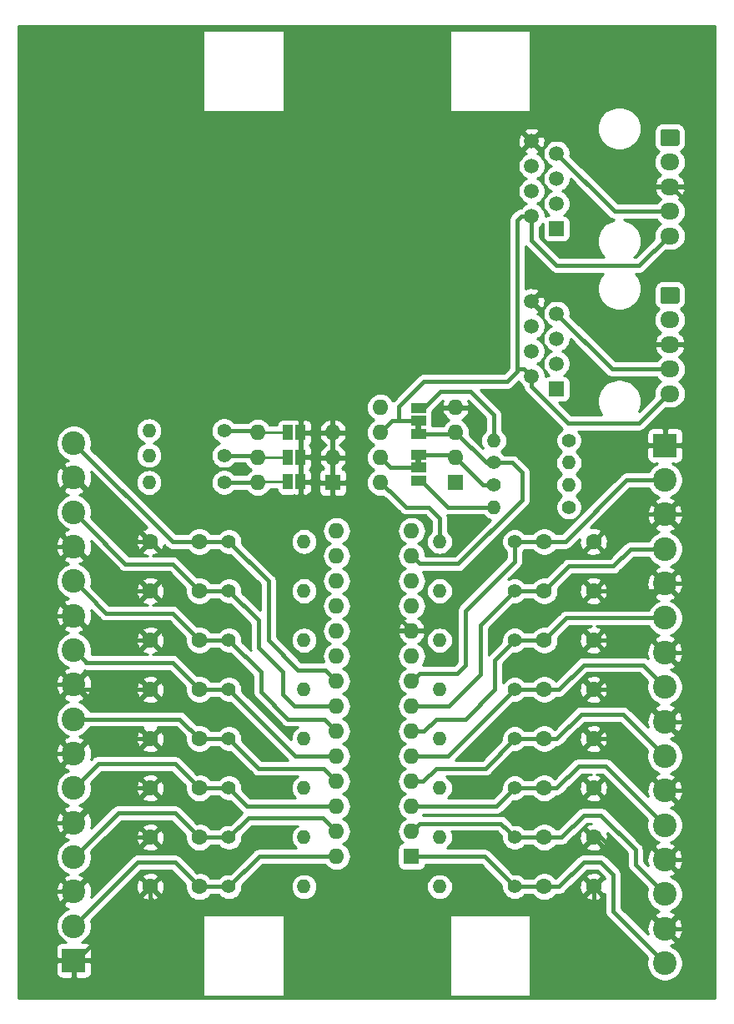
<source format=gtl>
G04 #@! TF.GenerationSoftware,KiCad,Pcbnew,(5.1.2-1)-1*
G04 #@! TF.CreationDate,2023-01-19T17:55:11+00:00*
G04 #@! TF.ProjectId,Switch inputs 2,53776974-6368-4206-996e-707574732032,rev?*
G04 #@! TF.SameCoordinates,Original*
G04 #@! TF.FileFunction,Copper,L1,Top*
G04 #@! TF.FilePolarity,Positive*
%FSLAX46Y46*%
G04 Gerber Fmt 4.6, Leading zero omitted, Abs format (unit mm)*
G04 Created by KiCad (PCBNEW (5.1.2-1)-1) date 2023-01-19 17:55:11*
%MOMM*%
%LPD*%
G04 APERTURE LIST*
%ADD10C,0.100000*%
%ADD11C,1.400000*%
%ADD12O,1.400000X1.400000*%
%ADD13R,1.600000X1.600000*%
%ADD14O,1.600000X1.600000*%
%ADD15R,1.000000X1.500000*%
%ADD16C,2.400000*%
%ADD17R,2.400000X2.400000*%
%ADD18C,1.600000*%
%ADD19R,1.500000X1.000000*%
%ADD20C,1.700000*%
%ADD21O,1.950000X1.700000*%
%ADD22R,1.500000X1.500000*%
%ADD23C,1.500000*%
%ADD24C,0.800000*%
%ADD25C,0.400000*%
%ADD26C,0.250000*%
%ADD27C,0.254000*%
G04 APERTURE END LIST*
D10*
G36*
X121550000Y-111600000D02*
G01*
X121550000Y-112100000D01*
X120950000Y-112100000D01*
X120950000Y-111600000D01*
X121550000Y-111600000D01*
G37*
G36*
X120950000Y-108650000D02*
G01*
X120950000Y-108150000D01*
X121550000Y-108150000D01*
X121550000Y-108650000D01*
X120950000Y-108650000D01*
G37*
D11*
X101500000Y-108750000D03*
D12*
X93880000Y-108750000D03*
D13*
X112540000Y-114000000D03*
D14*
X104920000Y-108920000D03*
X112540000Y-111460000D03*
X104920000Y-111460000D03*
X112540000Y-108920000D03*
X104920000Y-114000000D03*
D15*
X109270000Y-113930000D03*
X107970000Y-113930000D03*
X107970000Y-111440000D03*
X109270000Y-111440000D03*
X107970000Y-108940000D03*
X109270000Y-108940000D03*
D11*
X128880000Y-112000000D03*
D12*
X136500000Y-112000000D03*
D16*
X86250000Y-110000000D03*
X86250000Y-113500000D03*
X86250000Y-117000000D03*
X86250000Y-120500000D03*
X86250000Y-124000000D03*
X86250000Y-127500000D03*
X86250000Y-131000000D03*
X86250000Y-134500000D03*
X86250000Y-138000000D03*
X86250000Y-141500000D03*
X86250000Y-145000000D03*
X86250000Y-148500000D03*
X86250000Y-152000000D03*
X86250000Y-155500000D03*
X86250000Y-159000000D03*
D17*
X86250000Y-162500000D03*
X146250000Y-110250000D03*
D16*
X146250000Y-113750000D03*
X146250000Y-117250000D03*
X146250000Y-120750000D03*
X146250000Y-124250000D03*
X146250000Y-127750000D03*
X146250000Y-131250000D03*
X146250000Y-134750000D03*
X146250000Y-138250000D03*
X146250000Y-141750000D03*
X146250000Y-145250000D03*
X146250000Y-148750000D03*
X146250000Y-152250000D03*
X146250000Y-155750000D03*
X146250000Y-159250000D03*
X146250000Y-162750000D03*
D12*
X136500000Y-114250000D03*
D11*
X128880000Y-114250000D03*
D13*
X120540000Y-151920000D03*
D14*
X112920000Y-118900000D03*
X120540000Y-149380000D03*
X112920000Y-121440000D03*
X120540000Y-146840000D03*
X112920000Y-123980000D03*
X120540000Y-144300000D03*
X112920000Y-126520000D03*
X120540000Y-141760000D03*
X112920000Y-129060000D03*
X120540000Y-139220000D03*
X112920000Y-131600000D03*
X120540000Y-136680000D03*
X112920000Y-134140000D03*
X120540000Y-134140000D03*
X112920000Y-136680000D03*
X120540000Y-131600000D03*
X112920000Y-139220000D03*
X120540000Y-129060000D03*
X112920000Y-141760000D03*
X120540000Y-126520000D03*
X112920000Y-144300000D03*
X120540000Y-123980000D03*
X112920000Y-146840000D03*
X120540000Y-121440000D03*
X112920000Y-149380000D03*
X120540000Y-118900000D03*
X112920000Y-151920000D03*
D18*
X94000000Y-120000000D03*
X99000000Y-120000000D03*
X94000000Y-125000000D03*
X99000000Y-125000000D03*
X99000000Y-130000000D03*
X94000000Y-130000000D03*
X99000000Y-135000000D03*
X94000000Y-135000000D03*
X94000000Y-140000000D03*
X99000000Y-140000000D03*
X94000000Y-145000000D03*
X99000000Y-145000000D03*
X99000000Y-150000000D03*
X94000000Y-150000000D03*
X99000000Y-155000000D03*
X94000000Y-155000000D03*
D11*
X102000000Y-120000000D03*
D12*
X109620000Y-120000000D03*
X109620000Y-125000000D03*
D11*
X102000000Y-125000000D03*
X102000000Y-130000000D03*
D12*
X109620000Y-130000000D03*
X109620000Y-135000000D03*
D11*
X102000000Y-135000000D03*
X102000000Y-140000000D03*
D12*
X109620000Y-140000000D03*
X109620000Y-145000000D03*
D11*
X102000000Y-145000000D03*
X102000000Y-150000000D03*
D12*
X109620000Y-150000000D03*
X109620000Y-155000000D03*
D11*
X102000000Y-155000000D03*
D18*
X134000000Y-155000000D03*
X139000000Y-155000000D03*
X134000000Y-150000000D03*
X139000000Y-150000000D03*
X139000000Y-145000000D03*
X134000000Y-145000000D03*
X139000000Y-140000000D03*
X134000000Y-140000000D03*
X134000000Y-135000000D03*
X139000000Y-135000000D03*
X134000000Y-130000000D03*
X139000000Y-130000000D03*
X139000000Y-125000000D03*
X134000000Y-125000000D03*
X139000000Y-120000000D03*
X134000000Y-120000000D03*
D12*
X123380000Y-155000000D03*
D11*
X131000000Y-155000000D03*
X131000000Y-150000000D03*
D12*
X123380000Y-150000000D03*
D11*
X131000000Y-145000000D03*
D12*
X123380000Y-145000000D03*
X123380000Y-140000000D03*
D11*
X131000000Y-140000000D03*
X131000000Y-135000000D03*
D12*
X123380000Y-135000000D03*
X123380000Y-130000000D03*
D11*
X131000000Y-130000000D03*
X131000000Y-125000000D03*
D12*
X123380000Y-125000000D03*
X123380000Y-120000000D03*
D11*
X131000000Y-120000000D03*
D12*
X93880000Y-111250000D03*
D11*
X101500000Y-111250000D03*
X101500000Y-114000000D03*
D12*
X93880000Y-114000000D03*
D19*
X121250000Y-112500000D03*
X121250000Y-113800000D03*
X121250000Y-111200000D03*
X121250000Y-109050000D03*
X121250000Y-106450000D03*
X121250000Y-107750000D03*
D12*
X128880000Y-116500000D03*
D11*
X136500000Y-116500000D03*
D13*
X125000000Y-114000000D03*
D14*
X117380000Y-106380000D03*
X125000000Y-111460000D03*
X117380000Y-108920000D03*
X125000000Y-108920000D03*
X117380000Y-111460000D03*
X125000000Y-106380000D03*
X117380000Y-114000000D03*
D11*
X136500000Y-109750000D03*
D12*
X128880000Y-109750000D03*
D10*
G36*
X147499504Y-78151204D02*
G01*
X147523773Y-78154804D01*
X147547571Y-78160765D01*
X147570671Y-78169030D01*
X147592849Y-78179520D01*
X147613893Y-78192133D01*
X147633598Y-78206747D01*
X147651777Y-78223223D01*
X147668253Y-78241402D01*
X147682867Y-78261107D01*
X147695480Y-78282151D01*
X147705970Y-78304329D01*
X147714235Y-78327429D01*
X147720196Y-78351227D01*
X147723796Y-78375496D01*
X147725000Y-78400000D01*
X147725000Y-79600000D01*
X147723796Y-79624504D01*
X147720196Y-79648773D01*
X147714235Y-79672571D01*
X147705970Y-79695671D01*
X147695480Y-79717849D01*
X147682867Y-79738893D01*
X147668253Y-79758598D01*
X147651777Y-79776777D01*
X147633598Y-79793253D01*
X147613893Y-79807867D01*
X147592849Y-79820480D01*
X147570671Y-79830970D01*
X147547571Y-79839235D01*
X147523773Y-79845196D01*
X147499504Y-79848796D01*
X147475000Y-79850000D01*
X146025000Y-79850000D01*
X146000496Y-79848796D01*
X145976227Y-79845196D01*
X145952429Y-79839235D01*
X145929329Y-79830970D01*
X145907151Y-79820480D01*
X145886107Y-79807867D01*
X145866402Y-79793253D01*
X145848223Y-79776777D01*
X145831747Y-79758598D01*
X145817133Y-79738893D01*
X145804520Y-79717849D01*
X145794030Y-79695671D01*
X145785765Y-79672571D01*
X145779804Y-79648773D01*
X145776204Y-79624504D01*
X145775000Y-79600000D01*
X145775000Y-78400000D01*
X145776204Y-78375496D01*
X145779804Y-78351227D01*
X145785765Y-78327429D01*
X145794030Y-78304329D01*
X145804520Y-78282151D01*
X145817133Y-78261107D01*
X145831747Y-78241402D01*
X145848223Y-78223223D01*
X145866402Y-78206747D01*
X145886107Y-78192133D01*
X145907151Y-78179520D01*
X145929329Y-78169030D01*
X145952429Y-78160765D01*
X145976227Y-78154804D01*
X146000496Y-78151204D01*
X146025000Y-78150000D01*
X147475000Y-78150000D01*
X147499504Y-78151204D01*
X147499504Y-78151204D01*
G37*
D20*
X146750000Y-79000000D03*
D21*
X146750000Y-81500000D03*
X146750000Y-84000000D03*
X146750000Y-86500000D03*
X146750000Y-89000000D03*
X146750000Y-105000000D03*
X146750000Y-102500000D03*
X146750000Y-100000000D03*
X146750000Y-97500000D03*
D10*
G36*
X147499504Y-94151204D02*
G01*
X147523773Y-94154804D01*
X147547571Y-94160765D01*
X147570671Y-94169030D01*
X147592849Y-94179520D01*
X147613893Y-94192133D01*
X147633598Y-94206747D01*
X147651777Y-94223223D01*
X147668253Y-94241402D01*
X147682867Y-94261107D01*
X147695480Y-94282151D01*
X147705970Y-94304329D01*
X147714235Y-94327429D01*
X147720196Y-94351227D01*
X147723796Y-94375496D01*
X147725000Y-94400000D01*
X147725000Y-95600000D01*
X147723796Y-95624504D01*
X147720196Y-95648773D01*
X147714235Y-95672571D01*
X147705970Y-95695671D01*
X147695480Y-95717849D01*
X147682867Y-95738893D01*
X147668253Y-95758598D01*
X147651777Y-95776777D01*
X147633598Y-95793253D01*
X147613893Y-95807867D01*
X147592849Y-95820480D01*
X147570671Y-95830970D01*
X147547571Y-95839235D01*
X147523773Y-95845196D01*
X147499504Y-95848796D01*
X147475000Y-95850000D01*
X146025000Y-95850000D01*
X146000496Y-95848796D01*
X145976227Y-95845196D01*
X145952429Y-95839235D01*
X145929329Y-95830970D01*
X145907151Y-95820480D01*
X145886107Y-95807867D01*
X145866402Y-95793253D01*
X145848223Y-95776777D01*
X145831747Y-95758598D01*
X145817133Y-95738893D01*
X145804520Y-95717849D01*
X145794030Y-95695671D01*
X145785765Y-95672571D01*
X145779804Y-95648773D01*
X145776204Y-95624504D01*
X145775000Y-95600000D01*
X145775000Y-94400000D01*
X145776204Y-94375496D01*
X145779804Y-94351227D01*
X145785765Y-94327429D01*
X145794030Y-94304329D01*
X145804520Y-94282151D01*
X145817133Y-94261107D01*
X145831747Y-94241402D01*
X145848223Y-94223223D01*
X145866402Y-94206747D01*
X145886107Y-94192133D01*
X145907151Y-94179520D01*
X145929329Y-94169030D01*
X145952429Y-94160765D01*
X145976227Y-94154804D01*
X146000496Y-94151204D01*
X146025000Y-94150000D01*
X147475000Y-94150000D01*
X147499504Y-94151204D01*
X147499504Y-94151204D01*
G37*
D20*
X146750000Y-95000000D03*
D22*
X135250000Y-88250000D03*
D23*
X132710000Y-86980000D03*
X135250000Y-85710000D03*
X132710000Y-84440000D03*
X135250000Y-83170000D03*
X132710000Y-81900000D03*
X135250000Y-80630000D03*
X132710000Y-79360000D03*
X132710000Y-95610000D03*
X135250000Y-96880000D03*
X132710000Y-98150000D03*
X135250000Y-99420000D03*
X132710000Y-100690000D03*
X135250000Y-101960000D03*
X132710000Y-103230000D03*
D22*
X135250000Y-104500000D03*
D24*
X144500000Y-104750000D03*
X137250000Y-84500000D03*
X137250000Y-90000000D03*
X137500000Y-101250000D03*
X137500000Y-106500000D03*
X144500000Y-88250000D03*
X101000000Y-116500000D03*
D25*
X127920000Y-151920000D02*
X131000000Y-155000000D01*
X120540000Y-151920000D02*
X127920000Y-151920000D01*
X131000000Y-155000000D02*
X134000000Y-155000000D01*
X145050001Y-161550001D02*
X146250000Y-162750000D01*
X141000000Y-157500000D02*
X145050001Y-161550001D01*
X141000000Y-153750000D02*
X141000000Y-157500000D01*
X135500000Y-155000000D02*
X138000000Y-152500000D01*
X138000000Y-152500000D02*
X139750000Y-152500000D01*
X139750000Y-152500000D02*
X141000000Y-153750000D01*
X134000000Y-155000000D02*
X135500000Y-155000000D01*
X130300001Y-149300001D02*
X131000000Y-150000000D01*
X129580001Y-148580001D02*
X130300001Y-149300001D01*
X121339999Y-148580001D02*
X129580001Y-148580001D01*
X120540000Y-149380000D02*
X121339999Y-148580001D01*
X131000000Y-150000000D02*
X134000000Y-150000000D01*
X135750000Y-150000000D02*
X138000000Y-147750000D01*
X139750000Y-147750000D02*
X143250000Y-151250000D01*
X143250000Y-151250000D02*
X143250000Y-152750000D01*
X138000000Y-147750000D02*
X139750000Y-147750000D01*
X143250000Y-152750000D02*
X146250000Y-155750000D01*
X134000000Y-150000000D02*
X135750000Y-150000000D01*
X129160000Y-146840000D02*
X131000000Y-145000000D01*
X120540000Y-146840000D02*
X129160000Y-146840000D01*
X131000000Y-145000000D02*
X134000000Y-145000000D01*
X134000000Y-145000000D02*
X135250000Y-145000000D01*
X135250000Y-145000000D02*
X137500000Y-142750000D01*
X140250000Y-142750000D02*
X146250000Y-148750000D01*
X137500000Y-142750000D02*
X140250000Y-142750000D01*
X120540000Y-144300000D02*
X121700000Y-144300000D01*
X121700000Y-144300000D02*
X123000000Y-143000000D01*
X128000000Y-143000000D02*
X131000000Y-140000000D01*
X123000000Y-143000000D02*
X128000000Y-143000000D01*
X131000000Y-140000000D02*
X134000000Y-140000000D01*
X134000000Y-140000000D02*
X135250000Y-140000000D01*
X135250000Y-140000000D02*
X137750000Y-137500000D01*
X142000000Y-137500000D02*
X146250000Y-141750000D01*
X137750000Y-137500000D02*
X142000000Y-137500000D01*
X131000000Y-135000000D02*
X134000000Y-135000000D01*
X124260000Y-141760000D02*
X120540000Y-141760000D01*
X124260000Y-141740000D02*
X124260000Y-141760000D01*
X131000000Y-135000000D02*
X124260000Y-141740000D01*
X144000000Y-132500000D02*
X146250000Y-134750000D01*
X138000000Y-132500000D02*
X144000000Y-132500000D01*
X135500000Y-135000000D02*
X138000000Y-132500000D01*
X134000000Y-135000000D02*
X135500000Y-135000000D01*
X120540000Y-139220000D02*
X121780000Y-139220000D01*
X121780000Y-139220000D02*
X123000000Y-138000000D01*
X123000000Y-138000000D02*
X126000000Y-138000000D01*
X126000000Y-138000000D02*
X129000000Y-135000000D01*
X129000000Y-132000000D02*
X131000000Y-130000000D01*
X129000000Y-135000000D02*
X129000000Y-132000000D01*
X131000000Y-130000000D02*
X134000000Y-130000000D01*
X136250000Y-127750000D02*
X146250000Y-127750000D01*
X134000000Y-130000000D02*
X136250000Y-127750000D01*
X131000000Y-125000000D02*
X134000000Y-125000000D01*
X127500000Y-133500000D02*
X124320000Y-136680000D01*
X124320000Y-136680000D02*
X120540000Y-136680000D01*
X127500000Y-128500000D02*
X127500000Y-133500000D01*
X131000000Y-125000000D02*
X127500000Y-128500000D01*
X136500000Y-122500000D02*
X141000000Y-122500000D01*
X142750000Y-120750000D02*
X146250000Y-120750000D01*
X141000000Y-122500000D02*
X142750000Y-120750000D01*
X134000000Y-125000000D02*
X136500000Y-122500000D01*
X121339999Y-133340001D02*
X125159999Y-133340001D01*
X120540000Y-134140000D02*
X121339999Y-133340001D01*
X125159999Y-133340001D02*
X126000000Y-132500000D01*
X126000000Y-132500000D02*
X126000000Y-127000000D01*
X131000000Y-122000000D02*
X131000000Y-120000000D01*
X126000000Y-127000000D02*
X131000000Y-122000000D01*
X131000000Y-120000000D02*
X134000000Y-120000000D01*
X142375000Y-113750000D02*
X146250000Y-113750000D01*
X136125000Y-120000000D02*
X142375000Y-113750000D01*
X134000000Y-120000000D02*
X136125000Y-120000000D01*
X112920000Y-134140000D02*
X111780000Y-133000000D01*
X111780000Y-133000000D02*
X109000000Y-133000000D01*
X109000000Y-133000000D02*
X106000000Y-130000000D01*
X106000000Y-124000000D02*
X102000000Y-120000000D01*
X106000000Y-130000000D02*
X106000000Y-124000000D01*
X102000000Y-120000000D02*
X99000000Y-120000000D01*
X96250000Y-120000000D02*
X86250000Y-110000000D01*
X99000000Y-120000000D02*
X96250000Y-120000000D01*
X102000000Y-125000000D02*
X99000000Y-125000000D01*
X87449999Y-118199999D02*
X86250000Y-117000000D01*
X91500000Y-122250000D02*
X87449999Y-118199999D01*
X96250000Y-122250000D02*
X91500000Y-122250000D01*
X99000000Y-125000000D02*
X96250000Y-122250000D01*
X105000000Y-128000000D02*
X105000000Y-130750000D01*
X107500000Y-135500000D02*
X108680000Y-136680000D01*
X107500000Y-133250000D02*
X107500000Y-135500000D01*
X105000000Y-130750000D02*
X107500000Y-133250000D01*
X108680000Y-136680000D02*
X112920000Y-136680000D01*
X102000000Y-125000000D02*
X105000000Y-128000000D01*
X102000000Y-130000000D02*
X99000000Y-130000000D01*
X87449999Y-125199999D02*
X86250000Y-124000000D01*
X96250000Y-127250000D02*
X89500000Y-127250000D01*
X89500000Y-127250000D02*
X87449999Y-125199999D01*
X99000000Y-130000000D02*
X96250000Y-127250000D01*
X105250000Y-135250000D02*
X105250000Y-133250000D01*
X105250000Y-133250000D02*
X102000000Y-130000000D01*
X111700000Y-138000000D02*
X108000000Y-138000000D01*
X108000000Y-138000000D02*
X105250000Y-135250000D01*
X112920000Y-139220000D02*
X111700000Y-138000000D01*
X108760000Y-141760000D02*
X102000000Y-135000000D01*
X112920000Y-141760000D02*
X108760000Y-141760000D01*
X102000000Y-135000000D02*
X99000000Y-135000000D01*
X87449999Y-132199999D02*
X86250000Y-131000000D01*
X87500000Y-132250000D02*
X87449999Y-132199999D01*
X96250000Y-132250000D02*
X87500000Y-132250000D01*
X99000000Y-135000000D02*
X96250000Y-132250000D01*
X102000000Y-140000000D02*
X99000000Y-140000000D01*
X112920000Y-144300000D02*
X111620000Y-143000000D01*
X105000000Y-143000000D02*
X102000000Y-140000000D01*
X111620000Y-143000000D02*
X105000000Y-143000000D01*
X97000000Y-138000000D02*
X86250000Y-138000000D01*
X99000000Y-140000000D02*
X97000000Y-138000000D01*
X103840000Y-146840000D02*
X102000000Y-145000000D01*
X112920000Y-146840000D02*
X103840000Y-146840000D01*
X102000000Y-145000000D02*
X99000000Y-145000000D01*
X87449999Y-143800001D02*
X86250000Y-145000000D01*
X88750000Y-142500000D02*
X87449999Y-143800001D01*
X96500000Y-142500000D02*
X88750000Y-142500000D01*
X99000000Y-145000000D02*
X96500000Y-142500000D01*
X99000000Y-150000000D02*
X102000000Y-150000000D01*
X111540000Y-148000000D02*
X112920000Y-149380000D01*
X104000000Y-148000000D02*
X111540000Y-148000000D01*
X102000000Y-150000000D02*
X104000000Y-148000000D01*
X87449999Y-150800001D02*
X86250000Y-152000000D01*
X90750000Y-147500000D02*
X87449999Y-150800001D01*
X96500000Y-147500000D02*
X90750000Y-147500000D01*
X99000000Y-150000000D02*
X96500000Y-147500000D01*
X105080000Y-151920000D02*
X102000000Y-155000000D01*
X112920000Y-151920000D02*
X105080000Y-151920000D01*
X102000000Y-155000000D02*
X99000000Y-155000000D01*
X87449999Y-157800001D02*
X86250000Y-159000000D01*
X96500000Y-152500000D02*
X92750000Y-152500000D01*
X92750000Y-152500000D02*
X87449999Y-157800001D01*
X99000000Y-155000000D02*
X96500000Y-152500000D01*
D26*
X107970000Y-113930000D02*
X104990000Y-113930000D01*
X104990000Y-113930000D02*
X104920000Y-114000000D01*
D25*
X101500000Y-114000000D02*
X104920000Y-114000000D01*
D26*
X107970000Y-111440000D02*
X104940000Y-111440000D01*
X104940000Y-111440000D02*
X104920000Y-111460000D01*
D25*
X104710000Y-111250000D02*
X104920000Y-111460000D01*
X101500000Y-111250000D02*
X104710000Y-111250000D01*
D26*
X107970000Y-108940000D02*
X104940000Y-108940000D01*
X104940000Y-108940000D02*
X104920000Y-108920000D01*
D25*
X104750000Y-108750000D02*
X104920000Y-108920000D01*
X101500000Y-108750000D02*
X104750000Y-108750000D01*
X120540000Y-129060000D02*
X119270000Y-129060000D01*
X86302944Y-149500000D02*
X85802944Y-149000000D01*
X119270000Y-129060000D02*
X116730000Y-131600000D01*
X116730000Y-131600000D02*
X116730000Y-154730000D01*
X116730000Y-154730000D02*
X116730000Y-155270000D01*
X118480000Y-157020000D02*
X116730000Y-155270000D01*
X137020000Y-156980000D02*
X139000000Y-155000000D01*
X137020000Y-157020000D02*
X137020000Y-156980000D01*
X118480000Y-157020000D02*
X137020000Y-157020000D01*
X148125000Y-100000000D02*
X150000000Y-98125000D01*
X146750000Y-100000000D02*
X148125000Y-100000000D01*
X150000000Y-87125000D02*
X146875000Y-84000000D01*
X146875000Y-84000000D02*
X146750000Y-84000000D01*
X150000000Y-98125000D02*
X150000000Y-87125000D01*
X137000000Y-95000000D02*
X133320000Y-95000000D01*
X142000000Y-100000000D02*
X137000000Y-95000000D01*
X133320000Y-95000000D02*
X132710000Y-95610000D01*
X146750000Y-100000000D02*
X142000000Y-100000000D01*
X133320000Y-78750000D02*
X132710000Y-79360000D01*
X135750000Y-78750000D02*
X133320000Y-78750000D01*
X141000000Y-84000000D02*
X135750000Y-78750000D01*
X146750000Y-84000000D02*
X141000000Y-84000000D01*
X146250000Y-159250000D02*
X148250000Y-159250000D01*
X146250000Y-152250000D02*
X150000000Y-152250000D01*
X150000000Y-157500000D02*
X150000000Y-152250000D01*
X150000000Y-152250000D02*
X150000000Y-145500000D01*
X150000000Y-101875000D02*
X148125000Y-100000000D01*
X146250000Y-145250000D02*
X150000000Y-145250000D01*
X146250000Y-138250000D02*
X150000000Y-138250000D01*
X150000000Y-145500000D02*
X150000000Y-138250000D01*
X146250000Y-131250000D02*
X150000000Y-131250000D01*
X150000000Y-138250000D02*
X150000000Y-131250000D01*
X146250000Y-124250000D02*
X147947056Y-124250000D01*
X147947056Y-124250000D02*
X150000000Y-124250000D01*
X150000000Y-131250000D02*
X150000000Y-124250000D01*
X146250000Y-117250000D02*
X150000000Y-117250000D01*
X150000000Y-124250000D02*
X150000000Y-117250000D01*
X146250000Y-110250000D02*
X149750000Y-110250000D01*
X149750000Y-110250000D02*
X150000000Y-110000000D01*
X150000000Y-110000000D02*
X150000000Y-101875000D01*
X150000000Y-117250000D02*
X150000000Y-110000000D01*
X141750000Y-117250000D02*
X146250000Y-117250000D01*
X139000000Y-120000000D02*
X141750000Y-117250000D01*
X145500000Y-125000000D02*
X146250000Y-124250000D01*
X139000000Y-125000000D02*
X145500000Y-125000000D01*
X145000000Y-130000000D02*
X146250000Y-131250000D01*
X139000000Y-130000000D02*
X145000000Y-130000000D01*
X143000000Y-135000000D02*
X146250000Y-138250000D01*
X139000000Y-135000000D02*
X143000000Y-135000000D01*
X141000000Y-140000000D02*
X146250000Y-145250000D01*
X139000000Y-140000000D02*
X141000000Y-140000000D01*
X139000000Y-145000000D02*
X146250000Y-152250000D01*
X142000000Y-155000000D02*
X146250000Y-159250000D01*
X142000000Y-152250000D02*
X142000000Y-155000000D01*
X139750000Y-150000000D02*
X142000000Y-152250000D01*
X139000000Y-150000000D02*
X139750000Y-150000000D01*
X139000000Y-155000000D02*
X139000000Y-160500000D01*
X139000000Y-160500000D02*
X143500000Y-165000000D01*
X143500000Y-165000000D02*
X148500000Y-165000000D01*
X148500000Y-165000000D02*
X150000000Y-163500000D01*
X148250000Y-159250000D02*
X150000000Y-159250000D01*
X150000000Y-159250000D02*
X150000000Y-157500000D01*
X150000000Y-163500000D02*
X150000000Y-159250000D01*
X92750000Y-120000000D02*
X86250000Y-113500000D01*
X94000000Y-120000000D02*
X92750000Y-120000000D01*
X90750000Y-125000000D02*
X86250000Y-120500000D01*
X94000000Y-125000000D02*
X90750000Y-125000000D01*
X88750000Y-130000000D02*
X86250000Y-127500000D01*
X94000000Y-130000000D02*
X88750000Y-130000000D01*
X86750000Y-135000000D02*
X86250000Y-134500000D01*
X94000000Y-135000000D02*
X86750000Y-135000000D01*
X87750000Y-140000000D02*
X86250000Y-141500000D01*
X94000000Y-140000000D02*
X87750000Y-140000000D01*
X89750000Y-145000000D02*
X86250000Y-148500000D01*
X94000000Y-145000000D02*
X89750000Y-145000000D01*
X91750000Y-150000000D02*
X86250000Y-155500000D01*
X94000000Y-150000000D02*
X91750000Y-150000000D01*
X86500000Y-162500000D02*
X86250000Y-162500000D01*
X94000000Y-155000000D02*
X86500000Y-162500000D01*
X94000000Y-156131370D02*
X94868630Y-157000000D01*
X94000000Y-155000000D02*
X94000000Y-156131370D01*
X115000000Y-157000000D02*
X116730000Y-155270000D01*
X94868630Y-157000000D02*
X115000000Y-157000000D01*
X84650000Y-162500000D02*
X82500000Y-160350000D01*
X86250000Y-162500000D02*
X84650000Y-162500000D01*
X82500000Y-117250000D02*
X86250000Y-113500000D01*
X86250000Y-120500000D02*
X84552944Y-120500000D01*
X84552944Y-120500000D02*
X82500000Y-120500000D01*
X82500000Y-120500000D02*
X82500000Y-117250000D01*
X86250000Y-127500000D02*
X84552944Y-127500000D01*
X82500000Y-127500000D02*
X82500000Y-120500000D01*
X84552944Y-127500000D02*
X82500000Y-127500000D01*
X84552944Y-134500000D02*
X82500000Y-134500000D01*
X82500000Y-134500000D02*
X82500000Y-127500000D01*
X86250000Y-134500000D02*
X84552944Y-134500000D01*
X86250000Y-141500000D02*
X82500000Y-141500000D01*
X82500000Y-141500000D02*
X82500000Y-134500000D01*
X84552944Y-148500000D02*
X82500000Y-148500000D01*
X86250000Y-148500000D02*
X84552944Y-148500000D01*
X82500000Y-148500000D02*
X82500000Y-141500000D01*
X84552944Y-155500000D02*
X82500000Y-155500000D01*
X86250000Y-155500000D02*
X84552944Y-155500000D01*
X82500000Y-155500000D02*
X82500000Y-148500000D01*
X82500000Y-160350000D02*
X82500000Y-155500000D01*
D26*
X109270000Y-113930000D02*
X112470000Y-113930000D01*
X112470000Y-113930000D02*
X112540000Y-114000000D01*
X109270000Y-111440000D02*
X112520000Y-111440000D01*
X112520000Y-111440000D02*
X112540000Y-111460000D01*
X109270000Y-108940000D02*
X112520000Y-108940000D01*
X112520000Y-108940000D02*
X112540000Y-108920000D01*
D25*
X112540000Y-108920000D02*
X112540000Y-111460000D01*
X112540000Y-111460000D02*
X112540000Y-114000000D01*
X113740000Y-114000000D02*
X112540000Y-114000000D01*
X113990000Y-114000000D02*
X113740000Y-114000000D01*
X117000000Y-117010000D02*
X113990000Y-114000000D01*
X117000000Y-125500000D02*
X117000000Y-117010000D01*
X120550000Y-129050000D02*
X117000000Y-125500000D01*
X120540000Y-129060000D02*
X120550000Y-129050000D01*
X118179999Y-114799999D02*
X118299999Y-114799999D01*
X117380000Y-114000000D02*
X118179999Y-114799999D01*
X118299999Y-114799999D02*
X120000000Y-116500000D01*
X120000000Y-116500000D02*
X122250000Y-116500000D01*
X123380000Y-117630000D02*
X123380000Y-120000000D01*
X122250000Y-116500000D02*
X123380000Y-117630000D01*
X141120000Y-86500000D02*
X135250000Y-80630000D01*
X146750000Y-86500000D02*
X141120000Y-86500000D01*
X140870000Y-102500000D02*
X135250000Y-96880000D01*
X146750000Y-102500000D02*
X140870000Y-102500000D01*
X118420000Y-112500000D02*
X117380000Y-111460000D01*
X121250000Y-112500000D02*
X118420000Y-112500000D01*
X146625000Y-89000000D02*
X146750000Y-89000000D01*
X135250000Y-92000000D02*
X143625000Y-92000000D01*
X132710000Y-89460000D02*
X135250000Y-92000000D01*
X143625000Y-92000000D02*
X146625000Y-89000000D01*
X132710000Y-86980000D02*
X132710000Y-89460000D01*
X132710000Y-104290660D02*
X132710000Y-103230000D01*
X136419340Y-108000000D02*
X132710000Y-104290660D01*
X143575729Y-108000000D02*
X136419340Y-108000000D01*
X146575729Y-105000000D02*
X143575729Y-108000000D01*
X146750000Y-105000000D02*
X146575729Y-105000000D01*
X118550000Y-107750000D02*
X117380000Y-108920000D01*
X119250000Y-107750000D02*
X118550000Y-107750000D01*
X121250000Y-107750000D02*
X119250000Y-107750000D01*
X131250000Y-102480001D02*
X131960001Y-102480001D01*
X131250000Y-87379340D02*
X131250000Y-102480001D01*
X131960001Y-102480001D02*
X132710000Y-103230000D01*
X131649340Y-86980000D02*
X131250000Y-87379340D01*
X132710000Y-86980000D02*
X131649340Y-86980000D01*
X119250000Y-106286002D02*
X119250000Y-107750000D01*
X121786002Y-103750000D02*
X119250000Y-106286002D01*
X130250000Y-103750000D02*
X121786002Y-103750000D01*
X131250000Y-102750000D02*
X130250000Y-103750000D01*
X131250000Y-102480001D02*
X131250000Y-102750000D01*
X127890051Y-116500000D02*
X128880000Y-116500000D01*
X124200000Y-116500000D02*
X127890051Y-116500000D01*
X121500000Y-113800000D02*
X124200000Y-116500000D01*
X121250000Y-113800000D02*
X121500000Y-113800000D01*
X124740000Y-111200000D02*
X125000000Y-111460000D01*
X121250000Y-111200000D02*
X124740000Y-111200000D01*
X127790000Y-114250000D02*
X128880000Y-114250000D01*
X125000000Y-111460000D02*
X127790000Y-114250000D01*
X124870000Y-109050000D02*
X125000000Y-108920000D01*
X121250000Y-109050000D02*
X124870000Y-109050000D01*
X128080000Y-112000000D02*
X128880000Y-112000000D01*
X125000000Y-108920000D02*
X128080000Y-112000000D01*
X131750000Y-113000000D02*
X130750000Y-112000000D01*
X131750000Y-115750000D02*
X131750000Y-113000000D01*
X130750000Y-112000000D02*
X128880000Y-112000000D01*
X125260001Y-122239999D02*
X131750000Y-115750000D01*
X121339999Y-122239999D02*
X125260001Y-122239999D01*
X120540000Y-121440000D02*
X121339999Y-122239999D01*
X121800000Y-106450000D02*
X121250000Y-106450000D01*
X123500000Y-104750000D02*
X121800000Y-106450000D01*
X126500000Y-104750000D02*
X123500000Y-104750000D01*
X128880000Y-107130000D02*
X126500000Y-104750000D01*
X128880000Y-109750000D02*
X128880000Y-107130000D01*
D27*
G36*
X151340001Y-166340000D02*
G01*
X80660000Y-166340000D01*
X80660000Y-163700000D01*
X84411928Y-163700000D01*
X84424188Y-163824482D01*
X84460498Y-163944180D01*
X84519463Y-164054494D01*
X84598815Y-164151185D01*
X84695506Y-164230537D01*
X84805820Y-164289502D01*
X84925518Y-164325812D01*
X85050000Y-164338072D01*
X85964250Y-164335000D01*
X86123000Y-164176250D01*
X86123000Y-162627000D01*
X86377000Y-162627000D01*
X86377000Y-164176250D01*
X86535750Y-164335000D01*
X87450000Y-164338072D01*
X87574482Y-164325812D01*
X87694180Y-164289502D01*
X87804494Y-164230537D01*
X87901185Y-164151185D01*
X87980537Y-164054494D01*
X88039502Y-163944180D01*
X88075812Y-163824482D01*
X88088072Y-163700000D01*
X88085000Y-162785750D01*
X87926250Y-162627000D01*
X86377000Y-162627000D01*
X86123000Y-162627000D01*
X84573750Y-162627000D01*
X84415000Y-162785750D01*
X84411928Y-163700000D01*
X80660000Y-163700000D01*
X80660000Y-161300000D01*
X84411928Y-161300000D01*
X84415000Y-162214250D01*
X84573750Y-162373000D01*
X86123000Y-162373000D01*
X86123000Y-162353000D01*
X86377000Y-162353000D01*
X86377000Y-162373000D01*
X87926250Y-162373000D01*
X88085000Y-162214250D01*
X88088072Y-161300000D01*
X88075812Y-161175518D01*
X88039502Y-161055820D01*
X87980537Y-160945506D01*
X87901185Y-160848815D01*
X87804494Y-160769463D01*
X87694180Y-160710498D01*
X87574482Y-160674188D01*
X87450000Y-160661928D01*
X87029426Y-160663341D01*
X87119199Y-160626156D01*
X87419744Y-160425338D01*
X87675338Y-160169744D01*
X87876156Y-159869199D01*
X88014482Y-159535250D01*
X88085000Y-159180732D01*
X88085000Y-158819268D01*
X88014482Y-158464750D01*
X88000317Y-158430552D01*
X88069438Y-158361431D01*
X88069447Y-158361420D01*
X88430867Y-158000000D01*
X99373000Y-158000000D01*
X99373000Y-166000000D01*
X99375440Y-166024776D01*
X99382667Y-166048601D01*
X99394403Y-166070557D01*
X99410197Y-166089803D01*
X99429443Y-166105597D01*
X99451399Y-166117333D01*
X99475224Y-166124560D01*
X99500000Y-166127000D01*
X107500000Y-166127000D01*
X107524776Y-166124560D01*
X107548601Y-166117333D01*
X107570557Y-166105597D01*
X107589803Y-166089803D01*
X107605597Y-166070557D01*
X107617333Y-166048601D01*
X107624560Y-166024776D01*
X107627000Y-166000000D01*
X107627000Y-158000000D01*
X124373000Y-158000000D01*
X124373000Y-166000000D01*
X124375440Y-166024776D01*
X124382667Y-166048601D01*
X124394403Y-166070557D01*
X124410197Y-166089803D01*
X124429443Y-166105597D01*
X124451399Y-166117333D01*
X124475224Y-166124560D01*
X124500000Y-166127000D01*
X132500000Y-166127000D01*
X132524776Y-166124560D01*
X132548601Y-166117333D01*
X132570557Y-166105597D01*
X132589803Y-166089803D01*
X132605597Y-166070557D01*
X132617333Y-166048601D01*
X132624560Y-166024776D01*
X132627000Y-166000000D01*
X132627000Y-158000000D01*
X132624560Y-157975224D01*
X132617333Y-157951399D01*
X132605597Y-157929443D01*
X132589803Y-157910197D01*
X132570557Y-157894403D01*
X132548601Y-157882667D01*
X132524776Y-157875440D01*
X132500000Y-157873000D01*
X124500000Y-157873000D01*
X124475224Y-157875440D01*
X124451399Y-157882667D01*
X124429443Y-157894403D01*
X124410197Y-157910197D01*
X124394403Y-157929443D01*
X124382667Y-157951399D01*
X124375440Y-157975224D01*
X124373000Y-158000000D01*
X107627000Y-158000000D01*
X107624560Y-157975224D01*
X107617333Y-157951399D01*
X107605597Y-157929443D01*
X107589803Y-157910197D01*
X107570557Y-157894403D01*
X107548601Y-157882667D01*
X107524776Y-157875440D01*
X107500000Y-157873000D01*
X99500000Y-157873000D01*
X99475224Y-157875440D01*
X99451399Y-157882667D01*
X99429443Y-157894403D01*
X99410197Y-157910197D01*
X99394403Y-157929443D01*
X99382667Y-157951399D01*
X99375440Y-157975224D01*
X99373000Y-158000000D01*
X88430867Y-158000000D01*
X90438165Y-155992702D01*
X93186903Y-155992702D01*
X93258486Y-156236671D01*
X93513996Y-156357571D01*
X93788184Y-156426300D01*
X94070512Y-156440217D01*
X94350130Y-156398787D01*
X94616292Y-156303603D01*
X94741514Y-156236671D01*
X94813097Y-155992702D01*
X94000000Y-155179605D01*
X93186903Y-155992702D01*
X90438165Y-155992702D01*
X91360355Y-155070512D01*
X92559783Y-155070512D01*
X92601213Y-155350130D01*
X92696397Y-155616292D01*
X92763329Y-155741514D01*
X93007298Y-155813097D01*
X93820395Y-155000000D01*
X94179605Y-155000000D01*
X94992702Y-155813097D01*
X95236671Y-155741514D01*
X95357571Y-155486004D01*
X95426300Y-155211816D01*
X95440217Y-154929488D01*
X95398787Y-154649870D01*
X95303603Y-154383708D01*
X95236671Y-154258486D01*
X94992702Y-154186903D01*
X94179605Y-155000000D01*
X93820395Y-155000000D01*
X93007298Y-154186903D01*
X92763329Y-154258486D01*
X92642429Y-154513996D01*
X92573700Y-154788184D01*
X92559783Y-155070512D01*
X91360355Y-155070512D01*
X92423569Y-154007298D01*
X93186903Y-154007298D01*
X94000000Y-154820395D01*
X94813097Y-154007298D01*
X94741514Y-153763329D01*
X94486004Y-153642429D01*
X94211816Y-153573700D01*
X93929488Y-153559783D01*
X93649870Y-153601213D01*
X93383708Y-153696397D01*
X93258486Y-153763329D01*
X93186903Y-154007298D01*
X92423569Y-154007298D01*
X93095868Y-153335000D01*
X96154133Y-153335000D01*
X97583714Y-154764583D01*
X97565000Y-154858665D01*
X97565000Y-155141335D01*
X97620147Y-155418574D01*
X97728320Y-155679727D01*
X97885363Y-155914759D01*
X98085241Y-156114637D01*
X98320273Y-156271680D01*
X98581426Y-156379853D01*
X98858665Y-156435000D01*
X99141335Y-156435000D01*
X99418574Y-156379853D01*
X99679727Y-156271680D01*
X99914759Y-156114637D01*
X100114637Y-155914759D01*
X100167930Y-155835000D01*
X100952339Y-155835000D01*
X100963038Y-155851013D01*
X101148987Y-156036962D01*
X101367641Y-156183061D01*
X101610595Y-156283696D01*
X101868514Y-156335000D01*
X102131486Y-156335000D01*
X102389405Y-156283696D01*
X102632359Y-156183061D01*
X102851013Y-156036962D01*
X103036962Y-155851013D01*
X103183061Y-155632359D01*
X103283696Y-155389405D01*
X103335000Y-155131486D01*
X103335000Y-155000000D01*
X108278541Y-155000000D01*
X108304317Y-155261706D01*
X108380653Y-155513354D01*
X108504618Y-155745275D01*
X108671445Y-155948555D01*
X108874725Y-156115382D01*
X109106646Y-156239347D01*
X109358294Y-156315683D01*
X109554421Y-156335000D01*
X109685579Y-156335000D01*
X109881706Y-156315683D01*
X110133354Y-156239347D01*
X110365275Y-156115382D01*
X110568555Y-155948555D01*
X110735382Y-155745275D01*
X110859347Y-155513354D01*
X110935683Y-155261706D01*
X110961459Y-155000000D01*
X122038541Y-155000000D01*
X122064317Y-155261706D01*
X122140653Y-155513354D01*
X122264618Y-155745275D01*
X122431445Y-155948555D01*
X122634725Y-156115382D01*
X122866646Y-156239347D01*
X123118294Y-156315683D01*
X123314421Y-156335000D01*
X123445579Y-156335000D01*
X123641706Y-156315683D01*
X123893354Y-156239347D01*
X124125275Y-156115382D01*
X124328555Y-155948555D01*
X124495382Y-155745275D01*
X124619347Y-155513354D01*
X124695683Y-155261706D01*
X124721459Y-155000000D01*
X124695683Y-154738294D01*
X124619347Y-154486646D01*
X124495382Y-154254725D01*
X124328555Y-154051445D01*
X124125275Y-153884618D01*
X123893354Y-153760653D01*
X123641706Y-153684317D01*
X123445579Y-153665000D01*
X123314421Y-153665000D01*
X123118294Y-153684317D01*
X122866646Y-153760653D01*
X122634725Y-153884618D01*
X122431445Y-154051445D01*
X122264618Y-154254725D01*
X122140653Y-154486646D01*
X122064317Y-154738294D01*
X122038541Y-155000000D01*
X110961459Y-155000000D01*
X110935683Y-154738294D01*
X110859347Y-154486646D01*
X110735382Y-154254725D01*
X110568555Y-154051445D01*
X110365275Y-153884618D01*
X110133354Y-153760653D01*
X109881706Y-153684317D01*
X109685579Y-153665000D01*
X109554421Y-153665000D01*
X109358294Y-153684317D01*
X109106646Y-153760653D01*
X108874725Y-153884618D01*
X108671445Y-154051445D01*
X108504618Y-154254725D01*
X108380653Y-154486646D01*
X108304317Y-154738294D01*
X108278541Y-155000000D01*
X103335000Y-155000000D01*
X103335000Y-154868514D01*
X103331243Y-154849625D01*
X105425869Y-152755000D01*
X111748888Y-152755000D01*
X111900392Y-152939608D01*
X112118899Y-153118932D01*
X112368192Y-153252182D01*
X112638691Y-153334236D01*
X112849508Y-153355000D01*
X112990492Y-153355000D01*
X113201309Y-153334236D01*
X113471808Y-153252182D01*
X113721101Y-153118932D01*
X113939608Y-152939608D01*
X114118932Y-152721101D01*
X114252182Y-152471808D01*
X114334236Y-152201309D01*
X114361943Y-151920000D01*
X114334236Y-151638691D01*
X114252182Y-151368192D01*
X114118932Y-151118899D01*
X113939608Y-150900392D01*
X113721101Y-150721068D01*
X113588142Y-150650000D01*
X113721101Y-150578932D01*
X113939608Y-150399608D01*
X114118932Y-150181101D01*
X114252182Y-149931808D01*
X114334236Y-149661309D01*
X114361943Y-149380000D01*
X114334236Y-149098691D01*
X114252182Y-148828192D01*
X114118932Y-148578899D01*
X113939608Y-148360392D01*
X113721101Y-148181068D01*
X113588142Y-148110000D01*
X113721101Y-148038932D01*
X113939608Y-147859608D01*
X114118932Y-147641101D01*
X114252182Y-147391808D01*
X114334236Y-147121309D01*
X114361943Y-146840000D01*
X114334236Y-146558691D01*
X114252182Y-146288192D01*
X114118932Y-146038899D01*
X113939608Y-145820392D01*
X113721101Y-145641068D01*
X113588142Y-145570000D01*
X113721101Y-145498932D01*
X113939608Y-145319608D01*
X114118932Y-145101101D01*
X114252182Y-144851808D01*
X114334236Y-144581309D01*
X114361943Y-144300000D01*
X114334236Y-144018691D01*
X114252182Y-143748192D01*
X114118932Y-143498899D01*
X113939608Y-143280392D01*
X113721101Y-143101068D01*
X113588142Y-143030000D01*
X113721101Y-142958932D01*
X113939608Y-142779608D01*
X114118932Y-142561101D01*
X114252182Y-142311808D01*
X114334236Y-142041309D01*
X114361943Y-141760000D01*
X114334236Y-141478691D01*
X114252182Y-141208192D01*
X114118932Y-140958899D01*
X113939608Y-140740392D01*
X113721101Y-140561068D01*
X113588142Y-140490000D01*
X113721101Y-140418932D01*
X113939608Y-140239608D01*
X114118932Y-140021101D01*
X114252182Y-139771808D01*
X114334236Y-139501309D01*
X114361943Y-139220000D01*
X114334236Y-138938691D01*
X114252182Y-138668192D01*
X114118932Y-138418899D01*
X113939608Y-138200392D01*
X113721101Y-138021068D01*
X113588142Y-137950000D01*
X113721101Y-137878932D01*
X113939608Y-137699608D01*
X114118932Y-137481101D01*
X114252182Y-137231808D01*
X114334236Y-136961309D01*
X114361943Y-136680000D01*
X114334236Y-136398691D01*
X114252182Y-136128192D01*
X114118932Y-135878899D01*
X113939608Y-135660392D01*
X113721101Y-135481068D01*
X113588142Y-135410000D01*
X113721101Y-135338932D01*
X113939608Y-135159608D01*
X114118932Y-134941101D01*
X114252182Y-134691808D01*
X114334236Y-134421309D01*
X114361943Y-134140000D01*
X114334236Y-133858691D01*
X114252182Y-133588192D01*
X114118932Y-133338899D01*
X113939608Y-133120392D01*
X113721101Y-132941068D01*
X113588142Y-132870000D01*
X113721101Y-132798932D01*
X113939608Y-132619608D01*
X114118932Y-132401101D01*
X114252182Y-132151808D01*
X114334236Y-131881309D01*
X114361943Y-131600000D01*
X119098057Y-131600000D01*
X119125764Y-131881309D01*
X119207818Y-132151808D01*
X119341068Y-132401101D01*
X119520392Y-132619608D01*
X119738899Y-132798932D01*
X119871858Y-132870000D01*
X119738899Y-132941068D01*
X119520392Y-133120392D01*
X119341068Y-133338899D01*
X119207818Y-133588192D01*
X119125764Y-133858691D01*
X119098057Y-134140000D01*
X119125764Y-134421309D01*
X119207818Y-134691808D01*
X119341068Y-134941101D01*
X119520392Y-135159608D01*
X119738899Y-135338932D01*
X119871858Y-135410000D01*
X119738899Y-135481068D01*
X119520392Y-135660392D01*
X119341068Y-135878899D01*
X119207818Y-136128192D01*
X119125764Y-136398691D01*
X119098057Y-136680000D01*
X119125764Y-136961309D01*
X119207818Y-137231808D01*
X119341068Y-137481101D01*
X119520392Y-137699608D01*
X119738899Y-137878932D01*
X119871858Y-137950000D01*
X119738899Y-138021068D01*
X119520392Y-138200392D01*
X119341068Y-138418899D01*
X119207818Y-138668192D01*
X119125764Y-138938691D01*
X119098057Y-139220000D01*
X119125764Y-139501309D01*
X119207818Y-139771808D01*
X119341068Y-140021101D01*
X119520392Y-140239608D01*
X119738899Y-140418932D01*
X119871858Y-140490000D01*
X119738899Y-140561068D01*
X119520392Y-140740392D01*
X119341068Y-140958899D01*
X119207818Y-141208192D01*
X119125764Y-141478691D01*
X119098057Y-141760000D01*
X119125764Y-142041309D01*
X119207818Y-142311808D01*
X119341068Y-142561101D01*
X119520392Y-142779608D01*
X119738899Y-142958932D01*
X119871858Y-143030000D01*
X119738899Y-143101068D01*
X119520392Y-143280392D01*
X119341068Y-143498899D01*
X119207818Y-143748192D01*
X119125764Y-144018691D01*
X119098057Y-144300000D01*
X119125764Y-144581309D01*
X119207818Y-144851808D01*
X119341068Y-145101101D01*
X119520392Y-145319608D01*
X119738899Y-145498932D01*
X119871858Y-145570000D01*
X119738899Y-145641068D01*
X119520392Y-145820392D01*
X119341068Y-146038899D01*
X119207818Y-146288192D01*
X119125764Y-146558691D01*
X119098057Y-146840000D01*
X119125764Y-147121309D01*
X119207818Y-147391808D01*
X119341068Y-147641101D01*
X119520392Y-147859608D01*
X119738899Y-148038932D01*
X119871858Y-148110000D01*
X119738899Y-148181068D01*
X119520392Y-148360392D01*
X119341068Y-148578899D01*
X119207818Y-148828192D01*
X119125764Y-149098691D01*
X119098057Y-149380000D01*
X119125764Y-149661309D01*
X119207818Y-149931808D01*
X119341068Y-150181101D01*
X119520392Y-150399608D01*
X119633482Y-150492419D01*
X119615518Y-150494188D01*
X119495820Y-150530498D01*
X119385506Y-150589463D01*
X119288815Y-150668815D01*
X119209463Y-150765506D01*
X119150498Y-150875820D01*
X119114188Y-150995518D01*
X119101928Y-151120000D01*
X119101928Y-152720000D01*
X119114188Y-152844482D01*
X119150498Y-152964180D01*
X119209463Y-153074494D01*
X119288815Y-153171185D01*
X119385506Y-153250537D01*
X119495820Y-153309502D01*
X119615518Y-153345812D01*
X119740000Y-153358072D01*
X121340000Y-153358072D01*
X121464482Y-153345812D01*
X121584180Y-153309502D01*
X121694494Y-153250537D01*
X121791185Y-153171185D01*
X121870537Y-153074494D01*
X121929502Y-152964180D01*
X121965812Y-152844482D01*
X121974625Y-152755000D01*
X127574133Y-152755000D01*
X129668757Y-154849626D01*
X129665000Y-154868514D01*
X129665000Y-155131486D01*
X129716304Y-155389405D01*
X129816939Y-155632359D01*
X129963038Y-155851013D01*
X130148987Y-156036962D01*
X130367641Y-156183061D01*
X130610595Y-156283696D01*
X130868514Y-156335000D01*
X131131486Y-156335000D01*
X131389405Y-156283696D01*
X131632359Y-156183061D01*
X131851013Y-156036962D01*
X132036962Y-155851013D01*
X132047661Y-155835000D01*
X132832070Y-155835000D01*
X132885363Y-155914759D01*
X133085241Y-156114637D01*
X133320273Y-156271680D01*
X133581426Y-156379853D01*
X133858665Y-156435000D01*
X134141335Y-156435000D01*
X134418574Y-156379853D01*
X134679727Y-156271680D01*
X134914759Y-156114637D01*
X135036694Y-155992702D01*
X138186903Y-155992702D01*
X138258486Y-156236671D01*
X138513996Y-156357571D01*
X138788184Y-156426300D01*
X139070512Y-156440217D01*
X139350130Y-156398787D01*
X139616292Y-156303603D01*
X139741514Y-156236671D01*
X139813097Y-155992702D01*
X139000000Y-155179605D01*
X138186903Y-155992702D01*
X135036694Y-155992702D01*
X135114637Y-155914759D01*
X135167930Y-155835000D01*
X135458982Y-155835000D01*
X135500000Y-155839040D01*
X135541018Y-155835000D01*
X135541019Y-155835000D01*
X135663689Y-155822918D01*
X135821087Y-155775172D01*
X135966146Y-155697636D01*
X136093291Y-155593291D01*
X136119446Y-155561421D01*
X136610355Y-155070512D01*
X137559783Y-155070512D01*
X137601213Y-155350130D01*
X137696397Y-155616292D01*
X137763329Y-155741514D01*
X138007298Y-155813097D01*
X138820395Y-155000000D01*
X138007298Y-154186903D01*
X137763329Y-154258486D01*
X137642429Y-154513996D01*
X137573700Y-154788184D01*
X137559783Y-155070512D01*
X136610355Y-155070512D01*
X137673570Y-154007298D01*
X138186903Y-154007298D01*
X139000000Y-154820395D01*
X139813097Y-154007298D01*
X139741514Y-153763329D01*
X139486004Y-153642429D01*
X139211816Y-153573700D01*
X138929488Y-153559783D01*
X138649870Y-153601213D01*
X138383708Y-153696397D01*
X138258486Y-153763329D01*
X138186903Y-154007298D01*
X137673570Y-154007298D01*
X138345869Y-153335000D01*
X139404133Y-153335000D01*
X140165000Y-154095869D01*
X140165000Y-154237457D01*
X139992702Y-154186903D01*
X139179605Y-155000000D01*
X139992702Y-155813097D01*
X140165001Y-155762543D01*
X140165001Y-157458972D01*
X140160960Y-157500000D01*
X140177082Y-157663688D01*
X140224828Y-157821086D01*
X140301052Y-157963690D01*
X140302365Y-157966146D01*
X140406710Y-158093291D01*
X140438574Y-158119441D01*
X144488571Y-162169439D01*
X144488576Y-162169443D01*
X144499684Y-162180551D01*
X144485518Y-162214750D01*
X144415000Y-162569268D01*
X144415000Y-162930732D01*
X144485518Y-163285250D01*
X144623844Y-163619199D01*
X144824662Y-163919744D01*
X145080256Y-164175338D01*
X145380801Y-164376156D01*
X145714750Y-164514482D01*
X146069268Y-164585000D01*
X146430732Y-164585000D01*
X146785250Y-164514482D01*
X147119199Y-164376156D01*
X147419744Y-164175338D01*
X147675338Y-163919744D01*
X147876156Y-163619199D01*
X148014482Y-163285250D01*
X148085000Y-162930732D01*
X148085000Y-162569268D01*
X148014482Y-162214750D01*
X147876156Y-161880801D01*
X147675338Y-161580256D01*
X147419744Y-161324662D01*
X147119199Y-161123844D01*
X146812511Y-160996810D01*
X147005833Y-160931846D01*
X147228486Y-160812836D01*
X147348374Y-160527980D01*
X146250000Y-159429605D01*
X146235858Y-159443748D01*
X146056252Y-159264142D01*
X146070395Y-159250000D01*
X146429605Y-159250000D01*
X147527980Y-160348374D01*
X147812836Y-160228486D01*
X147973699Y-159904790D01*
X148068322Y-159555931D01*
X148093067Y-159195316D01*
X148046985Y-158836802D01*
X147931846Y-158494167D01*
X147812836Y-158271514D01*
X147527980Y-158151626D01*
X146429605Y-159250000D01*
X146070395Y-159250000D01*
X144972020Y-158151626D01*
X144687164Y-158271514D01*
X144526301Y-158595210D01*
X144431678Y-158944069D01*
X144406933Y-159304684D01*
X144453015Y-159663198D01*
X144508156Y-159827288D01*
X141835000Y-157154133D01*
X141835000Y-153791018D01*
X141839040Y-153750000D01*
X141822918Y-153586311D01*
X141775172Y-153428913D01*
X141697636Y-153283854D01*
X141619439Y-153188570D01*
X141619437Y-153188568D01*
X141593291Y-153156709D01*
X141561433Y-153130564D01*
X140369445Y-151938578D01*
X140343291Y-151906709D01*
X140216146Y-151802364D01*
X140071087Y-151724828D01*
X139913689Y-151677082D01*
X139791019Y-151665000D01*
X139791018Y-151665000D01*
X139750000Y-151660960D01*
X139708982Y-151665000D01*
X138041018Y-151665000D01*
X138000000Y-151660960D01*
X137958981Y-151665000D01*
X137836311Y-151677082D01*
X137678913Y-151724828D01*
X137533854Y-151802364D01*
X137406709Y-151906709D01*
X137380563Y-151938568D01*
X135162404Y-154156729D01*
X135114637Y-154085241D01*
X134914759Y-153885363D01*
X134679727Y-153728320D01*
X134418574Y-153620147D01*
X134141335Y-153565000D01*
X133858665Y-153565000D01*
X133581426Y-153620147D01*
X133320273Y-153728320D01*
X133085241Y-153885363D01*
X132885363Y-154085241D01*
X132832070Y-154165000D01*
X132047661Y-154165000D01*
X132036962Y-154148987D01*
X131851013Y-153963038D01*
X131632359Y-153816939D01*
X131389405Y-153716304D01*
X131131486Y-153665000D01*
X130868514Y-153665000D01*
X130849626Y-153668757D01*
X128539446Y-151358579D01*
X128513291Y-151326709D01*
X128386146Y-151222364D01*
X128241087Y-151144828D01*
X128083689Y-151097082D01*
X127961019Y-151085000D01*
X127961018Y-151085000D01*
X127920000Y-151080960D01*
X127878982Y-151085000D01*
X124162296Y-151085000D01*
X124328555Y-150948555D01*
X124495382Y-150745275D01*
X124619347Y-150513354D01*
X124695683Y-150261706D01*
X124721459Y-150000000D01*
X124695683Y-149738294D01*
X124619347Y-149486646D01*
X124581052Y-149415001D01*
X129234133Y-149415001D01*
X129668757Y-149849626D01*
X129665000Y-149868514D01*
X129665000Y-150131486D01*
X129716304Y-150389405D01*
X129816939Y-150632359D01*
X129963038Y-150851013D01*
X130148987Y-151036962D01*
X130367641Y-151183061D01*
X130610595Y-151283696D01*
X130868514Y-151335000D01*
X131131486Y-151335000D01*
X131389405Y-151283696D01*
X131632359Y-151183061D01*
X131851013Y-151036962D01*
X132036962Y-150851013D01*
X132047661Y-150835000D01*
X132832070Y-150835000D01*
X132885363Y-150914759D01*
X133085241Y-151114637D01*
X133320273Y-151271680D01*
X133581426Y-151379853D01*
X133858665Y-151435000D01*
X134141335Y-151435000D01*
X134418574Y-151379853D01*
X134679727Y-151271680D01*
X134914759Y-151114637D01*
X135036694Y-150992702D01*
X138186903Y-150992702D01*
X138258486Y-151236671D01*
X138513996Y-151357571D01*
X138788184Y-151426300D01*
X139070512Y-151440217D01*
X139350130Y-151398787D01*
X139616292Y-151303603D01*
X139741514Y-151236671D01*
X139813097Y-150992702D01*
X139000000Y-150179605D01*
X138186903Y-150992702D01*
X135036694Y-150992702D01*
X135114637Y-150914759D01*
X135167930Y-150835000D01*
X135708982Y-150835000D01*
X135750000Y-150839040D01*
X135791018Y-150835000D01*
X135791019Y-150835000D01*
X135913689Y-150822918D01*
X136071087Y-150775172D01*
X136216146Y-150697636D01*
X136343291Y-150593291D01*
X136369446Y-150561421D01*
X136860355Y-150070512D01*
X137559783Y-150070512D01*
X137601213Y-150350130D01*
X137696397Y-150616292D01*
X137763329Y-150741514D01*
X138007298Y-150813097D01*
X138820395Y-150000000D01*
X138007298Y-149186903D01*
X137763329Y-149258486D01*
X137642429Y-149513996D01*
X137573700Y-149788184D01*
X137559783Y-150070512D01*
X136860355Y-150070512D01*
X138345869Y-148585000D01*
X138759294Y-148585000D01*
X138649870Y-148601213D01*
X138383708Y-148696397D01*
X138258486Y-148763329D01*
X138186903Y-149007298D01*
X139000000Y-149820395D01*
X139014143Y-149806253D01*
X139193748Y-149985858D01*
X139179605Y-150000000D01*
X139992702Y-150813097D01*
X140236671Y-150741514D01*
X140357571Y-150486004D01*
X140426300Y-150211816D01*
X140440217Y-149929488D01*
X140398787Y-149649870D01*
X140359698Y-149540565D01*
X142415000Y-151595868D01*
X142415001Y-152708972D01*
X142410960Y-152750000D01*
X142427082Y-152913688D01*
X142474828Y-153071086D01*
X142537625Y-153188570D01*
X142552365Y-153216146D01*
X142656710Y-153343291D01*
X142688574Y-153369441D01*
X144499683Y-155180552D01*
X144485518Y-155214750D01*
X144415000Y-155569268D01*
X144415000Y-155930732D01*
X144485518Y-156285250D01*
X144623844Y-156619199D01*
X144824662Y-156919744D01*
X145080256Y-157175338D01*
X145380801Y-157376156D01*
X145687489Y-157503190D01*
X145494167Y-157568154D01*
X145271514Y-157687164D01*
X145151626Y-157972020D01*
X146250000Y-159070395D01*
X147348374Y-157972020D01*
X147228486Y-157687164D01*
X146904790Y-157526301D01*
X146815310Y-157502031D01*
X147119199Y-157376156D01*
X147419744Y-157175338D01*
X147675338Y-156919744D01*
X147876156Y-156619199D01*
X148014482Y-156285250D01*
X148085000Y-155930732D01*
X148085000Y-155569268D01*
X148014482Y-155214750D01*
X147876156Y-154880801D01*
X147675338Y-154580256D01*
X147419744Y-154324662D01*
X147119199Y-154123844D01*
X146812511Y-153996810D01*
X147005833Y-153931846D01*
X147228486Y-153812836D01*
X147348374Y-153527980D01*
X146250000Y-152429605D01*
X146235858Y-152443748D01*
X146056252Y-152264142D01*
X146070395Y-152250000D01*
X146429605Y-152250000D01*
X147527980Y-153348374D01*
X147812836Y-153228486D01*
X147973699Y-152904790D01*
X148068322Y-152555931D01*
X148093067Y-152195316D01*
X148046985Y-151836802D01*
X147931846Y-151494167D01*
X147812836Y-151271514D01*
X147527980Y-151151626D01*
X146429605Y-152250000D01*
X146070395Y-152250000D01*
X144972020Y-151151626D01*
X144687164Y-151271514D01*
X144526301Y-151595210D01*
X144431678Y-151944069D01*
X144406933Y-152304684D01*
X144453015Y-152663198D01*
X144508156Y-152827288D01*
X144085000Y-152404133D01*
X144085000Y-151291007D01*
X144089039Y-151249999D01*
X144085000Y-151208991D01*
X144085000Y-151208981D01*
X144072918Y-151086311D01*
X144025172Y-150928913D01*
X143947636Y-150783854D01*
X143843291Y-150656709D01*
X143811428Y-150630560D01*
X140369446Y-147188579D01*
X140343291Y-147156709D01*
X140216146Y-147052364D01*
X140071087Y-146974828D01*
X139913689Y-146927082D01*
X139791019Y-146915000D01*
X139791018Y-146915000D01*
X139750000Y-146910960D01*
X139708982Y-146915000D01*
X138041018Y-146915000D01*
X138000000Y-146910960D01*
X137958982Y-146915000D01*
X137958981Y-146915000D01*
X137836311Y-146927082D01*
X137678913Y-146974828D01*
X137533854Y-147052364D01*
X137406709Y-147156709D01*
X137380563Y-147188568D01*
X135404133Y-149165000D01*
X135167930Y-149165000D01*
X135114637Y-149085241D01*
X134914759Y-148885363D01*
X134679727Y-148728320D01*
X134418574Y-148620147D01*
X134141335Y-148565000D01*
X133858665Y-148565000D01*
X133581426Y-148620147D01*
X133320273Y-148728320D01*
X133085241Y-148885363D01*
X132885363Y-149085241D01*
X132832070Y-149165000D01*
X132047661Y-149165000D01*
X132036962Y-149148987D01*
X131851013Y-148963038D01*
X131632359Y-148816939D01*
X131389405Y-148716304D01*
X131131486Y-148665000D01*
X130868514Y-148665000D01*
X130849626Y-148668757D01*
X130199446Y-148018579D01*
X130173292Y-147986710D01*
X130046147Y-147882365D01*
X129901088Y-147804829D01*
X129743690Y-147757083D01*
X129621020Y-147745001D01*
X129621019Y-147745001D01*
X129580001Y-147740961D01*
X129538983Y-147745001D01*
X121653664Y-147745001D01*
X121711112Y-147675000D01*
X129118982Y-147675000D01*
X129160000Y-147679040D01*
X129201018Y-147675000D01*
X129201019Y-147675000D01*
X129323689Y-147662918D01*
X129481087Y-147615172D01*
X129626146Y-147537636D01*
X129753291Y-147433291D01*
X129779446Y-147401421D01*
X130849625Y-146331243D01*
X130868514Y-146335000D01*
X131131486Y-146335000D01*
X131389405Y-146283696D01*
X131632359Y-146183061D01*
X131851013Y-146036962D01*
X132036962Y-145851013D01*
X132047661Y-145835000D01*
X132832070Y-145835000D01*
X132885363Y-145914759D01*
X133085241Y-146114637D01*
X133320273Y-146271680D01*
X133581426Y-146379853D01*
X133858665Y-146435000D01*
X134141335Y-146435000D01*
X134418574Y-146379853D01*
X134679727Y-146271680D01*
X134914759Y-146114637D01*
X135036694Y-145992702D01*
X138186903Y-145992702D01*
X138258486Y-146236671D01*
X138513996Y-146357571D01*
X138788184Y-146426300D01*
X139070512Y-146440217D01*
X139350130Y-146398787D01*
X139616292Y-146303603D01*
X139741514Y-146236671D01*
X139813097Y-145992702D01*
X139000000Y-145179605D01*
X138186903Y-145992702D01*
X135036694Y-145992702D01*
X135114637Y-145914759D01*
X135167930Y-145835000D01*
X135208982Y-145835000D01*
X135250000Y-145839040D01*
X135291018Y-145835000D01*
X135291019Y-145835000D01*
X135413689Y-145822918D01*
X135571087Y-145775172D01*
X135716146Y-145697636D01*
X135843291Y-145593291D01*
X135869446Y-145561421D01*
X136360355Y-145070512D01*
X137559783Y-145070512D01*
X137601213Y-145350130D01*
X137696397Y-145616292D01*
X137763329Y-145741514D01*
X138007298Y-145813097D01*
X138820395Y-145000000D01*
X139179605Y-145000000D01*
X139992702Y-145813097D01*
X140236671Y-145741514D01*
X140357571Y-145486004D01*
X140426300Y-145211816D01*
X140440217Y-144929488D01*
X140398787Y-144649870D01*
X140303603Y-144383708D01*
X140236671Y-144258486D01*
X139992702Y-144186903D01*
X139179605Y-145000000D01*
X138820395Y-145000000D01*
X138007298Y-144186903D01*
X137763329Y-144258486D01*
X137642429Y-144513996D01*
X137573700Y-144788184D01*
X137559783Y-145070512D01*
X136360355Y-145070512D01*
X137845869Y-143585000D01*
X138759294Y-143585000D01*
X138649870Y-143601213D01*
X138383708Y-143696397D01*
X138258486Y-143763329D01*
X138186903Y-144007298D01*
X139000000Y-144820395D01*
X139813097Y-144007298D01*
X139741514Y-143763329D01*
X139486004Y-143642429D01*
X139256896Y-143585000D01*
X139904133Y-143585000D01*
X144499684Y-148180551D01*
X144485518Y-148214750D01*
X144415000Y-148569268D01*
X144415000Y-148930732D01*
X144485518Y-149285250D01*
X144623844Y-149619199D01*
X144824662Y-149919744D01*
X145080256Y-150175338D01*
X145380801Y-150376156D01*
X145687489Y-150503190D01*
X145494167Y-150568154D01*
X145271514Y-150687164D01*
X145151626Y-150972020D01*
X146250000Y-152070395D01*
X147348374Y-150972020D01*
X147228486Y-150687164D01*
X146904790Y-150526301D01*
X146815310Y-150502031D01*
X147119199Y-150376156D01*
X147419744Y-150175338D01*
X147675338Y-149919744D01*
X147876156Y-149619199D01*
X148014482Y-149285250D01*
X148085000Y-148930732D01*
X148085000Y-148569268D01*
X148014482Y-148214750D01*
X147876156Y-147880801D01*
X147675338Y-147580256D01*
X147419744Y-147324662D01*
X147119199Y-147123844D01*
X146812511Y-146996810D01*
X147005833Y-146931846D01*
X147228486Y-146812836D01*
X147348374Y-146527980D01*
X146250000Y-145429605D01*
X146235858Y-145443748D01*
X146056252Y-145264142D01*
X146070395Y-145250000D01*
X146429605Y-145250000D01*
X147527980Y-146348374D01*
X147812836Y-146228486D01*
X147973699Y-145904790D01*
X148068322Y-145555931D01*
X148093067Y-145195316D01*
X148046985Y-144836802D01*
X147931846Y-144494167D01*
X147812836Y-144271514D01*
X147527980Y-144151626D01*
X146429605Y-145250000D01*
X146070395Y-145250000D01*
X144972020Y-144151626D01*
X144687164Y-144271514D01*
X144526301Y-144595210D01*
X144431678Y-144944069D01*
X144406933Y-145304684D01*
X144453015Y-145663198D01*
X144508156Y-145827288D01*
X140869446Y-142188579D01*
X140843291Y-142156709D01*
X140716146Y-142052364D01*
X140571087Y-141974828D01*
X140413689Y-141927082D01*
X140291019Y-141915000D01*
X140291018Y-141915000D01*
X140250000Y-141910960D01*
X140208982Y-141915000D01*
X137541018Y-141915000D01*
X137500000Y-141910960D01*
X137458982Y-141915000D01*
X137458981Y-141915000D01*
X137336311Y-141927082D01*
X137178913Y-141974828D01*
X137033854Y-142052364D01*
X136906709Y-142156709D01*
X136880563Y-142188568D01*
X135049264Y-144019868D01*
X134914759Y-143885363D01*
X134679727Y-143728320D01*
X134418574Y-143620147D01*
X134141335Y-143565000D01*
X133858665Y-143565000D01*
X133581426Y-143620147D01*
X133320273Y-143728320D01*
X133085241Y-143885363D01*
X132885363Y-144085241D01*
X132832070Y-144165000D01*
X132047661Y-144165000D01*
X132036962Y-144148987D01*
X131851013Y-143963038D01*
X131632359Y-143816939D01*
X131389405Y-143716304D01*
X131131486Y-143665000D01*
X130868514Y-143665000D01*
X130610595Y-143716304D01*
X130367641Y-143816939D01*
X130148987Y-143963038D01*
X129963038Y-144148987D01*
X129816939Y-144367641D01*
X129716304Y-144610595D01*
X129665000Y-144868514D01*
X129665000Y-145131486D01*
X129668757Y-145150375D01*
X128814133Y-146005000D01*
X124259776Y-146005000D01*
X124328555Y-145948555D01*
X124495382Y-145745275D01*
X124619347Y-145513354D01*
X124695683Y-145261706D01*
X124721459Y-145000000D01*
X124695683Y-144738294D01*
X124619347Y-144486646D01*
X124495382Y-144254725D01*
X124328555Y-144051445D01*
X124125275Y-143884618D01*
X124032447Y-143835000D01*
X127958982Y-143835000D01*
X128000000Y-143839040D01*
X128041018Y-143835000D01*
X128041019Y-143835000D01*
X128163689Y-143822918D01*
X128321087Y-143775172D01*
X128466146Y-143697636D01*
X128593291Y-143593291D01*
X128619446Y-143561421D01*
X130849626Y-141331243D01*
X130868514Y-141335000D01*
X131131486Y-141335000D01*
X131389405Y-141283696D01*
X131632359Y-141183061D01*
X131851013Y-141036962D01*
X132036962Y-140851013D01*
X132047661Y-140835000D01*
X132832070Y-140835000D01*
X132885363Y-140914759D01*
X133085241Y-141114637D01*
X133320273Y-141271680D01*
X133581426Y-141379853D01*
X133858665Y-141435000D01*
X134141335Y-141435000D01*
X134418574Y-141379853D01*
X134679727Y-141271680D01*
X134914759Y-141114637D01*
X135036694Y-140992702D01*
X138186903Y-140992702D01*
X138258486Y-141236671D01*
X138513996Y-141357571D01*
X138788184Y-141426300D01*
X139070512Y-141440217D01*
X139350130Y-141398787D01*
X139616292Y-141303603D01*
X139741514Y-141236671D01*
X139813097Y-140992702D01*
X139000000Y-140179605D01*
X138186903Y-140992702D01*
X135036694Y-140992702D01*
X135114637Y-140914759D01*
X135167930Y-140835000D01*
X135208982Y-140835000D01*
X135250000Y-140839040D01*
X135291018Y-140835000D01*
X135291019Y-140835000D01*
X135413689Y-140822918D01*
X135571087Y-140775172D01*
X135716146Y-140697636D01*
X135843291Y-140593291D01*
X135869446Y-140561421D01*
X136360355Y-140070512D01*
X137559783Y-140070512D01*
X137601213Y-140350130D01*
X137696397Y-140616292D01*
X137763329Y-140741514D01*
X138007298Y-140813097D01*
X138820395Y-140000000D01*
X139179605Y-140000000D01*
X139992702Y-140813097D01*
X140236671Y-140741514D01*
X140357571Y-140486004D01*
X140426300Y-140211816D01*
X140440217Y-139929488D01*
X140398787Y-139649870D01*
X140303603Y-139383708D01*
X140236671Y-139258486D01*
X139992702Y-139186903D01*
X139179605Y-140000000D01*
X138820395Y-140000000D01*
X138007298Y-139186903D01*
X137763329Y-139258486D01*
X137642429Y-139513996D01*
X137573700Y-139788184D01*
X137559783Y-140070512D01*
X136360355Y-140070512D01*
X137423570Y-139007298D01*
X138186903Y-139007298D01*
X139000000Y-139820395D01*
X139813097Y-139007298D01*
X139741514Y-138763329D01*
X139486004Y-138642429D01*
X139211816Y-138573700D01*
X138929488Y-138559783D01*
X138649870Y-138601213D01*
X138383708Y-138696397D01*
X138258486Y-138763329D01*
X138186903Y-139007298D01*
X137423570Y-139007298D01*
X138095869Y-138335000D01*
X141654133Y-138335000D01*
X144499683Y-141180552D01*
X144485518Y-141214750D01*
X144415000Y-141569268D01*
X144415000Y-141930732D01*
X144485518Y-142285250D01*
X144623844Y-142619199D01*
X144824662Y-142919744D01*
X145080256Y-143175338D01*
X145380801Y-143376156D01*
X145687489Y-143503190D01*
X145494167Y-143568154D01*
X145271514Y-143687164D01*
X145151626Y-143972020D01*
X146250000Y-145070395D01*
X147348374Y-143972020D01*
X147228486Y-143687164D01*
X146904790Y-143526301D01*
X146815310Y-143502031D01*
X147119199Y-143376156D01*
X147419744Y-143175338D01*
X147675338Y-142919744D01*
X147876156Y-142619199D01*
X148014482Y-142285250D01*
X148085000Y-141930732D01*
X148085000Y-141569268D01*
X148014482Y-141214750D01*
X147876156Y-140880801D01*
X147675338Y-140580256D01*
X147419744Y-140324662D01*
X147119199Y-140123844D01*
X146812511Y-139996810D01*
X147005833Y-139931846D01*
X147228486Y-139812836D01*
X147348374Y-139527980D01*
X146250000Y-138429605D01*
X146235858Y-138443748D01*
X146056252Y-138264142D01*
X146070395Y-138250000D01*
X146429605Y-138250000D01*
X147527980Y-139348374D01*
X147812836Y-139228486D01*
X147973699Y-138904790D01*
X148068322Y-138555931D01*
X148093067Y-138195316D01*
X148046985Y-137836802D01*
X147931846Y-137494167D01*
X147812836Y-137271514D01*
X147527980Y-137151626D01*
X146429605Y-138250000D01*
X146070395Y-138250000D01*
X144972020Y-137151626D01*
X144687164Y-137271514D01*
X144526301Y-137595210D01*
X144431678Y-137944069D01*
X144406933Y-138304684D01*
X144453015Y-138663198D01*
X144508156Y-138827288D01*
X142619446Y-136938579D01*
X142593291Y-136906709D01*
X142466146Y-136802364D01*
X142321087Y-136724828D01*
X142163689Y-136677082D01*
X142041019Y-136665000D01*
X142041018Y-136665000D01*
X142000000Y-136660960D01*
X141958982Y-136665000D01*
X137791018Y-136665000D01*
X137750000Y-136660960D01*
X137708981Y-136665000D01*
X137586311Y-136677082D01*
X137428913Y-136724828D01*
X137283854Y-136802364D01*
X137156709Y-136906709D01*
X137130563Y-136938568D01*
X135049264Y-139019868D01*
X134914759Y-138885363D01*
X134679727Y-138728320D01*
X134418574Y-138620147D01*
X134141335Y-138565000D01*
X133858665Y-138565000D01*
X133581426Y-138620147D01*
X133320273Y-138728320D01*
X133085241Y-138885363D01*
X132885363Y-139085241D01*
X132832070Y-139165000D01*
X132047661Y-139165000D01*
X132036962Y-139148987D01*
X131851013Y-138963038D01*
X131632359Y-138816939D01*
X131389405Y-138716304D01*
X131131486Y-138665000D01*
X130868514Y-138665000D01*
X130610595Y-138716304D01*
X130367641Y-138816939D01*
X130148987Y-138963038D01*
X129963038Y-139148987D01*
X129816939Y-139367641D01*
X129716304Y-139610595D01*
X129665000Y-139868514D01*
X129665000Y-140131486D01*
X129668757Y-140150374D01*
X127654133Y-142165000D01*
X125015867Y-142165000D01*
X130849625Y-136331243D01*
X130868514Y-136335000D01*
X131131486Y-136335000D01*
X131389405Y-136283696D01*
X131632359Y-136183061D01*
X131851013Y-136036962D01*
X132036962Y-135851013D01*
X132047661Y-135835000D01*
X132832070Y-135835000D01*
X132885363Y-135914759D01*
X133085241Y-136114637D01*
X133320273Y-136271680D01*
X133581426Y-136379853D01*
X133858665Y-136435000D01*
X134141335Y-136435000D01*
X134418574Y-136379853D01*
X134679727Y-136271680D01*
X134914759Y-136114637D01*
X135036694Y-135992702D01*
X138186903Y-135992702D01*
X138258486Y-136236671D01*
X138513996Y-136357571D01*
X138788184Y-136426300D01*
X139070512Y-136440217D01*
X139350130Y-136398787D01*
X139616292Y-136303603D01*
X139741514Y-136236671D01*
X139813097Y-135992702D01*
X139000000Y-135179605D01*
X138186903Y-135992702D01*
X135036694Y-135992702D01*
X135114637Y-135914759D01*
X135167930Y-135835000D01*
X135458982Y-135835000D01*
X135500000Y-135839040D01*
X135541018Y-135835000D01*
X135541019Y-135835000D01*
X135663689Y-135822918D01*
X135821087Y-135775172D01*
X135966146Y-135697636D01*
X136093291Y-135593291D01*
X136119446Y-135561421D01*
X136610355Y-135070512D01*
X137559783Y-135070512D01*
X137601213Y-135350130D01*
X137696397Y-135616292D01*
X137763329Y-135741514D01*
X138007298Y-135813097D01*
X138820395Y-135000000D01*
X139179605Y-135000000D01*
X139992702Y-135813097D01*
X140236671Y-135741514D01*
X140357571Y-135486004D01*
X140426300Y-135211816D01*
X140440217Y-134929488D01*
X140398787Y-134649870D01*
X140303603Y-134383708D01*
X140236671Y-134258486D01*
X139992702Y-134186903D01*
X139179605Y-135000000D01*
X138820395Y-135000000D01*
X138007298Y-134186903D01*
X137763329Y-134258486D01*
X137642429Y-134513996D01*
X137573700Y-134788184D01*
X137559783Y-135070512D01*
X136610355Y-135070512D01*
X137673570Y-134007298D01*
X138186903Y-134007298D01*
X139000000Y-134820395D01*
X139813097Y-134007298D01*
X139741514Y-133763329D01*
X139486004Y-133642429D01*
X139211816Y-133573700D01*
X138929488Y-133559783D01*
X138649870Y-133601213D01*
X138383708Y-133696397D01*
X138258486Y-133763329D01*
X138186903Y-134007298D01*
X137673570Y-134007298D01*
X138345869Y-133335000D01*
X143654133Y-133335000D01*
X144499683Y-134180551D01*
X144485518Y-134214750D01*
X144415000Y-134569268D01*
X144415000Y-134930732D01*
X144485518Y-135285250D01*
X144623844Y-135619199D01*
X144824662Y-135919744D01*
X145080256Y-136175338D01*
X145380801Y-136376156D01*
X145687489Y-136503190D01*
X145494167Y-136568154D01*
X145271514Y-136687164D01*
X145151626Y-136972020D01*
X146250000Y-138070395D01*
X147348374Y-136972020D01*
X147228486Y-136687164D01*
X146904790Y-136526301D01*
X146815310Y-136502031D01*
X147119199Y-136376156D01*
X147419744Y-136175338D01*
X147675338Y-135919744D01*
X147876156Y-135619199D01*
X148014482Y-135285250D01*
X148085000Y-134930732D01*
X148085000Y-134569268D01*
X148014482Y-134214750D01*
X147876156Y-133880801D01*
X147675338Y-133580256D01*
X147419744Y-133324662D01*
X147119199Y-133123844D01*
X146812511Y-132996810D01*
X147005833Y-132931846D01*
X147228486Y-132812836D01*
X147348374Y-132527980D01*
X146250000Y-131429605D01*
X146235858Y-131443748D01*
X146056252Y-131264142D01*
X146070395Y-131250000D01*
X146429605Y-131250000D01*
X147527980Y-132348374D01*
X147812836Y-132228486D01*
X147973699Y-131904790D01*
X148068322Y-131555931D01*
X148093067Y-131195316D01*
X148046985Y-130836802D01*
X147931846Y-130494167D01*
X147812836Y-130271514D01*
X147527980Y-130151626D01*
X146429605Y-131250000D01*
X146070395Y-131250000D01*
X144972020Y-130151626D01*
X144687164Y-130271514D01*
X144526301Y-130595210D01*
X144431678Y-130944069D01*
X144406933Y-131304684D01*
X144453015Y-131663198D01*
X144512588Y-131840478D01*
X144466146Y-131802364D01*
X144321087Y-131724828D01*
X144163689Y-131677082D01*
X144041019Y-131665000D01*
X144041018Y-131665000D01*
X144000000Y-131660960D01*
X143958982Y-131665000D01*
X138041018Y-131665000D01*
X138000000Y-131660960D01*
X137836311Y-131677082D01*
X137678913Y-131724828D01*
X137533854Y-131802364D01*
X137440579Y-131878913D01*
X137406709Y-131906709D01*
X137380563Y-131938568D01*
X135162404Y-134156729D01*
X135114637Y-134085241D01*
X134914759Y-133885363D01*
X134679727Y-133728320D01*
X134418574Y-133620147D01*
X134141335Y-133565000D01*
X133858665Y-133565000D01*
X133581426Y-133620147D01*
X133320273Y-133728320D01*
X133085241Y-133885363D01*
X132885363Y-134085241D01*
X132832070Y-134165000D01*
X132047661Y-134165000D01*
X132036962Y-134148987D01*
X131851013Y-133963038D01*
X131632359Y-133816939D01*
X131389405Y-133716304D01*
X131131486Y-133665000D01*
X130868514Y-133665000D01*
X130610595Y-133716304D01*
X130367641Y-133816939D01*
X130148987Y-133963038D01*
X129963038Y-134148987D01*
X129835000Y-134340611D01*
X129835000Y-132345867D01*
X130849625Y-131331243D01*
X130868514Y-131335000D01*
X131131486Y-131335000D01*
X131389405Y-131283696D01*
X131632359Y-131183061D01*
X131851013Y-131036962D01*
X132036962Y-130851013D01*
X132047661Y-130835000D01*
X132832070Y-130835000D01*
X132885363Y-130914759D01*
X133085241Y-131114637D01*
X133320273Y-131271680D01*
X133581426Y-131379853D01*
X133858665Y-131435000D01*
X134141335Y-131435000D01*
X134418574Y-131379853D01*
X134679727Y-131271680D01*
X134914759Y-131114637D01*
X135036694Y-130992702D01*
X138186903Y-130992702D01*
X138258486Y-131236671D01*
X138513996Y-131357571D01*
X138788184Y-131426300D01*
X139070512Y-131440217D01*
X139350130Y-131398787D01*
X139616292Y-131303603D01*
X139741514Y-131236671D01*
X139813097Y-130992702D01*
X139000000Y-130179605D01*
X138186903Y-130992702D01*
X135036694Y-130992702D01*
X135114637Y-130914759D01*
X135271680Y-130679727D01*
X135379853Y-130418574D01*
X135435000Y-130141335D01*
X135435000Y-130070512D01*
X137559783Y-130070512D01*
X137601213Y-130350130D01*
X137696397Y-130616292D01*
X137763329Y-130741514D01*
X138007298Y-130813097D01*
X138820395Y-130000000D01*
X139179605Y-130000000D01*
X139992702Y-130813097D01*
X140236671Y-130741514D01*
X140357571Y-130486004D01*
X140426300Y-130211816D01*
X140440217Y-129929488D01*
X140398787Y-129649870D01*
X140303603Y-129383708D01*
X140236671Y-129258486D01*
X139992702Y-129186903D01*
X139179605Y-130000000D01*
X138820395Y-130000000D01*
X138007298Y-129186903D01*
X137763329Y-129258486D01*
X137642429Y-129513996D01*
X137573700Y-129788184D01*
X137559783Y-130070512D01*
X135435000Y-130070512D01*
X135435000Y-129858665D01*
X135416286Y-129764582D01*
X136595869Y-128585000D01*
X138759294Y-128585000D01*
X138649870Y-128601213D01*
X138383708Y-128696397D01*
X138258486Y-128763329D01*
X138186903Y-129007298D01*
X139000000Y-129820395D01*
X139813097Y-129007298D01*
X139741514Y-128763329D01*
X139486004Y-128642429D01*
X139256896Y-128585000D01*
X144609678Y-128585000D01*
X144623844Y-128619199D01*
X144824662Y-128919744D01*
X145080256Y-129175338D01*
X145380801Y-129376156D01*
X145687489Y-129503190D01*
X145494167Y-129568154D01*
X145271514Y-129687164D01*
X145151626Y-129972020D01*
X146250000Y-131070395D01*
X147348374Y-129972020D01*
X147228486Y-129687164D01*
X146904790Y-129526301D01*
X146815310Y-129502031D01*
X147119199Y-129376156D01*
X147419744Y-129175338D01*
X147675338Y-128919744D01*
X147876156Y-128619199D01*
X148014482Y-128285250D01*
X148085000Y-127930732D01*
X148085000Y-127569268D01*
X148014482Y-127214750D01*
X147876156Y-126880801D01*
X147675338Y-126580256D01*
X147419744Y-126324662D01*
X147119199Y-126123844D01*
X146812511Y-125996810D01*
X147005833Y-125931846D01*
X147228486Y-125812836D01*
X147348374Y-125527980D01*
X146250000Y-124429605D01*
X145151626Y-125527980D01*
X145271514Y-125812836D01*
X145595210Y-125973699D01*
X145684690Y-125997969D01*
X145380801Y-126123844D01*
X145080256Y-126324662D01*
X144824662Y-126580256D01*
X144623844Y-126880801D01*
X144609678Y-126915000D01*
X136291018Y-126915000D01*
X136250000Y-126910960D01*
X136208982Y-126915000D01*
X136208981Y-126915000D01*
X136086311Y-126927082D01*
X135928913Y-126974828D01*
X135783854Y-127052364D01*
X135656709Y-127156709D01*
X135630563Y-127188568D01*
X134235418Y-128583714D01*
X134141335Y-128565000D01*
X133858665Y-128565000D01*
X133581426Y-128620147D01*
X133320273Y-128728320D01*
X133085241Y-128885363D01*
X132885363Y-129085241D01*
X132832070Y-129165000D01*
X132047661Y-129165000D01*
X132036962Y-129148987D01*
X131851013Y-128963038D01*
X131632359Y-128816939D01*
X131389405Y-128716304D01*
X131131486Y-128665000D01*
X130868514Y-128665000D01*
X130610595Y-128716304D01*
X130367641Y-128816939D01*
X130148987Y-128963038D01*
X129963038Y-129148987D01*
X129816939Y-129367641D01*
X129716304Y-129610595D01*
X129665000Y-129868514D01*
X129665000Y-130131486D01*
X129668757Y-130150375D01*
X128438574Y-131380559D01*
X128406710Y-131406709D01*
X128357932Y-131466145D01*
X128335000Y-131494088D01*
X128335000Y-128845867D01*
X130849625Y-126331243D01*
X130868514Y-126335000D01*
X131131486Y-126335000D01*
X131389405Y-126283696D01*
X131632359Y-126183061D01*
X131851013Y-126036962D01*
X132036962Y-125851013D01*
X132047661Y-125835000D01*
X132832070Y-125835000D01*
X132885363Y-125914759D01*
X133085241Y-126114637D01*
X133320273Y-126271680D01*
X133581426Y-126379853D01*
X133858665Y-126435000D01*
X134141335Y-126435000D01*
X134418574Y-126379853D01*
X134679727Y-126271680D01*
X134914759Y-126114637D01*
X135036694Y-125992702D01*
X138186903Y-125992702D01*
X138258486Y-126236671D01*
X138513996Y-126357571D01*
X138788184Y-126426300D01*
X139070512Y-126440217D01*
X139350130Y-126398787D01*
X139616292Y-126303603D01*
X139741514Y-126236671D01*
X139813097Y-125992702D01*
X139000000Y-125179605D01*
X138186903Y-125992702D01*
X135036694Y-125992702D01*
X135114637Y-125914759D01*
X135271680Y-125679727D01*
X135379853Y-125418574D01*
X135435000Y-125141335D01*
X135435000Y-125070512D01*
X137559783Y-125070512D01*
X137601213Y-125350130D01*
X137696397Y-125616292D01*
X137763329Y-125741514D01*
X138007298Y-125813097D01*
X138820395Y-125000000D01*
X139179605Y-125000000D01*
X139992702Y-125813097D01*
X140236671Y-125741514D01*
X140357571Y-125486004D01*
X140426300Y-125211816D01*
X140440217Y-124929488D01*
X140398787Y-124649870D01*
X140303603Y-124383708D01*
X140261365Y-124304684D01*
X144406933Y-124304684D01*
X144453015Y-124663198D01*
X144568154Y-125005833D01*
X144687164Y-125228486D01*
X144972020Y-125348374D01*
X146070395Y-124250000D01*
X146429605Y-124250000D01*
X147527980Y-125348374D01*
X147812836Y-125228486D01*
X147973699Y-124904790D01*
X148068322Y-124555931D01*
X148093067Y-124195316D01*
X148046985Y-123836802D01*
X147931846Y-123494167D01*
X147812836Y-123271514D01*
X147527980Y-123151626D01*
X146429605Y-124250000D01*
X146070395Y-124250000D01*
X144972020Y-123151626D01*
X144687164Y-123271514D01*
X144526301Y-123595210D01*
X144431678Y-123944069D01*
X144406933Y-124304684D01*
X140261365Y-124304684D01*
X140236671Y-124258486D01*
X139992702Y-124186903D01*
X139179605Y-125000000D01*
X138820395Y-125000000D01*
X138007298Y-124186903D01*
X137763329Y-124258486D01*
X137642429Y-124513996D01*
X137573700Y-124788184D01*
X137559783Y-125070512D01*
X135435000Y-125070512D01*
X135435000Y-124858665D01*
X135416286Y-124764582D01*
X136173570Y-124007298D01*
X138186903Y-124007298D01*
X139000000Y-124820395D01*
X139813097Y-124007298D01*
X139741514Y-123763329D01*
X139486004Y-123642429D01*
X139211816Y-123573700D01*
X138929488Y-123559783D01*
X138649870Y-123601213D01*
X138383708Y-123696397D01*
X138258486Y-123763329D01*
X138186903Y-124007298D01*
X136173570Y-124007298D01*
X136845869Y-123335000D01*
X140958982Y-123335000D01*
X141000000Y-123339040D01*
X141041018Y-123335000D01*
X141041019Y-123335000D01*
X141163689Y-123322918D01*
X141321087Y-123275172D01*
X141466146Y-123197636D01*
X141593291Y-123093291D01*
X141619446Y-123061421D01*
X143095869Y-121585000D01*
X144609678Y-121585000D01*
X144623844Y-121619199D01*
X144824662Y-121919744D01*
X145080256Y-122175338D01*
X145380801Y-122376156D01*
X145687489Y-122503190D01*
X145494167Y-122568154D01*
X145271514Y-122687164D01*
X145151626Y-122972020D01*
X146250000Y-124070395D01*
X147348374Y-122972020D01*
X147228486Y-122687164D01*
X146904790Y-122526301D01*
X146815310Y-122502031D01*
X147119199Y-122376156D01*
X147419744Y-122175338D01*
X147675338Y-121919744D01*
X147876156Y-121619199D01*
X148014482Y-121285250D01*
X148085000Y-120930732D01*
X148085000Y-120569268D01*
X148014482Y-120214750D01*
X147876156Y-119880801D01*
X147675338Y-119580256D01*
X147419744Y-119324662D01*
X147119199Y-119123844D01*
X146812511Y-118996810D01*
X147005833Y-118931846D01*
X147228486Y-118812836D01*
X147348374Y-118527980D01*
X146250000Y-117429605D01*
X145151626Y-118527980D01*
X145271514Y-118812836D01*
X145595210Y-118973699D01*
X145684690Y-118997969D01*
X145380801Y-119123844D01*
X145080256Y-119324662D01*
X144824662Y-119580256D01*
X144623844Y-119880801D01*
X144609678Y-119915000D01*
X142791018Y-119915000D01*
X142750000Y-119910960D01*
X142708982Y-119915000D01*
X142708981Y-119915000D01*
X142586311Y-119927082D01*
X142481154Y-119958981D01*
X142428913Y-119974828D01*
X142283854Y-120052364D01*
X142227111Y-120098932D01*
X142156709Y-120156709D01*
X142130563Y-120188568D01*
X140654133Y-121665000D01*
X136541018Y-121665000D01*
X136500000Y-121660960D01*
X136458981Y-121665000D01*
X136336311Y-121677082D01*
X136178913Y-121724828D01*
X136033854Y-121802364D01*
X135906709Y-121906709D01*
X135880563Y-121938568D01*
X134235418Y-123583714D01*
X134141335Y-123565000D01*
X133858665Y-123565000D01*
X133581426Y-123620147D01*
X133320273Y-123728320D01*
X133085241Y-123885363D01*
X132885363Y-124085241D01*
X132832070Y-124165000D01*
X132047661Y-124165000D01*
X132036962Y-124148987D01*
X131851013Y-123963038D01*
X131632359Y-123816939D01*
X131389405Y-123716304D01*
X131131486Y-123665000D01*
X130868514Y-123665000D01*
X130610595Y-123716304D01*
X130367641Y-123816939D01*
X130356456Y-123824413D01*
X131561433Y-122619436D01*
X131593291Y-122593291D01*
X131632923Y-122545000D01*
X131697636Y-122466146D01*
X131775172Y-122321087D01*
X131822918Y-122163689D01*
X131839040Y-122000000D01*
X131835000Y-121958982D01*
X131835000Y-121047661D01*
X131851013Y-121036962D01*
X132036962Y-120851013D01*
X132047661Y-120835000D01*
X132832070Y-120835000D01*
X132885363Y-120914759D01*
X133085241Y-121114637D01*
X133320273Y-121271680D01*
X133581426Y-121379853D01*
X133858665Y-121435000D01*
X134141335Y-121435000D01*
X134418574Y-121379853D01*
X134679727Y-121271680D01*
X134914759Y-121114637D01*
X135036694Y-120992702D01*
X138186903Y-120992702D01*
X138258486Y-121236671D01*
X138513996Y-121357571D01*
X138788184Y-121426300D01*
X139070512Y-121440217D01*
X139350130Y-121398787D01*
X139616292Y-121303603D01*
X139741514Y-121236671D01*
X139813097Y-120992702D01*
X139000000Y-120179605D01*
X138186903Y-120992702D01*
X135036694Y-120992702D01*
X135114637Y-120914759D01*
X135167930Y-120835000D01*
X136083982Y-120835000D01*
X136125000Y-120839040D01*
X136166018Y-120835000D01*
X136166019Y-120835000D01*
X136288689Y-120822918D01*
X136446087Y-120775172D01*
X136591146Y-120697636D01*
X136718291Y-120593291D01*
X136744446Y-120561421D01*
X137592438Y-119713429D01*
X137573700Y-119788184D01*
X137559783Y-120070512D01*
X137601213Y-120350130D01*
X137696397Y-120616292D01*
X137763329Y-120741514D01*
X138007298Y-120813097D01*
X138820395Y-120000000D01*
X139179605Y-120000000D01*
X139992702Y-120813097D01*
X140236671Y-120741514D01*
X140357571Y-120486004D01*
X140426300Y-120211816D01*
X140440217Y-119929488D01*
X140398787Y-119649870D01*
X140303603Y-119383708D01*
X140236671Y-119258486D01*
X139992702Y-119186903D01*
X139179605Y-120000000D01*
X138820395Y-120000000D01*
X138806253Y-119985858D01*
X138985858Y-119806253D01*
X139000000Y-119820395D01*
X139813097Y-119007298D01*
X139741514Y-118763329D01*
X139486004Y-118642429D01*
X139211816Y-118573700D01*
X138929488Y-118559783D01*
X138714184Y-118591684D01*
X140001184Y-117304684D01*
X144406933Y-117304684D01*
X144453015Y-117663198D01*
X144568154Y-118005833D01*
X144687164Y-118228486D01*
X144972020Y-118348374D01*
X146070395Y-117250000D01*
X146429605Y-117250000D01*
X147527980Y-118348374D01*
X147812836Y-118228486D01*
X147973699Y-117904790D01*
X148068322Y-117555931D01*
X148093067Y-117195316D01*
X148046985Y-116836802D01*
X147931846Y-116494167D01*
X147812836Y-116271514D01*
X147527980Y-116151626D01*
X146429605Y-117250000D01*
X146070395Y-117250000D01*
X144972020Y-116151626D01*
X144687164Y-116271514D01*
X144526301Y-116595210D01*
X144431678Y-116944069D01*
X144406933Y-117304684D01*
X140001184Y-117304684D01*
X142720869Y-114585000D01*
X144609678Y-114585000D01*
X144623844Y-114619199D01*
X144824662Y-114919744D01*
X145080256Y-115175338D01*
X145380801Y-115376156D01*
X145687489Y-115503190D01*
X145494167Y-115568154D01*
X145271514Y-115687164D01*
X145151626Y-115972020D01*
X146250000Y-117070395D01*
X147348374Y-115972020D01*
X147228486Y-115687164D01*
X146904790Y-115526301D01*
X146815310Y-115502031D01*
X147119199Y-115376156D01*
X147419744Y-115175338D01*
X147675338Y-114919744D01*
X147876156Y-114619199D01*
X148014482Y-114285250D01*
X148085000Y-113930732D01*
X148085000Y-113569268D01*
X148014482Y-113214750D01*
X147876156Y-112880801D01*
X147675338Y-112580256D01*
X147419744Y-112324662D01*
X147119199Y-112123844D01*
X147029426Y-112086659D01*
X147450000Y-112088072D01*
X147574482Y-112075812D01*
X147694180Y-112039502D01*
X147804494Y-111980537D01*
X147901185Y-111901185D01*
X147980537Y-111804494D01*
X148039502Y-111694180D01*
X148075812Y-111574482D01*
X148088072Y-111450000D01*
X148085000Y-110535750D01*
X147926250Y-110377000D01*
X146377000Y-110377000D01*
X146377000Y-110397000D01*
X146123000Y-110397000D01*
X146123000Y-110377000D01*
X144573750Y-110377000D01*
X144415000Y-110535750D01*
X144411928Y-111450000D01*
X144424188Y-111574482D01*
X144460498Y-111694180D01*
X144519463Y-111804494D01*
X144598815Y-111901185D01*
X144695506Y-111980537D01*
X144805820Y-112039502D01*
X144925518Y-112075812D01*
X145050000Y-112088072D01*
X145470574Y-112086659D01*
X145380801Y-112123844D01*
X145080256Y-112324662D01*
X144824662Y-112580256D01*
X144623844Y-112880801D01*
X144609678Y-112915000D01*
X142416018Y-112915000D01*
X142375000Y-112910960D01*
X142333982Y-112915000D01*
X142333981Y-112915000D01*
X142211311Y-112927082D01*
X142106154Y-112958981D01*
X142053913Y-112974828D01*
X141908854Y-113052364D01*
X141820978Y-113124482D01*
X141781709Y-113156709D01*
X141755563Y-113188568D01*
X135779133Y-119165000D01*
X135167930Y-119165000D01*
X135114637Y-119085241D01*
X134914759Y-118885363D01*
X134679727Y-118728320D01*
X134418574Y-118620147D01*
X134141335Y-118565000D01*
X133858665Y-118565000D01*
X133581426Y-118620147D01*
X133320273Y-118728320D01*
X133085241Y-118885363D01*
X132885363Y-119085241D01*
X132832070Y-119165000D01*
X132047661Y-119165000D01*
X132036962Y-119148987D01*
X131851013Y-118963038D01*
X131632359Y-118816939D01*
X131389405Y-118716304D01*
X131131486Y-118665000D01*
X130868514Y-118665000D01*
X130610595Y-118716304D01*
X130367641Y-118816939D01*
X130148987Y-118963038D01*
X129963038Y-119148987D01*
X129816939Y-119367641D01*
X129716304Y-119610595D01*
X129665000Y-119868514D01*
X129665000Y-120131486D01*
X129716304Y-120389405D01*
X129816939Y-120632359D01*
X129963038Y-120851013D01*
X130148987Y-121036962D01*
X130165000Y-121047662D01*
X130165000Y-121654131D01*
X125438574Y-126380559D01*
X125406710Y-126406709D01*
X125380562Y-126438571D01*
X125302364Y-126533855D01*
X125224828Y-126678914D01*
X125177082Y-126836312D01*
X125160960Y-127000000D01*
X125165001Y-127041028D01*
X125165000Y-132154132D01*
X124814131Y-132505001D01*
X121653664Y-132505001D01*
X121738932Y-132401101D01*
X121872182Y-132151808D01*
X121954236Y-131881309D01*
X121981943Y-131600000D01*
X121954236Y-131318691D01*
X121872182Y-131048192D01*
X121738932Y-130798899D01*
X121559608Y-130580392D01*
X121341101Y-130401068D01*
X121203318Y-130327421D01*
X121395131Y-130212385D01*
X121603519Y-130023414D01*
X121620874Y-130000000D01*
X122038541Y-130000000D01*
X122064317Y-130261706D01*
X122140653Y-130513354D01*
X122264618Y-130745275D01*
X122431445Y-130948555D01*
X122634725Y-131115382D01*
X122866646Y-131239347D01*
X123118294Y-131315683D01*
X123314421Y-131335000D01*
X123445579Y-131335000D01*
X123641706Y-131315683D01*
X123893354Y-131239347D01*
X124125275Y-131115382D01*
X124328555Y-130948555D01*
X124495382Y-130745275D01*
X124619347Y-130513354D01*
X124695683Y-130261706D01*
X124721459Y-130000000D01*
X124695683Y-129738294D01*
X124619347Y-129486646D01*
X124495382Y-129254725D01*
X124328555Y-129051445D01*
X124125275Y-128884618D01*
X123893354Y-128760653D01*
X123641706Y-128684317D01*
X123445579Y-128665000D01*
X123314421Y-128665000D01*
X123118294Y-128684317D01*
X122866646Y-128760653D01*
X122634725Y-128884618D01*
X122431445Y-129051445D01*
X122264618Y-129254725D01*
X122140653Y-129486646D01*
X122064317Y-129738294D01*
X122038541Y-130000000D01*
X121620874Y-130000000D01*
X121771037Y-129797420D01*
X121891246Y-129543087D01*
X121931904Y-129409039D01*
X121809915Y-129187000D01*
X120667000Y-129187000D01*
X120667000Y-129207000D01*
X120413000Y-129207000D01*
X120413000Y-129187000D01*
X119270085Y-129187000D01*
X119148096Y-129409039D01*
X119188754Y-129543087D01*
X119308963Y-129797420D01*
X119476481Y-130023414D01*
X119684869Y-130212385D01*
X119876682Y-130327421D01*
X119738899Y-130401068D01*
X119520392Y-130580392D01*
X119341068Y-130798899D01*
X119207818Y-131048192D01*
X119125764Y-131318691D01*
X119098057Y-131600000D01*
X114361943Y-131600000D01*
X114334236Y-131318691D01*
X114252182Y-131048192D01*
X114118932Y-130798899D01*
X113939608Y-130580392D01*
X113721101Y-130401068D01*
X113588142Y-130330000D01*
X113721101Y-130258932D01*
X113939608Y-130079608D01*
X114118932Y-129861101D01*
X114252182Y-129611808D01*
X114334236Y-129341309D01*
X114361943Y-129060000D01*
X114334236Y-128778691D01*
X114252182Y-128508192D01*
X114118932Y-128258899D01*
X113939608Y-128040392D01*
X113721101Y-127861068D01*
X113588142Y-127790000D01*
X113721101Y-127718932D01*
X113939608Y-127539608D01*
X114118932Y-127321101D01*
X114252182Y-127071808D01*
X114334236Y-126801309D01*
X114361943Y-126520000D01*
X114334236Y-126238691D01*
X114252182Y-125968192D01*
X114118932Y-125718899D01*
X113939608Y-125500392D01*
X113721101Y-125321068D01*
X113588142Y-125250000D01*
X113721101Y-125178932D01*
X113939608Y-124999608D01*
X114118932Y-124781101D01*
X114252182Y-124531808D01*
X114334236Y-124261309D01*
X114361943Y-123980000D01*
X114334236Y-123698691D01*
X114252182Y-123428192D01*
X114118932Y-123178899D01*
X113939608Y-122960392D01*
X113721101Y-122781068D01*
X113588142Y-122710000D01*
X113721101Y-122638932D01*
X113939608Y-122459608D01*
X114118932Y-122241101D01*
X114252182Y-121991808D01*
X114334236Y-121721309D01*
X114361943Y-121440000D01*
X114334236Y-121158691D01*
X114252182Y-120888192D01*
X114118932Y-120638899D01*
X113939608Y-120420392D01*
X113721101Y-120241068D01*
X113588142Y-120170000D01*
X113721101Y-120098932D01*
X113939608Y-119919608D01*
X114118932Y-119701101D01*
X114252182Y-119451808D01*
X114334236Y-119181309D01*
X114361943Y-118900000D01*
X114334236Y-118618691D01*
X114252182Y-118348192D01*
X114118932Y-118098899D01*
X113939608Y-117880392D01*
X113721101Y-117701068D01*
X113471808Y-117567818D01*
X113201309Y-117485764D01*
X112990492Y-117465000D01*
X112849508Y-117465000D01*
X112638691Y-117485764D01*
X112368192Y-117567818D01*
X112118899Y-117701068D01*
X111900392Y-117880392D01*
X111721068Y-118098899D01*
X111587818Y-118348192D01*
X111505764Y-118618691D01*
X111478057Y-118900000D01*
X111505764Y-119181309D01*
X111587818Y-119451808D01*
X111721068Y-119701101D01*
X111900392Y-119919608D01*
X112118899Y-120098932D01*
X112251858Y-120170000D01*
X112118899Y-120241068D01*
X111900392Y-120420392D01*
X111721068Y-120638899D01*
X111587818Y-120888192D01*
X111505764Y-121158691D01*
X111478057Y-121440000D01*
X111505764Y-121721309D01*
X111587818Y-121991808D01*
X111721068Y-122241101D01*
X111900392Y-122459608D01*
X112118899Y-122638932D01*
X112251858Y-122710000D01*
X112118899Y-122781068D01*
X111900392Y-122960392D01*
X111721068Y-123178899D01*
X111587818Y-123428192D01*
X111505764Y-123698691D01*
X111478057Y-123980000D01*
X111505764Y-124261309D01*
X111587818Y-124531808D01*
X111721068Y-124781101D01*
X111900392Y-124999608D01*
X112118899Y-125178932D01*
X112251858Y-125250000D01*
X112118899Y-125321068D01*
X111900392Y-125500392D01*
X111721068Y-125718899D01*
X111587818Y-125968192D01*
X111505764Y-126238691D01*
X111478057Y-126520000D01*
X111505764Y-126801309D01*
X111587818Y-127071808D01*
X111721068Y-127321101D01*
X111900392Y-127539608D01*
X112118899Y-127718932D01*
X112251858Y-127790000D01*
X112118899Y-127861068D01*
X111900392Y-128040392D01*
X111721068Y-128258899D01*
X111587818Y-128508192D01*
X111505764Y-128778691D01*
X111478057Y-129060000D01*
X111505764Y-129341309D01*
X111587818Y-129611808D01*
X111721068Y-129861101D01*
X111900392Y-130079608D01*
X112118899Y-130258932D01*
X112251858Y-130330000D01*
X112118899Y-130401068D01*
X111900392Y-130580392D01*
X111721068Y-130798899D01*
X111587818Y-131048192D01*
X111505764Y-131318691D01*
X111478057Y-131600000D01*
X111505764Y-131881309D01*
X111587818Y-132151808D01*
X111594869Y-132165000D01*
X109345869Y-132165000D01*
X107180868Y-130000000D01*
X108278541Y-130000000D01*
X108304317Y-130261706D01*
X108380653Y-130513354D01*
X108504618Y-130745275D01*
X108671445Y-130948555D01*
X108874725Y-131115382D01*
X109106646Y-131239347D01*
X109358294Y-131315683D01*
X109554421Y-131335000D01*
X109685579Y-131335000D01*
X109881706Y-131315683D01*
X110133354Y-131239347D01*
X110365275Y-131115382D01*
X110568555Y-130948555D01*
X110735382Y-130745275D01*
X110859347Y-130513354D01*
X110935683Y-130261706D01*
X110961459Y-130000000D01*
X110935683Y-129738294D01*
X110859347Y-129486646D01*
X110735382Y-129254725D01*
X110568555Y-129051445D01*
X110365275Y-128884618D01*
X110133354Y-128760653D01*
X109881706Y-128684317D01*
X109685579Y-128665000D01*
X109554421Y-128665000D01*
X109358294Y-128684317D01*
X109106646Y-128760653D01*
X108874725Y-128884618D01*
X108671445Y-129051445D01*
X108504618Y-129254725D01*
X108380653Y-129486646D01*
X108304317Y-129738294D01*
X108278541Y-130000000D01*
X107180868Y-130000000D01*
X106835000Y-129654133D01*
X106835000Y-125000000D01*
X108278541Y-125000000D01*
X108304317Y-125261706D01*
X108380653Y-125513354D01*
X108504618Y-125745275D01*
X108671445Y-125948555D01*
X108874725Y-126115382D01*
X109106646Y-126239347D01*
X109358294Y-126315683D01*
X109554421Y-126335000D01*
X109685579Y-126335000D01*
X109881706Y-126315683D01*
X110133354Y-126239347D01*
X110365275Y-126115382D01*
X110568555Y-125948555D01*
X110735382Y-125745275D01*
X110859347Y-125513354D01*
X110935683Y-125261706D01*
X110961459Y-125000000D01*
X110935683Y-124738294D01*
X110859347Y-124486646D01*
X110735382Y-124254725D01*
X110568555Y-124051445D01*
X110365275Y-123884618D01*
X110133354Y-123760653D01*
X109881706Y-123684317D01*
X109685579Y-123665000D01*
X109554421Y-123665000D01*
X109358294Y-123684317D01*
X109106646Y-123760653D01*
X108874725Y-123884618D01*
X108671445Y-124051445D01*
X108504618Y-124254725D01*
X108380653Y-124486646D01*
X108304317Y-124738294D01*
X108278541Y-125000000D01*
X106835000Y-125000000D01*
X106835000Y-124041015D01*
X106839040Y-123999999D01*
X106827749Y-123885363D01*
X106822918Y-123836311D01*
X106775172Y-123678913D01*
X106697636Y-123533854D01*
X106593291Y-123406709D01*
X106561427Y-123380559D01*
X103331243Y-120150375D01*
X103335000Y-120131486D01*
X103335000Y-120000000D01*
X108278541Y-120000000D01*
X108304317Y-120261706D01*
X108380653Y-120513354D01*
X108504618Y-120745275D01*
X108671445Y-120948555D01*
X108874725Y-121115382D01*
X109106646Y-121239347D01*
X109358294Y-121315683D01*
X109554421Y-121335000D01*
X109685579Y-121335000D01*
X109881706Y-121315683D01*
X110133354Y-121239347D01*
X110365275Y-121115382D01*
X110568555Y-120948555D01*
X110735382Y-120745275D01*
X110859347Y-120513354D01*
X110935683Y-120261706D01*
X110961459Y-120000000D01*
X110935683Y-119738294D01*
X110859347Y-119486646D01*
X110735382Y-119254725D01*
X110568555Y-119051445D01*
X110365275Y-118884618D01*
X110133354Y-118760653D01*
X109881706Y-118684317D01*
X109685579Y-118665000D01*
X109554421Y-118665000D01*
X109358294Y-118684317D01*
X109106646Y-118760653D01*
X108874725Y-118884618D01*
X108671445Y-119051445D01*
X108504618Y-119254725D01*
X108380653Y-119486646D01*
X108304317Y-119738294D01*
X108278541Y-120000000D01*
X103335000Y-120000000D01*
X103335000Y-119868514D01*
X103283696Y-119610595D01*
X103183061Y-119367641D01*
X103036962Y-119148987D01*
X102851013Y-118963038D01*
X102632359Y-118816939D01*
X102389405Y-118716304D01*
X102131486Y-118665000D01*
X101868514Y-118665000D01*
X101610595Y-118716304D01*
X101367641Y-118816939D01*
X101148987Y-118963038D01*
X100963038Y-119148987D01*
X100952339Y-119165000D01*
X100167930Y-119165000D01*
X100114637Y-119085241D01*
X99914759Y-118885363D01*
X99679727Y-118728320D01*
X99418574Y-118620147D01*
X99141335Y-118565000D01*
X98858665Y-118565000D01*
X98581426Y-118620147D01*
X98320273Y-118728320D01*
X98085241Y-118885363D01*
X97885363Y-119085241D01*
X97832070Y-119165000D01*
X96595869Y-119165000D01*
X91430868Y-114000000D01*
X92538541Y-114000000D01*
X92564317Y-114261706D01*
X92640653Y-114513354D01*
X92764618Y-114745275D01*
X92931445Y-114948555D01*
X93134725Y-115115382D01*
X93366646Y-115239347D01*
X93618294Y-115315683D01*
X93814421Y-115335000D01*
X93945579Y-115335000D01*
X94141706Y-115315683D01*
X94393354Y-115239347D01*
X94625275Y-115115382D01*
X94828555Y-114948555D01*
X94995382Y-114745275D01*
X95119347Y-114513354D01*
X95195683Y-114261706D01*
X95221459Y-114000000D01*
X95195683Y-113738294D01*
X95119347Y-113486646D01*
X94995382Y-113254725D01*
X94828555Y-113051445D01*
X94625275Y-112884618D01*
X94393354Y-112760653D01*
X94141706Y-112684317D01*
X93945579Y-112665000D01*
X93814421Y-112665000D01*
X93618294Y-112684317D01*
X93366646Y-112760653D01*
X93134725Y-112884618D01*
X92931445Y-113051445D01*
X92764618Y-113254725D01*
X92640653Y-113486646D01*
X92564317Y-113738294D01*
X92538541Y-114000000D01*
X91430868Y-114000000D01*
X88000316Y-110569449D01*
X88014482Y-110535250D01*
X88085000Y-110180732D01*
X88085000Y-109819268D01*
X88014482Y-109464750D01*
X87876156Y-109130801D01*
X87675338Y-108830256D01*
X87595082Y-108750000D01*
X92538541Y-108750000D01*
X92564317Y-109011706D01*
X92640653Y-109263354D01*
X92764618Y-109495275D01*
X92931445Y-109698555D01*
X93134725Y-109865382D01*
X93366646Y-109989347D01*
X93401765Y-110000000D01*
X93366646Y-110010653D01*
X93134725Y-110134618D01*
X92931445Y-110301445D01*
X92764618Y-110504725D01*
X92640653Y-110736646D01*
X92564317Y-110988294D01*
X92538541Y-111250000D01*
X92564317Y-111511706D01*
X92640653Y-111763354D01*
X92764618Y-111995275D01*
X92931445Y-112198555D01*
X93134725Y-112365382D01*
X93366646Y-112489347D01*
X93618294Y-112565683D01*
X93814421Y-112585000D01*
X93945579Y-112585000D01*
X94141706Y-112565683D01*
X94393354Y-112489347D01*
X94625275Y-112365382D01*
X94828555Y-112198555D01*
X94995382Y-111995275D01*
X95119347Y-111763354D01*
X95195683Y-111511706D01*
X95221459Y-111250000D01*
X95195683Y-110988294D01*
X95119347Y-110736646D01*
X94995382Y-110504725D01*
X94828555Y-110301445D01*
X94625275Y-110134618D01*
X94393354Y-110010653D01*
X94358235Y-110000000D01*
X94393354Y-109989347D01*
X94625275Y-109865382D01*
X94828555Y-109698555D01*
X94995382Y-109495275D01*
X95119347Y-109263354D01*
X95195683Y-109011706D01*
X95221459Y-108750000D01*
X95208509Y-108618514D01*
X100165000Y-108618514D01*
X100165000Y-108881486D01*
X100216304Y-109139405D01*
X100316939Y-109382359D01*
X100463038Y-109601013D01*
X100648987Y-109786962D01*
X100867641Y-109933061D01*
X101029246Y-110000000D01*
X100867641Y-110066939D01*
X100648987Y-110213038D01*
X100463038Y-110398987D01*
X100316939Y-110617641D01*
X100216304Y-110860595D01*
X100165000Y-111118514D01*
X100165000Y-111381486D01*
X100216304Y-111639405D01*
X100316939Y-111882359D01*
X100463038Y-112101013D01*
X100648987Y-112286962D01*
X100867641Y-112433061D01*
X101110595Y-112533696D01*
X101368514Y-112585000D01*
X101631486Y-112585000D01*
X101889405Y-112533696D01*
X102132359Y-112433061D01*
X102351013Y-112286962D01*
X102536962Y-112101013D01*
X102547661Y-112085000D01*
X103626940Y-112085000D01*
X103721068Y-112261101D01*
X103900392Y-112479608D01*
X104118899Y-112658932D01*
X104251858Y-112730000D01*
X104118899Y-112801068D01*
X103900392Y-112980392D01*
X103748888Y-113165000D01*
X102547661Y-113165000D01*
X102536962Y-113148987D01*
X102351013Y-112963038D01*
X102132359Y-112816939D01*
X101889405Y-112716304D01*
X101631486Y-112665000D01*
X101368514Y-112665000D01*
X101110595Y-112716304D01*
X100867641Y-112816939D01*
X100648987Y-112963038D01*
X100463038Y-113148987D01*
X100316939Y-113367641D01*
X100216304Y-113610595D01*
X100165000Y-113868514D01*
X100165000Y-114131486D01*
X100216304Y-114389405D01*
X100316939Y-114632359D01*
X100463038Y-114851013D01*
X100648987Y-115036962D01*
X100867641Y-115183061D01*
X101110595Y-115283696D01*
X101368514Y-115335000D01*
X101631486Y-115335000D01*
X101889405Y-115283696D01*
X102132359Y-115183061D01*
X102351013Y-115036962D01*
X102536962Y-114851013D01*
X102547661Y-114835000D01*
X103748888Y-114835000D01*
X103900392Y-115019608D01*
X104118899Y-115198932D01*
X104368192Y-115332182D01*
X104638691Y-115414236D01*
X104849508Y-115435000D01*
X104990492Y-115435000D01*
X105201309Y-115414236D01*
X105471808Y-115332182D01*
X105721101Y-115198932D01*
X105939608Y-115019608D01*
X106118932Y-114801101D01*
X106178317Y-114690000D01*
X106832913Y-114690000D01*
X106844188Y-114804482D01*
X106880498Y-114924180D01*
X106939463Y-115034494D01*
X107018815Y-115131185D01*
X107115506Y-115210537D01*
X107225820Y-115269502D01*
X107345518Y-115305812D01*
X107470000Y-115318072D01*
X108470000Y-115318072D01*
X108594482Y-115305812D01*
X108620000Y-115298071D01*
X108645518Y-115305812D01*
X108770000Y-115318072D01*
X108984250Y-115315000D01*
X109143000Y-115156250D01*
X109143000Y-114057000D01*
X109397000Y-114057000D01*
X109397000Y-115156250D01*
X109555750Y-115315000D01*
X109770000Y-115318072D01*
X109894482Y-115305812D01*
X110014180Y-115269502D01*
X110124494Y-115210537D01*
X110221185Y-115131185D01*
X110300537Y-115034494D01*
X110359502Y-114924180D01*
X110395812Y-114804482D01*
X110396253Y-114800000D01*
X111101928Y-114800000D01*
X111114188Y-114924482D01*
X111150498Y-115044180D01*
X111209463Y-115154494D01*
X111288815Y-115251185D01*
X111385506Y-115330537D01*
X111495820Y-115389502D01*
X111615518Y-115425812D01*
X111740000Y-115438072D01*
X112254250Y-115435000D01*
X112413000Y-115276250D01*
X112413000Y-114127000D01*
X112667000Y-114127000D01*
X112667000Y-115276250D01*
X112825750Y-115435000D01*
X113340000Y-115438072D01*
X113464482Y-115425812D01*
X113584180Y-115389502D01*
X113694494Y-115330537D01*
X113791185Y-115251185D01*
X113870537Y-115154494D01*
X113929502Y-115044180D01*
X113965812Y-114924482D01*
X113978072Y-114800000D01*
X113975000Y-114285750D01*
X113816250Y-114127000D01*
X112667000Y-114127000D01*
X112413000Y-114127000D01*
X111263750Y-114127000D01*
X111105000Y-114285750D01*
X111101928Y-114800000D01*
X110396253Y-114800000D01*
X110408072Y-114680000D01*
X110405000Y-114215750D01*
X110246250Y-114057000D01*
X109397000Y-114057000D01*
X109143000Y-114057000D01*
X109123000Y-114057000D01*
X109123000Y-113803000D01*
X109143000Y-113803000D01*
X109143000Y-112703750D01*
X109124250Y-112685000D01*
X109143000Y-112666250D01*
X109143000Y-111567000D01*
X109397000Y-111567000D01*
X109397000Y-112666250D01*
X109415750Y-112685000D01*
X109397000Y-112703750D01*
X109397000Y-113803000D01*
X110246250Y-113803000D01*
X110405000Y-113644250D01*
X110407939Y-113200000D01*
X111101928Y-113200000D01*
X111105000Y-113714250D01*
X111263750Y-113873000D01*
X112413000Y-113873000D01*
X112413000Y-111587000D01*
X112667000Y-111587000D01*
X112667000Y-113873000D01*
X113816250Y-113873000D01*
X113975000Y-113714250D01*
X113978072Y-113200000D01*
X113965812Y-113075518D01*
X113929502Y-112955820D01*
X113870537Y-112845506D01*
X113791185Y-112748815D01*
X113694494Y-112669463D01*
X113584180Y-112610498D01*
X113464482Y-112574188D01*
X113439920Y-112571769D01*
X113603519Y-112423414D01*
X113771037Y-112197420D01*
X113891246Y-111943087D01*
X113931904Y-111809039D01*
X113809915Y-111587000D01*
X112667000Y-111587000D01*
X112413000Y-111587000D01*
X111270085Y-111587000D01*
X111148096Y-111809039D01*
X111188754Y-111943087D01*
X111308963Y-112197420D01*
X111476481Y-112423414D01*
X111640080Y-112571769D01*
X111615518Y-112574188D01*
X111495820Y-112610498D01*
X111385506Y-112669463D01*
X111288815Y-112748815D01*
X111209463Y-112845506D01*
X111150498Y-112955820D01*
X111114188Y-113075518D01*
X111101928Y-113200000D01*
X110407939Y-113200000D01*
X110408072Y-113180000D01*
X110395812Y-113055518D01*
X110359502Y-112935820D01*
X110300537Y-112825506D01*
X110221185Y-112728815D01*
X110167796Y-112685000D01*
X110221185Y-112641185D01*
X110300537Y-112544494D01*
X110359502Y-112434180D01*
X110395812Y-112314482D01*
X110408072Y-112190000D01*
X110405000Y-111725750D01*
X110246250Y-111567000D01*
X109397000Y-111567000D01*
X109143000Y-111567000D01*
X109123000Y-111567000D01*
X109123000Y-111313000D01*
X109143000Y-111313000D01*
X109143000Y-110213750D01*
X109119250Y-110190000D01*
X109143000Y-110166250D01*
X109143000Y-109067000D01*
X109397000Y-109067000D01*
X109397000Y-110166250D01*
X109420750Y-110190000D01*
X109397000Y-110213750D01*
X109397000Y-111313000D01*
X110246250Y-111313000D01*
X110405000Y-111154250D01*
X110408072Y-110690000D01*
X110395812Y-110565518D01*
X110359502Y-110445820D01*
X110300537Y-110335506D01*
X110221185Y-110238815D01*
X110161704Y-110190000D01*
X110221185Y-110141185D01*
X110300537Y-110044494D01*
X110359502Y-109934180D01*
X110395812Y-109814482D01*
X110408072Y-109690000D01*
X110405287Y-109269039D01*
X111148096Y-109269039D01*
X111188754Y-109403087D01*
X111308963Y-109657420D01*
X111476481Y-109883414D01*
X111684869Y-110072385D01*
X111880982Y-110190000D01*
X111684869Y-110307615D01*
X111476481Y-110496586D01*
X111308963Y-110722580D01*
X111188754Y-110976913D01*
X111148096Y-111110961D01*
X111270085Y-111333000D01*
X112413000Y-111333000D01*
X112413000Y-109047000D01*
X112667000Y-109047000D01*
X112667000Y-111333000D01*
X113809915Y-111333000D01*
X113931904Y-111110961D01*
X113891246Y-110976913D01*
X113771037Y-110722580D01*
X113603519Y-110496586D01*
X113395131Y-110307615D01*
X113199018Y-110190000D01*
X113395131Y-110072385D01*
X113603519Y-109883414D01*
X113771037Y-109657420D01*
X113891246Y-109403087D01*
X113931904Y-109269039D01*
X113809915Y-109047000D01*
X112667000Y-109047000D01*
X112413000Y-109047000D01*
X111270085Y-109047000D01*
X111148096Y-109269039D01*
X110405287Y-109269039D01*
X110405000Y-109225750D01*
X110246250Y-109067000D01*
X109397000Y-109067000D01*
X109143000Y-109067000D01*
X109123000Y-109067000D01*
X109123000Y-108813000D01*
X109143000Y-108813000D01*
X109143000Y-107713750D01*
X109397000Y-107713750D01*
X109397000Y-108813000D01*
X110246250Y-108813000D01*
X110405000Y-108654250D01*
X110405551Y-108570961D01*
X111148096Y-108570961D01*
X111270085Y-108793000D01*
X112413000Y-108793000D01*
X112413000Y-107649376D01*
X112667000Y-107649376D01*
X112667000Y-108793000D01*
X113809915Y-108793000D01*
X113931904Y-108570961D01*
X113891246Y-108436913D01*
X113771037Y-108182580D01*
X113603519Y-107956586D01*
X113395131Y-107767615D01*
X113153881Y-107622930D01*
X112889040Y-107528091D01*
X112667000Y-107649376D01*
X112413000Y-107649376D01*
X112190960Y-107528091D01*
X111926119Y-107622930D01*
X111684869Y-107767615D01*
X111476481Y-107956586D01*
X111308963Y-108182580D01*
X111188754Y-108436913D01*
X111148096Y-108570961D01*
X110405551Y-108570961D01*
X110408072Y-108190000D01*
X110395812Y-108065518D01*
X110359502Y-107945820D01*
X110300537Y-107835506D01*
X110221185Y-107738815D01*
X110124494Y-107659463D01*
X110014180Y-107600498D01*
X109894482Y-107564188D01*
X109770000Y-107551928D01*
X109555750Y-107555000D01*
X109397000Y-107713750D01*
X109143000Y-107713750D01*
X108984250Y-107555000D01*
X108770000Y-107551928D01*
X108645518Y-107564188D01*
X108620000Y-107571929D01*
X108594482Y-107564188D01*
X108470000Y-107551928D01*
X107470000Y-107551928D01*
X107345518Y-107564188D01*
X107225820Y-107600498D01*
X107115506Y-107659463D01*
X107018815Y-107738815D01*
X106939463Y-107835506D01*
X106880498Y-107945820D01*
X106844188Y-108065518D01*
X106832913Y-108180000D01*
X106151591Y-108180000D01*
X106118932Y-108118899D01*
X105939608Y-107900392D01*
X105721101Y-107721068D01*
X105471808Y-107587818D01*
X105201309Y-107505764D01*
X104990492Y-107485000D01*
X104849508Y-107485000D01*
X104638691Y-107505764D01*
X104368192Y-107587818D01*
X104118899Y-107721068D01*
X103900392Y-107900392D01*
X103888404Y-107915000D01*
X102547661Y-107915000D01*
X102536962Y-107898987D01*
X102351013Y-107713038D01*
X102132359Y-107566939D01*
X101889405Y-107466304D01*
X101631486Y-107415000D01*
X101368514Y-107415000D01*
X101110595Y-107466304D01*
X100867641Y-107566939D01*
X100648987Y-107713038D01*
X100463038Y-107898987D01*
X100316939Y-108117641D01*
X100216304Y-108360595D01*
X100165000Y-108618514D01*
X95208509Y-108618514D01*
X95195683Y-108488294D01*
X95119347Y-108236646D01*
X94995382Y-108004725D01*
X94828555Y-107801445D01*
X94625275Y-107634618D01*
X94393354Y-107510653D01*
X94141706Y-107434317D01*
X93945579Y-107415000D01*
X93814421Y-107415000D01*
X93618294Y-107434317D01*
X93366646Y-107510653D01*
X93134725Y-107634618D01*
X92931445Y-107801445D01*
X92764618Y-108004725D01*
X92640653Y-108236646D01*
X92564317Y-108488294D01*
X92538541Y-108750000D01*
X87595082Y-108750000D01*
X87419744Y-108574662D01*
X87119199Y-108373844D01*
X86785250Y-108235518D01*
X86430732Y-108165000D01*
X86069268Y-108165000D01*
X85714750Y-108235518D01*
X85380801Y-108373844D01*
X85080256Y-108574662D01*
X84824662Y-108830256D01*
X84623844Y-109130801D01*
X84485518Y-109464750D01*
X84415000Y-109819268D01*
X84415000Y-110180732D01*
X84485518Y-110535250D01*
X84623844Y-110869199D01*
X84824662Y-111169744D01*
X85080256Y-111425338D01*
X85380801Y-111626156D01*
X85687489Y-111753190D01*
X85494167Y-111818154D01*
X85271514Y-111937164D01*
X85151626Y-112222020D01*
X86250000Y-113320395D01*
X86264142Y-113306252D01*
X86443748Y-113485858D01*
X86429605Y-113500000D01*
X87527980Y-114598374D01*
X87812836Y-114478486D01*
X87973699Y-114154790D01*
X88068322Y-113805931D01*
X88093067Y-113445316D01*
X88046985Y-113086802D01*
X87991844Y-112922712D01*
X93667702Y-118598571D01*
X93649870Y-118601213D01*
X93383708Y-118696397D01*
X93258486Y-118763329D01*
X93186903Y-119007298D01*
X94000000Y-119820395D01*
X94014143Y-119806253D01*
X94193748Y-119985858D01*
X94179605Y-120000000D01*
X94992702Y-120813097D01*
X95236671Y-120741514D01*
X95357571Y-120486004D01*
X95397168Y-120328037D01*
X95630563Y-120561432D01*
X95656709Y-120593291D01*
X95688568Y-120619437D01*
X95688570Y-120619439D01*
X95743877Y-120664828D01*
X95783854Y-120697636D01*
X95928913Y-120775172D01*
X96086311Y-120822918D01*
X96208981Y-120835000D01*
X96208982Y-120835000D01*
X96250000Y-120839040D01*
X96291018Y-120835000D01*
X97832070Y-120835000D01*
X97885363Y-120914759D01*
X98085241Y-121114637D01*
X98320273Y-121271680D01*
X98581426Y-121379853D01*
X98858665Y-121435000D01*
X99141335Y-121435000D01*
X99418574Y-121379853D01*
X99679727Y-121271680D01*
X99914759Y-121114637D01*
X100114637Y-120914759D01*
X100167930Y-120835000D01*
X100952339Y-120835000D01*
X100963038Y-120851013D01*
X101148987Y-121036962D01*
X101367641Y-121183061D01*
X101610595Y-121283696D01*
X101868514Y-121335000D01*
X102131486Y-121335000D01*
X102150375Y-121331243D01*
X105165001Y-124345869D01*
X105165001Y-126984132D01*
X103331243Y-125150375D01*
X103335000Y-125131486D01*
X103335000Y-124868514D01*
X103283696Y-124610595D01*
X103183061Y-124367641D01*
X103036962Y-124148987D01*
X102851013Y-123963038D01*
X102632359Y-123816939D01*
X102389405Y-123716304D01*
X102131486Y-123665000D01*
X101868514Y-123665000D01*
X101610595Y-123716304D01*
X101367641Y-123816939D01*
X101148987Y-123963038D01*
X100963038Y-124148987D01*
X100952339Y-124165000D01*
X100167930Y-124165000D01*
X100114637Y-124085241D01*
X99914759Y-123885363D01*
X99679727Y-123728320D01*
X99418574Y-123620147D01*
X99141335Y-123565000D01*
X98858665Y-123565000D01*
X98764582Y-123583714D01*
X96869446Y-121688579D01*
X96843291Y-121656709D01*
X96716146Y-121552364D01*
X96571087Y-121474828D01*
X96413689Y-121427082D01*
X96291019Y-121415000D01*
X96291018Y-121415000D01*
X96250000Y-121410960D01*
X96208982Y-121415000D01*
X94240706Y-121415000D01*
X94350130Y-121398787D01*
X94616292Y-121303603D01*
X94741514Y-121236671D01*
X94813097Y-120992702D01*
X94000000Y-120179605D01*
X93186903Y-120992702D01*
X93258486Y-121236671D01*
X93513996Y-121357571D01*
X93743104Y-121415000D01*
X91845868Y-121415000D01*
X90501380Y-120070512D01*
X92559783Y-120070512D01*
X92601213Y-120350130D01*
X92696397Y-120616292D01*
X92763329Y-120741514D01*
X93007298Y-120813097D01*
X93820395Y-120000000D01*
X93007298Y-119186903D01*
X92763329Y-119258486D01*
X92642429Y-119513996D01*
X92573700Y-119788184D01*
X92559783Y-120070512D01*
X90501380Y-120070512D01*
X88069447Y-117638580D01*
X88069438Y-117638569D01*
X88000317Y-117569448D01*
X88014482Y-117535250D01*
X88085000Y-117180732D01*
X88085000Y-116819268D01*
X88014482Y-116464750D01*
X87876156Y-116130801D01*
X87675338Y-115830256D01*
X87419744Y-115574662D01*
X87119199Y-115373844D01*
X86812511Y-115246810D01*
X87005833Y-115181846D01*
X87228486Y-115062836D01*
X87348374Y-114777980D01*
X86250000Y-113679605D01*
X85151626Y-114777980D01*
X85271514Y-115062836D01*
X85595210Y-115223699D01*
X85684690Y-115247969D01*
X85380801Y-115373844D01*
X85080256Y-115574662D01*
X84824662Y-115830256D01*
X84623844Y-116130801D01*
X84485518Y-116464750D01*
X84415000Y-116819268D01*
X84415000Y-117180732D01*
X84485518Y-117535250D01*
X84623844Y-117869199D01*
X84824662Y-118169744D01*
X85080256Y-118425338D01*
X85380801Y-118626156D01*
X85687489Y-118753190D01*
X85494167Y-118818154D01*
X85271514Y-118937164D01*
X85151626Y-119222020D01*
X86250000Y-120320395D01*
X86264142Y-120306252D01*
X86443748Y-120485858D01*
X86429605Y-120500000D01*
X87527980Y-121598374D01*
X87812836Y-121478486D01*
X87973699Y-121154790D01*
X88068322Y-120805931D01*
X88093067Y-120445316D01*
X88046985Y-120086802D01*
X87991844Y-119922711D01*
X90880559Y-122811427D01*
X90906709Y-122843291D01*
X91033854Y-122947636D01*
X91178913Y-123025172D01*
X91336311Y-123072918D01*
X91458981Y-123085000D01*
X91458991Y-123085000D01*
X91499999Y-123089039D01*
X91541007Y-123085000D01*
X95904133Y-123085000D01*
X97583714Y-124764582D01*
X97565000Y-124858665D01*
X97565000Y-125141335D01*
X97620147Y-125418574D01*
X97728320Y-125679727D01*
X97885363Y-125914759D01*
X98085241Y-126114637D01*
X98320273Y-126271680D01*
X98581426Y-126379853D01*
X98858665Y-126435000D01*
X99141335Y-126435000D01*
X99418574Y-126379853D01*
X99679727Y-126271680D01*
X99914759Y-126114637D01*
X100114637Y-125914759D01*
X100167930Y-125835000D01*
X100952339Y-125835000D01*
X100963038Y-125851013D01*
X101148987Y-126036962D01*
X101367641Y-126183061D01*
X101610595Y-126283696D01*
X101868514Y-126335000D01*
X102131486Y-126335000D01*
X102150375Y-126331243D01*
X104165000Y-128345869D01*
X104165001Y-130708972D01*
X104160960Y-130750000D01*
X104177082Y-130913688D01*
X104213017Y-131032149D01*
X103331243Y-130150375D01*
X103335000Y-130131486D01*
X103335000Y-129868514D01*
X103283696Y-129610595D01*
X103183061Y-129367641D01*
X103036962Y-129148987D01*
X102851013Y-128963038D01*
X102632359Y-128816939D01*
X102389405Y-128716304D01*
X102131486Y-128665000D01*
X101868514Y-128665000D01*
X101610595Y-128716304D01*
X101367641Y-128816939D01*
X101148987Y-128963038D01*
X100963038Y-129148987D01*
X100952339Y-129165000D01*
X100167930Y-129165000D01*
X100114637Y-129085241D01*
X99914759Y-128885363D01*
X99679727Y-128728320D01*
X99418574Y-128620147D01*
X99141335Y-128565000D01*
X98858665Y-128565000D01*
X98764582Y-128583714D01*
X96869446Y-126688579D01*
X96843291Y-126656709D01*
X96716146Y-126552364D01*
X96571087Y-126474828D01*
X96413689Y-126427082D01*
X96291019Y-126415000D01*
X96291018Y-126415000D01*
X96250000Y-126410960D01*
X96208982Y-126415000D01*
X94240706Y-126415000D01*
X94350130Y-126398787D01*
X94616292Y-126303603D01*
X94741514Y-126236671D01*
X94813097Y-125992702D01*
X94000000Y-125179605D01*
X93186903Y-125992702D01*
X93258486Y-126236671D01*
X93513996Y-126357571D01*
X93743104Y-126415000D01*
X89845868Y-126415000D01*
X88501380Y-125070512D01*
X92559783Y-125070512D01*
X92601213Y-125350130D01*
X92696397Y-125616292D01*
X92763329Y-125741514D01*
X93007298Y-125813097D01*
X93820395Y-125000000D01*
X94179605Y-125000000D01*
X94992702Y-125813097D01*
X95236671Y-125741514D01*
X95357571Y-125486004D01*
X95426300Y-125211816D01*
X95440217Y-124929488D01*
X95398787Y-124649870D01*
X95303603Y-124383708D01*
X95236671Y-124258486D01*
X94992702Y-124186903D01*
X94179605Y-125000000D01*
X93820395Y-125000000D01*
X93007298Y-124186903D01*
X92763329Y-124258486D01*
X92642429Y-124513996D01*
X92573700Y-124788184D01*
X92559783Y-125070512D01*
X88501380Y-125070512D01*
X88069447Y-124638580D01*
X88069438Y-124638569D01*
X88000317Y-124569448D01*
X88014482Y-124535250D01*
X88085000Y-124180732D01*
X88085000Y-124007298D01*
X93186903Y-124007298D01*
X94000000Y-124820395D01*
X94813097Y-124007298D01*
X94741514Y-123763329D01*
X94486004Y-123642429D01*
X94211816Y-123573700D01*
X93929488Y-123559783D01*
X93649870Y-123601213D01*
X93383708Y-123696397D01*
X93258486Y-123763329D01*
X93186903Y-124007298D01*
X88085000Y-124007298D01*
X88085000Y-123819268D01*
X88014482Y-123464750D01*
X87876156Y-123130801D01*
X87675338Y-122830256D01*
X87419744Y-122574662D01*
X87119199Y-122373844D01*
X86812511Y-122246810D01*
X87005833Y-122181846D01*
X87228486Y-122062836D01*
X87348374Y-121777980D01*
X86250000Y-120679605D01*
X85151626Y-121777980D01*
X85271514Y-122062836D01*
X85595210Y-122223699D01*
X85684690Y-122247969D01*
X85380801Y-122373844D01*
X85080256Y-122574662D01*
X84824662Y-122830256D01*
X84623844Y-123130801D01*
X84485518Y-123464750D01*
X84415000Y-123819268D01*
X84415000Y-124180732D01*
X84485518Y-124535250D01*
X84623844Y-124869199D01*
X84824662Y-125169744D01*
X85080256Y-125425338D01*
X85380801Y-125626156D01*
X85687489Y-125753190D01*
X85494167Y-125818154D01*
X85271514Y-125937164D01*
X85151626Y-126222020D01*
X86250000Y-127320395D01*
X86264142Y-127306252D01*
X86443748Y-127485858D01*
X86429605Y-127500000D01*
X87527980Y-128598374D01*
X87812836Y-128478486D01*
X87973699Y-128154790D01*
X88068322Y-127805931D01*
X88093067Y-127445316D01*
X88046985Y-127086802D01*
X87991844Y-126922712D01*
X88880559Y-127811427D01*
X88906709Y-127843291D01*
X89033854Y-127947636D01*
X89178913Y-128025172D01*
X89336311Y-128072918D01*
X89458981Y-128085000D01*
X89458983Y-128085000D01*
X89499999Y-128089040D01*
X89541015Y-128085000D01*
X95904133Y-128085000D01*
X97583714Y-129764582D01*
X97565000Y-129858665D01*
X97565000Y-130141335D01*
X97620147Y-130418574D01*
X97728320Y-130679727D01*
X97885363Y-130914759D01*
X98085241Y-131114637D01*
X98320273Y-131271680D01*
X98581426Y-131379853D01*
X98858665Y-131435000D01*
X99141335Y-131435000D01*
X99418574Y-131379853D01*
X99679727Y-131271680D01*
X99914759Y-131114637D01*
X100114637Y-130914759D01*
X100167930Y-130835000D01*
X100952339Y-130835000D01*
X100963038Y-130851013D01*
X101148987Y-131036962D01*
X101367641Y-131183061D01*
X101610595Y-131283696D01*
X101868514Y-131335000D01*
X102131486Y-131335000D01*
X102150375Y-131331243D01*
X104415001Y-133595869D01*
X104415000Y-135208981D01*
X104410960Y-135250000D01*
X104415000Y-135291018D01*
X104427082Y-135413688D01*
X104474828Y-135571086D01*
X104552364Y-135716145D01*
X104656709Y-135843291D01*
X104688579Y-135869446D01*
X107380559Y-138561427D01*
X107406709Y-138593291D01*
X107533854Y-138697636D01*
X107678913Y-138775172D01*
X107836311Y-138822918D01*
X107958981Y-138835000D01*
X107958991Y-138835000D01*
X107999999Y-138839039D01*
X108041007Y-138835000D01*
X108967553Y-138835000D01*
X108874725Y-138884618D01*
X108671445Y-139051445D01*
X108504618Y-139254725D01*
X108380653Y-139486646D01*
X108304317Y-139738294D01*
X108278541Y-140000000D01*
X108289212Y-140108343D01*
X103331243Y-135150375D01*
X103335000Y-135131486D01*
X103335000Y-134868514D01*
X103283696Y-134610595D01*
X103183061Y-134367641D01*
X103036962Y-134148987D01*
X102851013Y-133963038D01*
X102632359Y-133816939D01*
X102389405Y-133716304D01*
X102131486Y-133665000D01*
X101868514Y-133665000D01*
X101610595Y-133716304D01*
X101367641Y-133816939D01*
X101148987Y-133963038D01*
X100963038Y-134148987D01*
X100952339Y-134165000D01*
X100167930Y-134165000D01*
X100114637Y-134085241D01*
X99914759Y-133885363D01*
X99679727Y-133728320D01*
X99418574Y-133620147D01*
X99141335Y-133565000D01*
X98858665Y-133565000D01*
X98764582Y-133583714D01*
X96869446Y-131688579D01*
X96843291Y-131656709D01*
X96716146Y-131552364D01*
X96571087Y-131474828D01*
X96413689Y-131427082D01*
X96291019Y-131415000D01*
X96291018Y-131415000D01*
X96250000Y-131410960D01*
X96208982Y-131415000D01*
X94240706Y-131415000D01*
X94350130Y-131398787D01*
X94616292Y-131303603D01*
X94741514Y-131236671D01*
X94813097Y-130992702D01*
X94000000Y-130179605D01*
X93186903Y-130992702D01*
X93258486Y-131236671D01*
X93513996Y-131357571D01*
X93743104Y-131415000D01*
X88038401Y-131415000D01*
X88085000Y-131180732D01*
X88085000Y-130819268D01*
X88014482Y-130464750D01*
X87876156Y-130130801D01*
X87835873Y-130070512D01*
X92559783Y-130070512D01*
X92601213Y-130350130D01*
X92696397Y-130616292D01*
X92763329Y-130741514D01*
X93007298Y-130813097D01*
X93820395Y-130000000D01*
X94179605Y-130000000D01*
X94992702Y-130813097D01*
X95236671Y-130741514D01*
X95357571Y-130486004D01*
X95426300Y-130211816D01*
X95440217Y-129929488D01*
X95398787Y-129649870D01*
X95303603Y-129383708D01*
X95236671Y-129258486D01*
X94992702Y-129186903D01*
X94179605Y-130000000D01*
X93820395Y-130000000D01*
X93007298Y-129186903D01*
X92763329Y-129258486D01*
X92642429Y-129513996D01*
X92573700Y-129788184D01*
X92559783Y-130070512D01*
X87835873Y-130070512D01*
X87675338Y-129830256D01*
X87419744Y-129574662D01*
X87119199Y-129373844D01*
X86812511Y-129246810D01*
X87005833Y-129181846D01*
X87228486Y-129062836D01*
X87251860Y-129007298D01*
X93186903Y-129007298D01*
X94000000Y-129820395D01*
X94813097Y-129007298D01*
X94741514Y-128763329D01*
X94486004Y-128642429D01*
X94211816Y-128573700D01*
X93929488Y-128559783D01*
X93649870Y-128601213D01*
X93383708Y-128696397D01*
X93258486Y-128763329D01*
X93186903Y-129007298D01*
X87251860Y-129007298D01*
X87348374Y-128777980D01*
X86250000Y-127679605D01*
X85151626Y-128777980D01*
X85271514Y-129062836D01*
X85595210Y-129223699D01*
X85684690Y-129247969D01*
X85380801Y-129373844D01*
X85080256Y-129574662D01*
X84824662Y-129830256D01*
X84623844Y-130130801D01*
X84485518Y-130464750D01*
X84415000Y-130819268D01*
X84415000Y-131180732D01*
X84485518Y-131535250D01*
X84623844Y-131869199D01*
X84824662Y-132169744D01*
X85080256Y-132425338D01*
X85380801Y-132626156D01*
X85687489Y-132753190D01*
X85494167Y-132818154D01*
X85271514Y-132937164D01*
X85151626Y-133222020D01*
X86250000Y-134320395D01*
X87348374Y-133222020D01*
X87278202Y-133055291D01*
X87336311Y-133072918D01*
X87458981Y-133085000D01*
X87499999Y-133089040D01*
X87541018Y-133085000D01*
X95904133Y-133085000D01*
X97583714Y-134764582D01*
X97565000Y-134858665D01*
X97565000Y-135141335D01*
X97620147Y-135418574D01*
X97728320Y-135679727D01*
X97885363Y-135914759D01*
X98085241Y-136114637D01*
X98320273Y-136271680D01*
X98581426Y-136379853D01*
X98858665Y-136435000D01*
X99141335Y-136435000D01*
X99418574Y-136379853D01*
X99679727Y-136271680D01*
X99914759Y-136114637D01*
X100114637Y-135914759D01*
X100167930Y-135835000D01*
X100952339Y-135835000D01*
X100963038Y-135851013D01*
X101148987Y-136036962D01*
X101367641Y-136183061D01*
X101610595Y-136283696D01*
X101868514Y-136335000D01*
X102131486Y-136335000D01*
X102150375Y-136331243D01*
X107984131Y-142165000D01*
X105345869Y-142165000D01*
X103331243Y-140150375D01*
X103335000Y-140131486D01*
X103335000Y-139868514D01*
X103283696Y-139610595D01*
X103183061Y-139367641D01*
X103036962Y-139148987D01*
X102851013Y-138963038D01*
X102632359Y-138816939D01*
X102389405Y-138716304D01*
X102131486Y-138665000D01*
X101868514Y-138665000D01*
X101610595Y-138716304D01*
X101367641Y-138816939D01*
X101148987Y-138963038D01*
X100963038Y-139148987D01*
X100952339Y-139165000D01*
X100167930Y-139165000D01*
X100114637Y-139085241D01*
X99914759Y-138885363D01*
X99679727Y-138728320D01*
X99418574Y-138620147D01*
X99141335Y-138565000D01*
X98858665Y-138565000D01*
X98764582Y-138583715D01*
X97619446Y-137438579D01*
X97593291Y-137406709D01*
X97466146Y-137302364D01*
X97321087Y-137224828D01*
X97163689Y-137177082D01*
X97041019Y-137165000D01*
X97041018Y-137165000D01*
X97000000Y-137160960D01*
X96958982Y-137165000D01*
X87890322Y-137165000D01*
X87876156Y-137130801D01*
X87675338Y-136830256D01*
X87419744Y-136574662D01*
X87119199Y-136373844D01*
X86812511Y-136246810D01*
X87005833Y-136181846D01*
X87228486Y-136062836D01*
X87258003Y-135992702D01*
X93186903Y-135992702D01*
X93258486Y-136236671D01*
X93513996Y-136357571D01*
X93788184Y-136426300D01*
X94070512Y-136440217D01*
X94350130Y-136398787D01*
X94616292Y-136303603D01*
X94741514Y-136236671D01*
X94813097Y-135992702D01*
X94000000Y-135179605D01*
X93186903Y-135992702D01*
X87258003Y-135992702D01*
X87348374Y-135777980D01*
X86250000Y-134679605D01*
X85151626Y-135777980D01*
X85271514Y-136062836D01*
X85595210Y-136223699D01*
X85684690Y-136247969D01*
X85380801Y-136373844D01*
X85080256Y-136574662D01*
X84824662Y-136830256D01*
X84623844Y-137130801D01*
X84485518Y-137464750D01*
X84415000Y-137819268D01*
X84415000Y-138180732D01*
X84485518Y-138535250D01*
X84623844Y-138869199D01*
X84824662Y-139169744D01*
X85080256Y-139425338D01*
X85380801Y-139626156D01*
X85687489Y-139753190D01*
X85494167Y-139818154D01*
X85271514Y-139937164D01*
X85151626Y-140222020D01*
X86250000Y-141320395D01*
X87348374Y-140222020D01*
X87284609Y-140070512D01*
X92559783Y-140070512D01*
X92601213Y-140350130D01*
X92696397Y-140616292D01*
X92763329Y-140741514D01*
X93007298Y-140813097D01*
X93820395Y-140000000D01*
X94179605Y-140000000D01*
X94992702Y-140813097D01*
X95236671Y-140741514D01*
X95357571Y-140486004D01*
X95426300Y-140211816D01*
X95440217Y-139929488D01*
X95398787Y-139649870D01*
X95303603Y-139383708D01*
X95236671Y-139258486D01*
X94992702Y-139186903D01*
X94179605Y-140000000D01*
X93820395Y-140000000D01*
X93007298Y-139186903D01*
X92763329Y-139258486D01*
X92642429Y-139513996D01*
X92573700Y-139788184D01*
X92559783Y-140070512D01*
X87284609Y-140070512D01*
X87228486Y-139937164D01*
X86904790Y-139776301D01*
X86815310Y-139752031D01*
X87119199Y-139626156D01*
X87419744Y-139425338D01*
X87675338Y-139169744D01*
X87876156Y-138869199D01*
X87890322Y-138835000D01*
X93237457Y-138835000D01*
X93186903Y-139007298D01*
X94000000Y-139820395D01*
X94813097Y-139007298D01*
X94762543Y-138835000D01*
X96654133Y-138835000D01*
X97583715Y-139764582D01*
X97565000Y-139858665D01*
X97565000Y-140141335D01*
X97620147Y-140418574D01*
X97728320Y-140679727D01*
X97885363Y-140914759D01*
X98085241Y-141114637D01*
X98320273Y-141271680D01*
X98581426Y-141379853D01*
X98858665Y-141435000D01*
X99141335Y-141435000D01*
X99418574Y-141379853D01*
X99679727Y-141271680D01*
X99914759Y-141114637D01*
X100114637Y-140914759D01*
X100167930Y-140835000D01*
X100952339Y-140835000D01*
X100963038Y-140851013D01*
X101148987Y-141036962D01*
X101367641Y-141183061D01*
X101610595Y-141283696D01*
X101868514Y-141335000D01*
X102131486Y-141335000D01*
X102150375Y-141331243D01*
X104380561Y-143561430D01*
X104406709Y-143593291D01*
X104438568Y-143619437D01*
X104438570Y-143619439D01*
X104466584Y-143642429D01*
X104533854Y-143697636D01*
X104678913Y-143775172D01*
X104836311Y-143822918D01*
X104958981Y-143835000D01*
X104958982Y-143835000D01*
X105000000Y-143839040D01*
X105041018Y-143835000D01*
X108967553Y-143835000D01*
X108874725Y-143884618D01*
X108671445Y-144051445D01*
X108504618Y-144254725D01*
X108380653Y-144486646D01*
X108304317Y-144738294D01*
X108278541Y-145000000D01*
X108304317Y-145261706D01*
X108380653Y-145513354D01*
X108504618Y-145745275D01*
X108671445Y-145948555D01*
X108740224Y-146005000D01*
X104185869Y-146005000D01*
X103331243Y-145150375D01*
X103335000Y-145131486D01*
X103335000Y-144868514D01*
X103283696Y-144610595D01*
X103183061Y-144367641D01*
X103036962Y-144148987D01*
X102851013Y-143963038D01*
X102632359Y-143816939D01*
X102389405Y-143716304D01*
X102131486Y-143665000D01*
X101868514Y-143665000D01*
X101610595Y-143716304D01*
X101367641Y-143816939D01*
X101148987Y-143963038D01*
X100963038Y-144148987D01*
X100952339Y-144165000D01*
X100167930Y-144165000D01*
X100114637Y-144085241D01*
X99914759Y-143885363D01*
X99679727Y-143728320D01*
X99418574Y-143620147D01*
X99141335Y-143565000D01*
X98858665Y-143565000D01*
X98764583Y-143583714D01*
X97119446Y-141938579D01*
X97093291Y-141906709D01*
X96966146Y-141802364D01*
X96821087Y-141724828D01*
X96663689Y-141677082D01*
X96541019Y-141665000D01*
X96541018Y-141665000D01*
X96500000Y-141660960D01*
X96458982Y-141665000D01*
X88791018Y-141665000D01*
X88749999Y-141660960D01*
X88708981Y-141665000D01*
X88586311Y-141677082D01*
X88428913Y-141724828D01*
X88283854Y-141802364D01*
X88156709Y-141906709D01*
X88130558Y-141938574D01*
X87995791Y-142073341D01*
X88068322Y-141805931D01*
X88093067Y-141445316D01*
X88046985Y-141086802D01*
X88015364Y-140992702D01*
X93186903Y-140992702D01*
X93258486Y-141236671D01*
X93513996Y-141357571D01*
X93788184Y-141426300D01*
X94070512Y-141440217D01*
X94350130Y-141398787D01*
X94616292Y-141303603D01*
X94741514Y-141236671D01*
X94813097Y-140992702D01*
X94000000Y-140179605D01*
X93186903Y-140992702D01*
X88015364Y-140992702D01*
X87931846Y-140744167D01*
X87812836Y-140521514D01*
X87527980Y-140401626D01*
X86429605Y-141500000D01*
X86443748Y-141514142D01*
X86264142Y-141693748D01*
X86250000Y-141679605D01*
X85151626Y-142777980D01*
X85271514Y-143062836D01*
X85595210Y-143223699D01*
X85684690Y-143247969D01*
X85380801Y-143373844D01*
X85080256Y-143574662D01*
X84824662Y-143830256D01*
X84623844Y-144130801D01*
X84485518Y-144464750D01*
X84415000Y-144819268D01*
X84415000Y-145180732D01*
X84485518Y-145535250D01*
X84623844Y-145869199D01*
X84824662Y-146169744D01*
X85080256Y-146425338D01*
X85380801Y-146626156D01*
X85687489Y-146753190D01*
X85494167Y-146818154D01*
X85271514Y-146937164D01*
X85151626Y-147222020D01*
X86250000Y-148320395D01*
X87348374Y-147222020D01*
X87228486Y-146937164D01*
X86904790Y-146776301D01*
X86815310Y-146752031D01*
X87119199Y-146626156D01*
X87419744Y-146425338D01*
X87675338Y-146169744D01*
X87793633Y-145992702D01*
X93186903Y-145992702D01*
X93258486Y-146236671D01*
X93513996Y-146357571D01*
X93788184Y-146426300D01*
X94070512Y-146440217D01*
X94350130Y-146398787D01*
X94616292Y-146303603D01*
X94741514Y-146236671D01*
X94813097Y-145992702D01*
X94000000Y-145179605D01*
X93186903Y-145992702D01*
X87793633Y-145992702D01*
X87876156Y-145869199D01*
X88014482Y-145535250D01*
X88085000Y-145180732D01*
X88085000Y-145070512D01*
X92559783Y-145070512D01*
X92601213Y-145350130D01*
X92696397Y-145616292D01*
X92763329Y-145741514D01*
X93007298Y-145813097D01*
X93820395Y-145000000D01*
X94179605Y-145000000D01*
X94992702Y-145813097D01*
X95236671Y-145741514D01*
X95357571Y-145486004D01*
X95426300Y-145211816D01*
X95440217Y-144929488D01*
X95398787Y-144649870D01*
X95303603Y-144383708D01*
X95236671Y-144258486D01*
X94992702Y-144186903D01*
X94179605Y-145000000D01*
X93820395Y-145000000D01*
X93007298Y-144186903D01*
X92763329Y-144258486D01*
X92642429Y-144513996D01*
X92573700Y-144788184D01*
X92559783Y-145070512D01*
X88085000Y-145070512D01*
X88085000Y-144819268D01*
X88014482Y-144464750D01*
X88000317Y-144430552D01*
X88069438Y-144361431D01*
X88069447Y-144361420D01*
X88423569Y-144007298D01*
X93186903Y-144007298D01*
X94000000Y-144820395D01*
X94813097Y-144007298D01*
X94741514Y-143763329D01*
X94486004Y-143642429D01*
X94211816Y-143573700D01*
X93929488Y-143559783D01*
X93649870Y-143601213D01*
X93383708Y-143696397D01*
X93258486Y-143763329D01*
X93186903Y-144007298D01*
X88423569Y-144007298D01*
X89095868Y-143335000D01*
X96154133Y-143335000D01*
X97583714Y-144764583D01*
X97565000Y-144858665D01*
X97565000Y-145141335D01*
X97620147Y-145418574D01*
X97728320Y-145679727D01*
X97885363Y-145914759D01*
X98085241Y-146114637D01*
X98320273Y-146271680D01*
X98581426Y-146379853D01*
X98858665Y-146435000D01*
X99141335Y-146435000D01*
X99418574Y-146379853D01*
X99679727Y-146271680D01*
X99914759Y-146114637D01*
X100114637Y-145914759D01*
X100167930Y-145835000D01*
X100952339Y-145835000D01*
X100963038Y-145851013D01*
X101148987Y-146036962D01*
X101367641Y-146183061D01*
X101610595Y-146283696D01*
X101868514Y-146335000D01*
X102131486Y-146335000D01*
X102150375Y-146331243D01*
X103220563Y-147401432D01*
X103246709Y-147433291D01*
X103278568Y-147459437D01*
X103278570Y-147459439D01*
X103323127Y-147496005D01*
X102150375Y-148668757D01*
X102131486Y-148665000D01*
X101868514Y-148665000D01*
X101610595Y-148716304D01*
X101367641Y-148816939D01*
X101148987Y-148963038D01*
X100963038Y-149148987D01*
X100952339Y-149165000D01*
X100167930Y-149165000D01*
X100114637Y-149085241D01*
X99914759Y-148885363D01*
X99679727Y-148728320D01*
X99418574Y-148620147D01*
X99141335Y-148565000D01*
X98858665Y-148565000D01*
X98764583Y-148583714D01*
X97119446Y-146938579D01*
X97093291Y-146906709D01*
X96966146Y-146802364D01*
X96821087Y-146724828D01*
X96663689Y-146677082D01*
X96541019Y-146665000D01*
X96541018Y-146665000D01*
X96500000Y-146660960D01*
X96458982Y-146665000D01*
X90791018Y-146665000D01*
X90749999Y-146660960D01*
X90708981Y-146665000D01*
X90586311Y-146677082D01*
X90428913Y-146724828D01*
X90283854Y-146802364D01*
X90156709Y-146906709D01*
X90130559Y-146938573D01*
X87995791Y-149073342D01*
X88068322Y-148805931D01*
X88093067Y-148445316D01*
X88046985Y-148086802D01*
X87931846Y-147744167D01*
X87812836Y-147521514D01*
X87527980Y-147401626D01*
X86429605Y-148500000D01*
X86443748Y-148514142D01*
X86264142Y-148693748D01*
X86250000Y-148679605D01*
X85151626Y-149777980D01*
X85271514Y-150062836D01*
X85595210Y-150223699D01*
X85684690Y-150247969D01*
X85380801Y-150373844D01*
X85080256Y-150574662D01*
X84824662Y-150830256D01*
X84623844Y-151130801D01*
X84485518Y-151464750D01*
X84415000Y-151819268D01*
X84415000Y-152180732D01*
X84485518Y-152535250D01*
X84623844Y-152869199D01*
X84824662Y-153169744D01*
X85080256Y-153425338D01*
X85380801Y-153626156D01*
X85687489Y-153753190D01*
X85494167Y-153818154D01*
X85271514Y-153937164D01*
X85151626Y-154222020D01*
X86250000Y-155320395D01*
X87348374Y-154222020D01*
X87228486Y-153937164D01*
X86904790Y-153776301D01*
X86815310Y-153752031D01*
X87119199Y-153626156D01*
X87419744Y-153425338D01*
X87675338Y-153169744D01*
X87876156Y-152869199D01*
X88014482Y-152535250D01*
X88085000Y-152180732D01*
X88085000Y-151819268D01*
X88014482Y-151464750D01*
X88000317Y-151430552D01*
X88069438Y-151361431D01*
X88069447Y-151361420D01*
X88438165Y-150992702D01*
X93186903Y-150992702D01*
X93258486Y-151236671D01*
X93513996Y-151357571D01*
X93788184Y-151426300D01*
X94070512Y-151440217D01*
X94350130Y-151398787D01*
X94616292Y-151303603D01*
X94741514Y-151236671D01*
X94813097Y-150992702D01*
X94000000Y-150179605D01*
X93186903Y-150992702D01*
X88438165Y-150992702D01*
X89360355Y-150070512D01*
X92559783Y-150070512D01*
X92601213Y-150350130D01*
X92696397Y-150616292D01*
X92763329Y-150741514D01*
X93007298Y-150813097D01*
X93820395Y-150000000D01*
X94179605Y-150000000D01*
X94992702Y-150813097D01*
X95236671Y-150741514D01*
X95357571Y-150486004D01*
X95426300Y-150211816D01*
X95440217Y-149929488D01*
X95398787Y-149649870D01*
X95303603Y-149383708D01*
X95236671Y-149258486D01*
X94992702Y-149186903D01*
X94179605Y-150000000D01*
X93820395Y-150000000D01*
X93007298Y-149186903D01*
X92763329Y-149258486D01*
X92642429Y-149513996D01*
X92573700Y-149788184D01*
X92559783Y-150070512D01*
X89360355Y-150070512D01*
X90423569Y-149007298D01*
X93186903Y-149007298D01*
X94000000Y-149820395D01*
X94813097Y-149007298D01*
X94741514Y-148763329D01*
X94486004Y-148642429D01*
X94211816Y-148573700D01*
X93929488Y-148559783D01*
X93649870Y-148601213D01*
X93383708Y-148696397D01*
X93258486Y-148763329D01*
X93186903Y-149007298D01*
X90423569Y-149007298D01*
X91095868Y-148335000D01*
X96154133Y-148335000D01*
X97583714Y-149764583D01*
X97565000Y-149858665D01*
X97565000Y-150141335D01*
X97620147Y-150418574D01*
X97728320Y-150679727D01*
X97885363Y-150914759D01*
X98085241Y-151114637D01*
X98320273Y-151271680D01*
X98581426Y-151379853D01*
X98858665Y-151435000D01*
X99141335Y-151435000D01*
X99418574Y-151379853D01*
X99679727Y-151271680D01*
X99914759Y-151114637D01*
X100114637Y-150914759D01*
X100167930Y-150835000D01*
X100952339Y-150835000D01*
X100963038Y-150851013D01*
X101148987Y-151036962D01*
X101367641Y-151183061D01*
X101610595Y-151283696D01*
X101868514Y-151335000D01*
X102131486Y-151335000D01*
X102389405Y-151283696D01*
X102632359Y-151183061D01*
X102851013Y-151036962D01*
X103036962Y-150851013D01*
X103183061Y-150632359D01*
X103283696Y-150389405D01*
X103335000Y-150131486D01*
X103335000Y-149868514D01*
X103331243Y-149849625D01*
X104345868Y-148835000D01*
X108967553Y-148835000D01*
X108874725Y-148884618D01*
X108671445Y-149051445D01*
X108504618Y-149254725D01*
X108380653Y-149486646D01*
X108304317Y-149738294D01*
X108278541Y-150000000D01*
X108304317Y-150261706D01*
X108380653Y-150513354D01*
X108504618Y-150745275D01*
X108671445Y-150948555D01*
X108837704Y-151085000D01*
X105121018Y-151085000D01*
X105080000Y-151080960D01*
X105038982Y-151085000D01*
X105038981Y-151085000D01*
X104916311Y-151097082D01*
X104837177Y-151121087D01*
X104758913Y-151144828D01*
X104613854Y-151222364D01*
X104539121Y-151283696D01*
X104486709Y-151326709D01*
X104460563Y-151358568D01*
X102150375Y-153668757D01*
X102131486Y-153665000D01*
X101868514Y-153665000D01*
X101610595Y-153716304D01*
X101367641Y-153816939D01*
X101148987Y-153963038D01*
X100963038Y-154148987D01*
X100952339Y-154165000D01*
X100167930Y-154165000D01*
X100114637Y-154085241D01*
X99914759Y-153885363D01*
X99679727Y-153728320D01*
X99418574Y-153620147D01*
X99141335Y-153565000D01*
X98858665Y-153565000D01*
X98764583Y-153583714D01*
X97119446Y-151938579D01*
X97093291Y-151906709D01*
X96966146Y-151802364D01*
X96821087Y-151724828D01*
X96663689Y-151677082D01*
X96541019Y-151665000D01*
X96541018Y-151665000D01*
X96500000Y-151660960D01*
X96458982Y-151665000D01*
X92791007Y-151665000D01*
X92749999Y-151660961D01*
X92708991Y-151665000D01*
X92708981Y-151665000D01*
X92586311Y-151677082D01*
X92428913Y-151724828D01*
X92283854Y-151802364D01*
X92156709Y-151906709D01*
X92130559Y-151938573D01*
X87995791Y-156073342D01*
X88068322Y-155805931D01*
X88093067Y-155445316D01*
X88046985Y-155086802D01*
X87931846Y-154744167D01*
X87812836Y-154521514D01*
X87527980Y-154401626D01*
X86429605Y-155500000D01*
X86443748Y-155514142D01*
X86264142Y-155693748D01*
X86250000Y-155679605D01*
X85151626Y-156777980D01*
X85271514Y-157062836D01*
X85595210Y-157223699D01*
X85684690Y-157247969D01*
X85380801Y-157373844D01*
X85080256Y-157574662D01*
X84824662Y-157830256D01*
X84623844Y-158130801D01*
X84485518Y-158464750D01*
X84415000Y-158819268D01*
X84415000Y-159180732D01*
X84485518Y-159535250D01*
X84623844Y-159869199D01*
X84824662Y-160169744D01*
X85080256Y-160425338D01*
X85380801Y-160626156D01*
X85470574Y-160663341D01*
X85050000Y-160661928D01*
X84925518Y-160674188D01*
X84805820Y-160710498D01*
X84695506Y-160769463D01*
X84598815Y-160848815D01*
X84519463Y-160945506D01*
X84460498Y-161055820D01*
X84424188Y-161175518D01*
X84411928Y-161300000D01*
X80660000Y-161300000D01*
X80660000Y-155554684D01*
X84406933Y-155554684D01*
X84453015Y-155913198D01*
X84568154Y-156255833D01*
X84687164Y-156478486D01*
X84972020Y-156598374D01*
X86070395Y-155500000D01*
X84972020Y-154401626D01*
X84687164Y-154521514D01*
X84526301Y-154845210D01*
X84431678Y-155194069D01*
X84406933Y-155554684D01*
X80660000Y-155554684D01*
X80660000Y-148554684D01*
X84406933Y-148554684D01*
X84453015Y-148913198D01*
X84568154Y-149255833D01*
X84687164Y-149478486D01*
X84972020Y-149598374D01*
X86070395Y-148500000D01*
X84972020Y-147401626D01*
X84687164Y-147521514D01*
X84526301Y-147845210D01*
X84431678Y-148194069D01*
X84406933Y-148554684D01*
X80660000Y-148554684D01*
X80660000Y-141554684D01*
X84406933Y-141554684D01*
X84453015Y-141913198D01*
X84568154Y-142255833D01*
X84687164Y-142478486D01*
X84972020Y-142598374D01*
X86070395Y-141500000D01*
X84972020Y-140401626D01*
X84687164Y-140521514D01*
X84526301Y-140845210D01*
X84431678Y-141194069D01*
X84406933Y-141554684D01*
X80660000Y-141554684D01*
X80660000Y-134554684D01*
X84406933Y-134554684D01*
X84453015Y-134913198D01*
X84568154Y-135255833D01*
X84687164Y-135478486D01*
X84972020Y-135598374D01*
X86070395Y-134500000D01*
X86429605Y-134500000D01*
X87527980Y-135598374D01*
X87812836Y-135478486D01*
X87973699Y-135154790D01*
X87996558Y-135070512D01*
X92559783Y-135070512D01*
X92601213Y-135350130D01*
X92696397Y-135616292D01*
X92763329Y-135741514D01*
X93007298Y-135813097D01*
X93820395Y-135000000D01*
X94179605Y-135000000D01*
X94992702Y-135813097D01*
X95236671Y-135741514D01*
X95357571Y-135486004D01*
X95426300Y-135211816D01*
X95440217Y-134929488D01*
X95398787Y-134649870D01*
X95303603Y-134383708D01*
X95236671Y-134258486D01*
X94992702Y-134186903D01*
X94179605Y-135000000D01*
X93820395Y-135000000D01*
X93007298Y-134186903D01*
X92763329Y-134258486D01*
X92642429Y-134513996D01*
X92573700Y-134788184D01*
X92559783Y-135070512D01*
X87996558Y-135070512D01*
X88068322Y-134805931D01*
X88093067Y-134445316D01*
X88046985Y-134086802D01*
X88020269Y-134007298D01*
X93186903Y-134007298D01*
X94000000Y-134820395D01*
X94813097Y-134007298D01*
X94741514Y-133763329D01*
X94486004Y-133642429D01*
X94211816Y-133573700D01*
X93929488Y-133559783D01*
X93649870Y-133601213D01*
X93383708Y-133696397D01*
X93258486Y-133763329D01*
X93186903Y-134007298D01*
X88020269Y-134007298D01*
X87931846Y-133744167D01*
X87812836Y-133521514D01*
X87527980Y-133401626D01*
X86429605Y-134500000D01*
X86070395Y-134500000D01*
X84972020Y-133401626D01*
X84687164Y-133521514D01*
X84526301Y-133845210D01*
X84431678Y-134194069D01*
X84406933Y-134554684D01*
X80660000Y-134554684D01*
X80660000Y-127554684D01*
X84406933Y-127554684D01*
X84453015Y-127913198D01*
X84568154Y-128255833D01*
X84687164Y-128478486D01*
X84972020Y-128598374D01*
X86070395Y-127500000D01*
X84972020Y-126401626D01*
X84687164Y-126521514D01*
X84526301Y-126845210D01*
X84431678Y-127194069D01*
X84406933Y-127554684D01*
X80660000Y-127554684D01*
X80660000Y-120554684D01*
X84406933Y-120554684D01*
X84453015Y-120913198D01*
X84568154Y-121255833D01*
X84687164Y-121478486D01*
X84972020Y-121598374D01*
X86070395Y-120500000D01*
X84972020Y-119401626D01*
X84687164Y-119521514D01*
X84526301Y-119845210D01*
X84431678Y-120194069D01*
X84406933Y-120554684D01*
X80660000Y-120554684D01*
X80660000Y-113554684D01*
X84406933Y-113554684D01*
X84453015Y-113913198D01*
X84568154Y-114255833D01*
X84687164Y-114478486D01*
X84972020Y-114598374D01*
X86070395Y-113500000D01*
X84972020Y-112401626D01*
X84687164Y-112521514D01*
X84526301Y-112845210D01*
X84431678Y-113194069D01*
X84406933Y-113554684D01*
X80660000Y-113554684D01*
X80660000Y-106380000D01*
X115938057Y-106380000D01*
X115965764Y-106661309D01*
X116047818Y-106931808D01*
X116181068Y-107181101D01*
X116360392Y-107399608D01*
X116578899Y-107578932D01*
X116711858Y-107650000D01*
X116578899Y-107721068D01*
X116360392Y-107900392D01*
X116181068Y-108118899D01*
X116047818Y-108368192D01*
X115965764Y-108638691D01*
X115938057Y-108920000D01*
X115965764Y-109201309D01*
X116047818Y-109471808D01*
X116181068Y-109721101D01*
X116360392Y-109939608D01*
X116578899Y-110118932D01*
X116711858Y-110190000D01*
X116578899Y-110261068D01*
X116360392Y-110440392D01*
X116181068Y-110658899D01*
X116047818Y-110908192D01*
X115965764Y-111178691D01*
X115938057Y-111460000D01*
X115965764Y-111741309D01*
X116047818Y-112011808D01*
X116181068Y-112261101D01*
X116360392Y-112479608D01*
X116578899Y-112658932D01*
X116711858Y-112730000D01*
X116578899Y-112801068D01*
X116360392Y-112980392D01*
X116181068Y-113198899D01*
X116047818Y-113448192D01*
X115965764Y-113718691D01*
X115938057Y-114000000D01*
X115965764Y-114281309D01*
X116047818Y-114551808D01*
X116181068Y-114801101D01*
X116360392Y-115019608D01*
X116578899Y-115198932D01*
X116828192Y-115332182D01*
X117098691Y-115414236D01*
X117309508Y-115435000D01*
X117450492Y-115435000D01*
X117617490Y-115418552D01*
X117713853Y-115497635D01*
X117858912Y-115575171D01*
X117909715Y-115590582D01*
X119380559Y-117061426D01*
X119406709Y-117093291D01*
X119533854Y-117197636D01*
X119678913Y-117275172D01*
X119836311Y-117322918D01*
X119958981Y-117335000D01*
X119958991Y-117335000D01*
X119999999Y-117339039D01*
X120041007Y-117335000D01*
X121904133Y-117335000D01*
X122545000Y-117975868D01*
X122545001Y-118958253D01*
X122431445Y-119051445D01*
X122264618Y-119254725D01*
X122140653Y-119486646D01*
X122064317Y-119738294D01*
X122038541Y-120000000D01*
X122064317Y-120261706D01*
X122140653Y-120513354D01*
X122264618Y-120745275D01*
X122431445Y-120948555D01*
X122634725Y-121115382D01*
X122866646Y-121239347D01*
X123118294Y-121315683D01*
X123314421Y-121335000D01*
X123445579Y-121335000D01*
X123641706Y-121315683D01*
X123893354Y-121239347D01*
X124125275Y-121115382D01*
X124328555Y-120948555D01*
X124495382Y-120745275D01*
X124619347Y-120513354D01*
X124695683Y-120261706D01*
X124721459Y-120000000D01*
X124695683Y-119738294D01*
X124619347Y-119486646D01*
X124495382Y-119254725D01*
X124328555Y-119051445D01*
X124215000Y-118958253D01*
X124215000Y-117671007D01*
X124219039Y-117629999D01*
X124215000Y-117588991D01*
X124215000Y-117588981D01*
X124202918Y-117466311D01*
X124163212Y-117335417D01*
X124200000Y-117339040D01*
X124241018Y-117335000D01*
X127838253Y-117335000D01*
X127931445Y-117448555D01*
X128134725Y-117615382D01*
X128366646Y-117739347D01*
X128530178Y-117788954D01*
X124914134Y-121404999D01*
X121978496Y-121404999D01*
X121954236Y-121158691D01*
X121872182Y-120888192D01*
X121738932Y-120638899D01*
X121559608Y-120420392D01*
X121341101Y-120241068D01*
X121208142Y-120170000D01*
X121341101Y-120098932D01*
X121559608Y-119919608D01*
X121738932Y-119701101D01*
X121872182Y-119451808D01*
X121954236Y-119181309D01*
X121981943Y-118900000D01*
X121954236Y-118618691D01*
X121872182Y-118348192D01*
X121738932Y-118098899D01*
X121559608Y-117880392D01*
X121341101Y-117701068D01*
X121091808Y-117567818D01*
X120821309Y-117485764D01*
X120610492Y-117465000D01*
X120469508Y-117465000D01*
X120258691Y-117485764D01*
X119988192Y-117567818D01*
X119738899Y-117701068D01*
X119520392Y-117880392D01*
X119341068Y-118098899D01*
X119207818Y-118348192D01*
X119125764Y-118618691D01*
X119098057Y-118900000D01*
X119125764Y-119181309D01*
X119207818Y-119451808D01*
X119341068Y-119701101D01*
X119520392Y-119919608D01*
X119738899Y-120098932D01*
X119871858Y-120170000D01*
X119738899Y-120241068D01*
X119520392Y-120420392D01*
X119341068Y-120638899D01*
X119207818Y-120888192D01*
X119125764Y-121158691D01*
X119098057Y-121440000D01*
X119125764Y-121721309D01*
X119207818Y-121991808D01*
X119341068Y-122241101D01*
X119520392Y-122459608D01*
X119738899Y-122638932D01*
X119871858Y-122710000D01*
X119738899Y-122781068D01*
X119520392Y-122960392D01*
X119341068Y-123178899D01*
X119207818Y-123428192D01*
X119125764Y-123698691D01*
X119098057Y-123980000D01*
X119125764Y-124261309D01*
X119207818Y-124531808D01*
X119341068Y-124781101D01*
X119520392Y-124999608D01*
X119738899Y-125178932D01*
X119871858Y-125250000D01*
X119738899Y-125321068D01*
X119520392Y-125500392D01*
X119341068Y-125718899D01*
X119207818Y-125968192D01*
X119125764Y-126238691D01*
X119098057Y-126520000D01*
X119125764Y-126801309D01*
X119207818Y-127071808D01*
X119341068Y-127321101D01*
X119520392Y-127539608D01*
X119738899Y-127718932D01*
X119876682Y-127792579D01*
X119684869Y-127907615D01*
X119476481Y-128096586D01*
X119308963Y-128322580D01*
X119188754Y-128576913D01*
X119148096Y-128710961D01*
X119270085Y-128933000D01*
X120413000Y-128933000D01*
X120413000Y-128913000D01*
X120667000Y-128913000D01*
X120667000Y-128933000D01*
X121809915Y-128933000D01*
X121931904Y-128710961D01*
X121891246Y-128576913D01*
X121771037Y-128322580D01*
X121603519Y-128096586D01*
X121395131Y-127907615D01*
X121203318Y-127792579D01*
X121341101Y-127718932D01*
X121559608Y-127539608D01*
X121738932Y-127321101D01*
X121872182Y-127071808D01*
X121954236Y-126801309D01*
X121981943Y-126520000D01*
X121954236Y-126238691D01*
X121872182Y-125968192D01*
X121738932Y-125718899D01*
X121559608Y-125500392D01*
X121341101Y-125321068D01*
X121208142Y-125250000D01*
X121341101Y-125178932D01*
X121559130Y-125000000D01*
X122038541Y-125000000D01*
X122064317Y-125261706D01*
X122140653Y-125513354D01*
X122264618Y-125745275D01*
X122431445Y-125948555D01*
X122634725Y-126115382D01*
X122866646Y-126239347D01*
X123118294Y-126315683D01*
X123314421Y-126335000D01*
X123445579Y-126335000D01*
X123641706Y-126315683D01*
X123893354Y-126239347D01*
X124125275Y-126115382D01*
X124328555Y-125948555D01*
X124495382Y-125745275D01*
X124619347Y-125513354D01*
X124695683Y-125261706D01*
X124721459Y-125000000D01*
X124695683Y-124738294D01*
X124619347Y-124486646D01*
X124495382Y-124254725D01*
X124328555Y-124051445D01*
X124125275Y-123884618D01*
X123893354Y-123760653D01*
X123641706Y-123684317D01*
X123445579Y-123665000D01*
X123314421Y-123665000D01*
X123118294Y-123684317D01*
X122866646Y-123760653D01*
X122634725Y-123884618D01*
X122431445Y-124051445D01*
X122264618Y-124254725D01*
X122140653Y-124486646D01*
X122064317Y-124738294D01*
X122038541Y-125000000D01*
X121559130Y-125000000D01*
X121559608Y-124999608D01*
X121738932Y-124781101D01*
X121872182Y-124531808D01*
X121954236Y-124261309D01*
X121981943Y-123980000D01*
X121954236Y-123698691D01*
X121872182Y-123428192D01*
X121738932Y-123178899D01*
X121653664Y-123074999D01*
X125218983Y-123074999D01*
X125260001Y-123079039D01*
X125301019Y-123074999D01*
X125301020Y-123074999D01*
X125423690Y-123062917D01*
X125581088Y-123015171D01*
X125726147Y-122937635D01*
X125853292Y-122833290D01*
X125879447Y-122801420D01*
X132311433Y-116369436D01*
X132343291Y-116343291D01*
X132447636Y-116216146D01*
X132525172Y-116071087D01*
X132572918Y-115913689D01*
X132585000Y-115791019D01*
X132585000Y-115791018D01*
X132589040Y-115750000D01*
X132585000Y-115708982D01*
X132585000Y-113041018D01*
X132589040Y-113000000D01*
X132574366Y-112851013D01*
X132572918Y-112836311D01*
X132525172Y-112678913D01*
X132447636Y-112533854D01*
X132343291Y-112406709D01*
X132311432Y-112380563D01*
X131369445Y-111438578D01*
X131343291Y-111406709D01*
X131216146Y-111302364D01*
X131071087Y-111224828D01*
X130913689Y-111177082D01*
X130791019Y-111165000D01*
X130791018Y-111165000D01*
X130750000Y-111160960D01*
X130708982Y-111165000D01*
X129927661Y-111165000D01*
X129916962Y-111148987D01*
X129731013Y-110963038D01*
X129602821Y-110877384D01*
X129625275Y-110865382D01*
X129828555Y-110698555D01*
X129995382Y-110495275D01*
X130119347Y-110263354D01*
X130195683Y-110011706D01*
X130221459Y-109750000D01*
X130195683Y-109488294D01*
X130119347Y-109236646D01*
X129995382Y-109004725D01*
X129828555Y-108801445D01*
X129715000Y-108708253D01*
X129715000Y-107171007D01*
X129719039Y-107129999D01*
X129715000Y-107088991D01*
X129715000Y-107088981D01*
X129702918Y-106966311D01*
X129655172Y-106808913D01*
X129577636Y-106663854D01*
X129473291Y-106536709D01*
X129441427Y-106510559D01*
X127515867Y-104585000D01*
X130208982Y-104585000D01*
X130250000Y-104589040D01*
X130291018Y-104585000D01*
X130291019Y-104585000D01*
X130413689Y-104572918D01*
X130571087Y-104525172D01*
X130716146Y-104447636D01*
X130843291Y-104343291D01*
X130869445Y-104311422D01*
X131427623Y-103753246D01*
X131482629Y-103886043D01*
X131634201Y-104112886D01*
X131827114Y-104305799D01*
X131875645Y-104338226D01*
X131887082Y-104454348D01*
X131934828Y-104611746D01*
X132012364Y-104756805D01*
X132116709Y-104883951D01*
X132148579Y-104910106D01*
X135799903Y-108561432D01*
X135826049Y-108593291D01*
X135827015Y-108594084D01*
X135648987Y-108713038D01*
X135463038Y-108898987D01*
X135316939Y-109117641D01*
X135216304Y-109360595D01*
X135165000Y-109618514D01*
X135165000Y-109881486D01*
X135216304Y-110139405D01*
X135316939Y-110382359D01*
X135463038Y-110601013D01*
X135648987Y-110786962D01*
X135777179Y-110872616D01*
X135754725Y-110884618D01*
X135551445Y-111051445D01*
X135384618Y-111254725D01*
X135260653Y-111486646D01*
X135184317Y-111738294D01*
X135158541Y-112000000D01*
X135184317Y-112261706D01*
X135260653Y-112513354D01*
X135384618Y-112745275D01*
X135551445Y-112948555D01*
X135754725Y-113115382D01*
X135772719Y-113125000D01*
X135754725Y-113134618D01*
X135551445Y-113301445D01*
X135384618Y-113504725D01*
X135260653Y-113736646D01*
X135184317Y-113988294D01*
X135158541Y-114250000D01*
X135184317Y-114511706D01*
X135260653Y-114763354D01*
X135384618Y-114995275D01*
X135551445Y-115198555D01*
X135754725Y-115365382D01*
X135777179Y-115377384D01*
X135648987Y-115463038D01*
X135463038Y-115648987D01*
X135316939Y-115867641D01*
X135216304Y-116110595D01*
X135165000Y-116368514D01*
X135165000Y-116631486D01*
X135216304Y-116889405D01*
X135316939Y-117132359D01*
X135463038Y-117351013D01*
X135648987Y-117536962D01*
X135867641Y-117683061D01*
X136110595Y-117783696D01*
X136368514Y-117835000D01*
X136631486Y-117835000D01*
X136889405Y-117783696D01*
X137132359Y-117683061D01*
X137351013Y-117536962D01*
X137536962Y-117351013D01*
X137683061Y-117132359D01*
X137783696Y-116889405D01*
X137835000Y-116631486D01*
X137835000Y-116368514D01*
X137783696Y-116110595D01*
X137683061Y-115867641D01*
X137536962Y-115648987D01*
X137351013Y-115463038D01*
X137222821Y-115377384D01*
X137245275Y-115365382D01*
X137448555Y-115198555D01*
X137615382Y-114995275D01*
X137739347Y-114763354D01*
X137815683Y-114511706D01*
X137841459Y-114250000D01*
X137815683Y-113988294D01*
X137739347Y-113736646D01*
X137615382Y-113504725D01*
X137448555Y-113301445D01*
X137245275Y-113134618D01*
X137227281Y-113125000D01*
X137245275Y-113115382D01*
X137448555Y-112948555D01*
X137615382Y-112745275D01*
X137739347Y-112513354D01*
X137815683Y-112261706D01*
X137841459Y-112000000D01*
X137815683Y-111738294D01*
X137739347Y-111486646D01*
X137615382Y-111254725D01*
X137448555Y-111051445D01*
X137245275Y-110884618D01*
X137222821Y-110872616D01*
X137351013Y-110786962D01*
X137536962Y-110601013D01*
X137683061Y-110382359D01*
X137783696Y-110139405D01*
X137835000Y-109881486D01*
X137835000Y-109618514D01*
X137783696Y-109360595D01*
X137683061Y-109117641D01*
X137637866Y-109050000D01*
X144411928Y-109050000D01*
X144415000Y-109964250D01*
X144573750Y-110123000D01*
X146123000Y-110123000D01*
X146123000Y-108573750D01*
X146377000Y-108573750D01*
X146377000Y-110123000D01*
X147926250Y-110123000D01*
X148085000Y-109964250D01*
X148088072Y-109050000D01*
X148075812Y-108925518D01*
X148039502Y-108805820D01*
X147980537Y-108695506D01*
X147901185Y-108598815D01*
X147804494Y-108519463D01*
X147694180Y-108460498D01*
X147574482Y-108424188D01*
X147450000Y-108411928D01*
X146535750Y-108415000D01*
X146377000Y-108573750D01*
X146123000Y-108573750D01*
X145964250Y-108415000D01*
X145050000Y-108411928D01*
X144925518Y-108424188D01*
X144805820Y-108460498D01*
X144695506Y-108519463D01*
X144598815Y-108598815D01*
X144519463Y-108695506D01*
X144460498Y-108805820D01*
X144424188Y-108925518D01*
X144411928Y-109050000D01*
X137637866Y-109050000D01*
X137536962Y-108898987D01*
X137472975Y-108835000D01*
X143534711Y-108835000D01*
X143575729Y-108839040D01*
X143616747Y-108835000D01*
X143616748Y-108835000D01*
X143739418Y-108822918D01*
X143896816Y-108775172D01*
X144041875Y-108697636D01*
X144169020Y-108593291D01*
X144195175Y-108561421D01*
X146302581Y-106454016D01*
X146333889Y-106463513D01*
X146552050Y-106485000D01*
X146947950Y-106485000D01*
X147166111Y-106463513D01*
X147446034Y-106378599D01*
X147704014Y-106240706D01*
X147930134Y-106055134D01*
X148115706Y-105829014D01*
X148253599Y-105571034D01*
X148338513Y-105291111D01*
X148367185Y-105000000D01*
X148338513Y-104708889D01*
X148253599Y-104428966D01*
X148115706Y-104170986D01*
X147930134Y-103944866D01*
X147704014Y-103759294D01*
X147686626Y-103750000D01*
X147704014Y-103740706D01*
X147930134Y-103555134D01*
X148115706Y-103329014D01*
X148253599Y-103071034D01*
X148338513Y-102791111D01*
X148367185Y-102500000D01*
X148338513Y-102208889D01*
X148253599Y-101928966D01*
X148115706Y-101670986D01*
X147930134Y-101444866D01*
X147704014Y-101259294D01*
X147678278Y-101245538D01*
X147884429Y-101089049D01*
X148077496Y-100871193D01*
X148224352Y-100619858D01*
X148316476Y-100356890D01*
X148195155Y-100127000D01*
X146877000Y-100127000D01*
X146877000Y-100147000D01*
X146623000Y-100147000D01*
X146623000Y-100127000D01*
X145304845Y-100127000D01*
X145183524Y-100356890D01*
X145275648Y-100619858D01*
X145422504Y-100871193D01*
X145615571Y-101089049D01*
X145821722Y-101245538D01*
X145795986Y-101259294D01*
X145569866Y-101444866D01*
X145389207Y-101665000D01*
X141215868Y-101665000D01*
X137050868Y-97500000D01*
X145132815Y-97500000D01*
X145161487Y-97791111D01*
X145246401Y-98071034D01*
X145384294Y-98329014D01*
X145569866Y-98555134D01*
X145795986Y-98740706D01*
X145821722Y-98754462D01*
X145615571Y-98910951D01*
X145422504Y-99128807D01*
X145275648Y-99380142D01*
X145183524Y-99643110D01*
X145304845Y-99873000D01*
X146623000Y-99873000D01*
X146623000Y-99853000D01*
X146877000Y-99853000D01*
X146877000Y-99873000D01*
X148195155Y-99873000D01*
X148316476Y-99643110D01*
X148224352Y-99380142D01*
X148077496Y-99128807D01*
X147884429Y-98910951D01*
X147678278Y-98754462D01*
X147704014Y-98740706D01*
X147930134Y-98555134D01*
X148115706Y-98329014D01*
X148253599Y-98071034D01*
X148338513Y-97791111D01*
X148367185Y-97500000D01*
X148338513Y-97208889D01*
X148253599Y-96928966D01*
X148115706Y-96670986D01*
X147930134Y-96444866D01*
X147866663Y-96392777D01*
X147968386Y-96338405D01*
X148102962Y-96227962D01*
X148213405Y-96093386D01*
X148295472Y-95939850D01*
X148346008Y-95773254D01*
X148363072Y-95600000D01*
X148363072Y-94400000D01*
X148346008Y-94226746D01*
X148295472Y-94060150D01*
X148213405Y-93906614D01*
X148102962Y-93772038D01*
X147968386Y-93661595D01*
X147814850Y-93579528D01*
X147648254Y-93528992D01*
X147475000Y-93511928D01*
X146025000Y-93511928D01*
X145851746Y-93528992D01*
X145685150Y-93579528D01*
X145531614Y-93661595D01*
X145397038Y-93772038D01*
X145286595Y-93906614D01*
X145204528Y-94060150D01*
X145153992Y-94226746D01*
X145136928Y-94400000D01*
X145136928Y-95600000D01*
X145153992Y-95773254D01*
X145204528Y-95939850D01*
X145286595Y-96093386D01*
X145397038Y-96227962D01*
X145531614Y-96338405D01*
X145633337Y-96392777D01*
X145569866Y-96444866D01*
X145384294Y-96670986D01*
X145246401Y-96928966D01*
X145161487Y-97208889D01*
X145132815Y-97500000D01*
X137050868Y-97500000D01*
X136623764Y-97072897D01*
X136635000Y-97016411D01*
X136635000Y-96743589D01*
X136581775Y-96476011D01*
X136477371Y-96223957D01*
X136325799Y-95997114D01*
X136132886Y-95804201D01*
X135906043Y-95652629D01*
X135653989Y-95548225D01*
X135386411Y-95495000D01*
X135113589Y-95495000D01*
X134846011Y-95548225D01*
X134593957Y-95652629D01*
X134367114Y-95804201D01*
X134174201Y-95997114D01*
X134022629Y-96223957D01*
X133918225Y-96476011D01*
X133865000Y-96743589D01*
X133865000Y-97016411D01*
X133918225Y-97283989D01*
X134022629Y-97536043D01*
X134174201Y-97762886D01*
X134367114Y-97955799D01*
X134593957Y-98107371D01*
X134696873Y-98150000D01*
X134593957Y-98192629D01*
X134367114Y-98344201D01*
X134174201Y-98537114D01*
X134022629Y-98763957D01*
X133918225Y-99016011D01*
X133865000Y-99283589D01*
X133865000Y-99556411D01*
X133918225Y-99823989D01*
X134022629Y-100076043D01*
X134174201Y-100302886D01*
X134367114Y-100495799D01*
X134593957Y-100647371D01*
X134696873Y-100690000D01*
X134593957Y-100732629D01*
X134367114Y-100884201D01*
X134174201Y-101077114D01*
X134022629Y-101303957D01*
X133918225Y-101556011D01*
X133865000Y-101823589D01*
X133865000Y-102096411D01*
X133918225Y-102363989D01*
X134022629Y-102616043D01*
X134174201Y-102842886D01*
X134367114Y-103035799D01*
X134483483Y-103113555D01*
X134375518Y-103124188D01*
X134255820Y-103160498D01*
X134145506Y-103219463D01*
X134095000Y-103260912D01*
X134095000Y-103093589D01*
X134041775Y-102826011D01*
X133937371Y-102573957D01*
X133785799Y-102347114D01*
X133592886Y-102154201D01*
X133366043Y-102002629D01*
X133263127Y-101960000D01*
X133366043Y-101917371D01*
X133592886Y-101765799D01*
X133785799Y-101572886D01*
X133937371Y-101346043D01*
X134041775Y-101093989D01*
X134095000Y-100826411D01*
X134095000Y-100553589D01*
X134041775Y-100286011D01*
X133937371Y-100033957D01*
X133785799Y-99807114D01*
X133592886Y-99614201D01*
X133366043Y-99462629D01*
X133263127Y-99420000D01*
X133366043Y-99377371D01*
X133592886Y-99225799D01*
X133785799Y-99032886D01*
X133937371Y-98806043D01*
X134041775Y-98553989D01*
X134095000Y-98286411D01*
X134095000Y-98013589D01*
X134041775Y-97746011D01*
X133937371Y-97493957D01*
X133785799Y-97267114D01*
X133592886Y-97074201D01*
X133366043Y-96922629D01*
X133266721Y-96881489D01*
X133308832Y-96866277D01*
X133421863Y-96805860D01*
X133487388Y-96566993D01*
X132710000Y-95789605D01*
X132695858Y-95803748D01*
X132516253Y-95624143D01*
X132530395Y-95610000D01*
X132889605Y-95610000D01*
X133666993Y-96387388D01*
X133905860Y-96321863D01*
X134021760Y-96074884D01*
X134087250Y-95810040D01*
X134099812Y-95537508D01*
X134058965Y-95267762D01*
X133966277Y-95011168D01*
X133905860Y-94898137D01*
X133666993Y-94832612D01*
X132889605Y-95610000D01*
X132530395Y-95610000D01*
X132516253Y-95595858D01*
X132695858Y-95416253D01*
X132710000Y-95430395D01*
X133487388Y-94653007D01*
X133421863Y-94414140D01*
X133174884Y-94298240D01*
X132910040Y-94232750D01*
X132637508Y-94220188D01*
X132367762Y-94261035D01*
X132111168Y-94353723D01*
X132085000Y-94367710D01*
X132085000Y-90014652D01*
X132116710Y-90053291D01*
X132148574Y-90079441D01*
X134630559Y-92561427D01*
X134656709Y-92593291D01*
X134783854Y-92697636D01*
X134928913Y-92775172D01*
X135086311Y-92822918D01*
X135208981Y-92835000D01*
X135208991Y-92835000D01*
X135249999Y-92839039D01*
X135291007Y-92835000D01*
X139944233Y-92835000D01*
X139863962Y-92915271D01*
X139619369Y-93281331D01*
X139450890Y-93688075D01*
X139365000Y-94119872D01*
X139365000Y-94560128D01*
X139450890Y-94991925D01*
X139619369Y-95398669D01*
X139863962Y-95764729D01*
X140175271Y-96076038D01*
X140541331Y-96320631D01*
X140948075Y-96489110D01*
X141379872Y-96575000D01*
X141820128Y-96575000D01*
X142251925Y-96489110D01*
X142658669Y-96320631D01*
X143024729Y-96076038D01*
X143336038Y-95764729D01*
X143580631Y-95398669D01*
X143749110Y-94991925D01*
X143835000Y-94560128D01*
X143835000Y-94119872D01*
X143749110Y-93688075D01*
X143580631Y-93281331D01*
X143336038Y-92915271D01*
X143255767Y-92835000D01*
X143583982Y-92835000D01*
X143625000Y-92839040D01*
X143666018Y-92835000D01*
X143666019Y-92835000D01*
X143788689Y-92822918D01*
X143946087Y-92775172D01*
X144091146Y-92697636D01*
X144218291Y-92593291D01*
X144244446Y-92561421D01*
X146341596Y-90464272D01*
X146552050Y-90485000D01*
X146947950Y-90485000D01*
X147166111Y-90463513D01*
X147446034Y-90378599D01*
X147704014Y-90240706D01*
X147930134Y-90055134D01*
X148115706Y-89829014D01*
X148253599Y-89571034D01*
X148338513Y-89291111D01*
X148367185Y-89000000D01*
X148338513Y-88708889D01*
X148253599Y-88428966D01*
X148115706Y-88170986D01*
X147930134Y-87944866D01*
X147704014Y-87759294D01*
X147686626Y-87750000D01*
X147704014Y-87740706D01*
X147930134Y-87555134D01*
X148115706Y-87329014D01*
X148253599Y-87071034D01*
X148338513Y-86791111D01*
X148367185Y-86500000D01*
X148338513Y-86208889D01*
X148253599Y-85928966D01*
X148115706Y-85670986D01*
X147930134Y-85444866D01*
X147704014Y-85259294D01*
X147678278Y-85245538D01*
X147884429Y-85089049D01*
X148077496Y-84871193D01*
X148224352Y-84619858D01*
X148316476Y-84356890D01*
X148195155Y-84127000D01*
X146877000Y-84127000D01*
X146877000Y-84147000D01*
X146623000Y-84147000D01*
X146623000Y-84127000D01*
X145304845Y-84127000D01*
X145183524Y-84356890D01*
X145275648Y-84619858D01*
X145422504Y-84871193D01*
X145615571Y-85089049D01*
X145821722Y-85245538D01*
X145795986Y-85259294D01*
X145569866Y-85444866D01*
X145389207Y-85665000D01*
X141465869Y-85665000D01*
X137300868Y-81500000D01*
X145132815Y-81500000D01*
X145161487Y-81791111D01*
X145246401Y-82071034D01*
X145384294Y-82329014D01*
X145569866Y-82555134D01*
X145795986Y-82740706D01*
X145821722Y-82754462D01*
X145615571Y-82910951D01*
X145422504Y-83128807D01*
X145275648Y-83380142D01*
X145183524Y-83643110D01*
X145304845Y-83873000D01*
X146623000Y-83873000D01*
X146623000Y-83853000D01*
X146877000Y-83853000D01*
X146877000Y-83873000D01*
X148195155Y-83873000D01*
X148316476Y-83643110D01*
X148224352Y-83380142D01*
X148077496Y-83128807D01*
X147884429Y-82910951D01*
X147678278Y-82754462D01*
X147704014Y-82740706D01*
X147930134Y-82555134D01*
X148115706Y-82329014D01*
X148253599Y-82071034D01*
X148338513Y-81791111D01*
X148367185Y-81500000D01*
X148338513Y-81208889D01*
X148253599Y-80928966D01*
X148115706Y-80670986D01*
X147930134Y-80444866D01*
X147866663Y-80392777D01*
X147968386Y-80338405D01*
X148102962Y-80227962D01*
X148213405Y-80093386D01*
X148295472Y-79939850D01*
X148346008Y-79773254D01*
X148363072Y-79600000D01*
X148363072Y-78400000D01*
X148346008Y-78226746D01*
X148295472Y-78060150D01*
X148213405Y-77906614D01*
X148102962Y-77772038D01*
X147968386Y-77661595D01*
X147814850Y-77579528D01*
X147648254Y-77528992D01*
X147475000Y-77511928D01*
X146025000Y-77511928D01*
X145851746Y-77528992D01*
X145685150Y-77579528D01*
X145531614Y-77661595D01*
X145397038Y-77772038D01*
X145286595Y-77906614D01*
X145204528Y-78060150D01*
X145153992Y-78226746D01*
X145136928Y-78400000D01*
X145136928Y-79600000D01*
X145153992Y-79773254D01*
X145204528Y-79939850D01*
X145286595Y-80093386D01*
X145397038Y-80227962D01*
X145531614Y-80338405D01*
X145633337Y-80392777D01*
X145569866Y-80444866D01*
X145384294Y-80670986D01*
X145246401Y-80928966D01*
X145161487Y-81208889D01*
X145132815Y-81500000D01*
X137300868Y-81500000D01*
X136623764Y-80822897D01*
X136635000Y-80766411D01*
X136635000Y-80493589D01*
X136581775Y-80226011D01*
X136477371Y-79973957D01*
X136325799Y-79747114D01*
X136132886Y-79554201D01*
X135906043Y-79402629D01*
X135653989Y-79298225D01*
X135386411Y-79245000D01*
X135113589Y-79245000D01*
X134846011Y-79298225D01*
X134593957Y-79402629D01*
X134367114Y-79554201D01*
X134174201Y-79747114D01*
X134022629Y-79973957D01*
X133918225Y-80226011D01*
X133865000Y-80493589D01*
X133865000Y-80766411D01*
X133918225Y-81033989D01*
X134022629Y-81286043D01*
X134174201Y-81512886D01*
X134367114Y-81705799D01*
X134593957Y-81857371D01*
X134696873Y-81900000D01*
X134593957Y-81942629D01*
X134367114Y-82094201D01*
X134174201Y-82287114D01*
X134022629Y-82513957D01*
X133918225Y-82766011D01*
X133865000Y-83033589D01*
X133865000Y-83306411D01*
X133918225Y-83573989D01*
X134022629Y-83826043D01*
X134174201Y-84052886D01*
X134367114Y-84245799D01*
X134593957Y-84397371D01*
X134696873Y-84440000D01*
X134593957Y-84482629D01*
X134367114Y-84634201D01*
X134174201Y-84827114D01*
X134022629Y-85053957D01*
X133918225Y-85306011D01*
X133865000Y-85573589D01*
X133865000Y-85846411D01*
X133918225Y-86113989D01*
X134022629Y-86366043D01*
X134174201Y-86592886D01*
X134367114Y-86785799D01*
X134483483Y-86863555D01*
X134375518Y-86874188D01*
X134255820Y-86910498D01*
X134145506Y-86969463D01*
X134095000Y-87010912D01*
X134095000Y-86843589D01*
X134041775Y-86576011D01*
X133937371Y-86323957D01*
X133785799Y-86097114D01*
X133592886Y-85904201D01*
X133366043Y-85752629D01*
X133263127Y-85710000D01*
X133366043Y-85667371D01*
X133592886Y-85515799D01*
X133785799Y-85322886D01*
X133937371Y-85096043D01*
X134041775Y-84843989D01*
X134095000Y-84576411D01*
X134095000Y-84303589D01*
X134041775Y-84036011D01*
X133937371Y-83783957D01*
X133785799Y-83557114D01*
X133592886Y-83364201D01*
X133366043Y-83212629D01*
X133263127Y-83170000D01*
X133366043Y-83127371D01*
X133592886Y-82975799D01*
X133785799Y-82782886D01*
X133937371Y-82556043D01*
X134041775Y-82303989D01*
X134095000Y-82036411D01*
X134095000Y-81763589D01*
X134041775Y-81496011D01*
X133937371Y-81243957D01*
X133785799Y-81017114D01*
X133592886Y-80824201D01*
X133366043Y-80672629D01*
X133266721Y-80631489D01*
X133308832Y-80616277D01*
X133421863Y-80555860D01*
X133487388Y-80316993D01*
X132710000Y-79539605D01*
X131932612Y-80316993D01*
X131998137Y-80555860D01*
X132156477Y-80630164D01*
X132053957Y-80672629D01*
X131827114Y-80824201D01*
X131634201Y-81017114D01*
X131482629Y-81243957D01*
X131378225Y-81496011D01*
X131325000Y-81763589D01*
X131325000Y-82036411D01*
X131378225Y-82303989D01*
X131482629Y-82556043D01*
X131634201Y-82782886D01*
X131827114Y-82975799D01*
X132053957Y-83127371D01*
X132156873Y-83170000D01*
X132053957Y-83212629D01*
X131827114Y-83364201D01*
X131634201Y-83557114D01*
X131482629Y-83783957D01*
X131378225Y-84036011D01*
X131325000Y-84303589D01*
X131325000Y-84576411D01*
X131378225Y-84843989D01*
X131482629Y-85096043D01*
X131634201Y-85322886D01*
X131827114Y-85515799D01*
X132053957Y-85667371D01*
X132156873Y-85710000D01*
X132053957Y-85752629D01*
X131827114Y-85904201D01*
X131634201Y-86097114D01*
X131601774Y-86145645D01*
X131485651Y-86157082D01*
X131328253Y-86204828D01*
X131183194Y-86282364D01*
X131056049Y-86386709D01*
X131029894Y-86418579D01*
X130688579Y-86759894D01*
X130656709Y-86786049D01*
X130584376Y-86874188D01*
X130552364Y-86913195D01*
X130474828Y-87058254D01*
X130427082Y-87215652D01*
X130410960Y-87379340D01*
X130415000Y-87420359D01*
X130415001Y-102404131D01*
X129904132Y-102915000D01*
X121827009Y-102915000D01*
X121786001Y-102910961D01*
X121744993Y-102915000D01*
X121744983Y-102915000D01*
X121622313Y-102927082D01*
X121464915Y-102974828D01*
X121319856Y-103052364D01*
X121192711Y-103156709D01*
X121166563Y-103188571D01*
X118688579Y-105666556D01*
X118656709Y-105692711D01*
X118646449Y-105705213D01*
X118578932Y-105578899D01*
X118399608Y-105360392D01*
X118181101Y-105181068D01*
X117931808Y-105047818D01*
X117661309Y-104965764D01*
X117450492Y-104945000D01*
X117309508Y-104945000D01*
X117098691Y-104965764D01*
X116828192Y-105047818D01*
X116578899Y-105181068D01*
X116360392Y-105360392D01*
X116181068Y-105578899D01*
X116047818Y-105828192D01*
X115965764Y-106098691D01*
X115938057Y-106380000D01*
X80660000Y-106380000D01*
X80660000Y-79432492D01*
X131320188Y-79432492D01*
X131361035Y-79702238D01*
X131453723Y-79958832D01*
X131514140Y-80071863D01*
X131753007Y-80137388D01*
X132530395Y-79360000D01*
X132889605Y-79360000D01*
X133666993Y-80137388D01*
X133905860Y-80071863D01*
X134021760Y-79824884D01*
X134087250Y-79560040D01*
X134099812Y-79287508D01*
X134058965Y-79017762D01*
X133966277Y-78761168D01*
X133905860Y-78648137D01*
X133666993Y-78582612D01*
X132889605Y-79360000D01*
X132530395Y-79360000D01*
X131753007Y-78582612D01*
X131514140Y-78648137D01*
X131398240Y-78895116D01*
X131332750Y-79159960D01*
X131320188Y-79432492D01*
X80660000Y-79432492D01*
X80660000Y-78403007D01*
X131932612Y-78403007D01*
X132710000Y-79180395D01*
X133487388Y-78403007D01*
X133421863Y-78164140D01*
X133174884Y-78048240D01*
X132910040Y-77982750D01*
X132637508Y-77970188D01*
X132367762Y-78011035D01*
X132111168Y-78103723D01*
X131998137Y-78164140D01*
X131932612Y-78403007D01*
X80660000Y-78403007D01*
X80660000Y-77869872D01*
X139365000Y-77869872D01*
X139365000Y-78310128D01*
X139450890Y-78741925D01*
X139619369Y-79148669D01*
X139863962Y-79514729D01*
X140175271Y-79826038D01*
X140541331Y-80070631D01*
X140948075Y-80239110D01*
X141379872Y-80325000D01*
X141820128Y-80325000D01*
X142251925Y-80239110D01*
X142658669Y-80070631D01*
X143024729Y-79826038D01*
X143336038Y-79514729D01*
X143580631Y-79148669D01*
X143749110Y-78741925D01*
X143835000Y-78310128D01*
X143835000Y-77869872D01*
X143749110Y-77438075D01*
X143580631Y-77031331D01*
X143336038Y-76665271D01*
X143024729Y-76353962D01*
X142658669Y-76109369D01*
X142251925Y-75940890D01*
X141820128Y-75855000D01*
X141379872Y-75855000D01*
X140948075Y-75940890D01*
X140541331Y-76109369D01*
X140175271Y-76353962D01*
X139863962Y-76665271D01*
X139619369Y-77031331D01*
X139450890Y-77438075D01*
X139365000Y-77869872D01*
X80660000Y-77869872D01*
X80660000Y-68250000D01*
X99373000Y-68250000D01*
X99373000Y-76250000D01*
X99375440Y-76274776D01*
X99382667Y-76298601D01*
X99394403Y-76320557D01*
X99410197Y-76339803D01*
X99429443Y-76355597D01*
X99451399Y-76367333D01*
X99475224Y-76374560D01*
X99500000Y-76377000D01*
X107500000Y-76377000D01*
X107524776Y-76374560D01*
X107548601Y-76367333D01*
X107570557Y-76355597D01*
X107589803Y-76339803D01*
X107605597Y-76320557D01*
X107617333Y-76298601D01*
X107624560Y-76274776D01*
X107627000Y-76250000D01*
X107627000Y-68250000D01*
X124373000Y-68250000D01*
X124373000Y-76250000D01*
X124375440Y-76274776D01*
X124382667Y-76298601D01*
X124394403Y-76320557D01*
X124410197Y-76339803D01*
X124429443Y-76355597D01*
X124451399Y-76367333D01*
X124475224Y-76374560D01*
X124500000Y-76377000D01*
X132500000Y-76377000D01*
X132524776Y-76374560D01*
X132548601Y-76367333D01*
X132570557Y-76355597D01*
X132589803Y-76339803D01*
X132605597Y-76320557D01*
X132617333Y-76298601D01*
X132624560Y-76274776D01*
X132627000Y-76250000D01*
X132627000Y-68250000D01*
X132624560Y-68225224D01*
X132617333Y-68201399D01*
X132605597Y-68179443D01*
X132589803Y-68160197D01*
X132570557Y-68144403D01*
X132548601Y-68132667D01*
X132524776Y-68125440D01*
X132500000Y-68123000D01*
X124500000Y-68123000D01*
X124475224Y-68125440D01*
X124451399Y-68132667D01*
X124429443Y-68144403D01*
X124410197Y-68160197D01*
X124394403Y-68179443D01*
X124382667Y-68201399D01*
X124375440Y-68225224D01*
X124373000Y-68250000D01*
X107627000Y-68250000D01*
X107624560Y-68225224D01*
X107617333Y-68201399D01*
X107605597Y-68179443D01*
X107589803Y-68160197D01*
X107570557Y-68144403D01*
X107548601Y-68132667D01*
X107524776Y-68125440D01*
X107500000Y-68123000D01*
X99500000Y-68123000D01*
X99475224Y-68125440D01*
X99451399Y-68132667D01*
X99429443Y-68144403D01*
X99410197Y-68160197D01*
X99394403Y-68179443D01*
X99382667Y-68201399D01*
X99375440Y-68225224D01*
X99373000Y-68250000D01*
X80660000Y-68250000D01*
X80660000Y-67660000D01*
X151340000Y-67660000D01*
X151340001Y-166340000D01*
X151340001Y-166340000D01*
G37*
X151340001Y-166340000D02*
X80660000Y-166340000D01*
X80660000Y-163700000D01*
X84411928Y-163700000D01*
X84424188Y-163824482D01*
X84460498Y-163944180D01*
X84519463Y-164054494D01*
X84598815Y-164151185D01*
X84695506Y-164230537D01*
X84805820Y-164289502D01*
X84925518Y-164325812D01*
X85050000Y-164338072D01*
X85964250Y-164335000D01*
X86123000Y-164176250D01*
X86123000Y-162627000D01*
X86377000Y-162627000D01*
X86377000Y-164176250D01*
X86535750Y-164335000D01*
X87450000Y-164338072D01*
X87574482Y-164325812D01*
X87694180Y-164289502D01*
X87804494Y-164230537D01*
X87901185Y-164151185D01*
X87980537Y-164054494D01*
X88039502Y-163944180D01*
X88075812Y-163824482D01*
X88088072Y-163700000D01*
X88085000Y-162785750D01*
X87926250Y-162627000D01*
X86377000Y-162627000D01*
X86123000Y-162627000D01*
X84573750Y-162627000D01*
X84415000Y-162785750D01*
X84411928Y-163700000D01*
X80660000Y-163700000D01*
X80660000Y-161300000D01*
X84411928Y-161300000D01*
X84415000Y-162214250D01*
X84573750Y-162373000D01*
X86123000Y-162373000D01*
X86123000Y-162353000D01*
X86377000Y-162353000D01*
X86377000Y-162373000D01*
X87926250Y-162373000D01*
X88085000Y-162214250D01*
X88088072Y-161300000D01*
X88075812Y-161175518D01*
X88039502Y-161055820D01*
X87980537Y-160945506D01*
X87901185Y-160848815D01*
X87804494Y-160769463D01*
X87694180Y-160710498D01*
X87574482Y-160674188D01*
X87450000Y-160661928D01*
X87029426Y-160663341D01*
X87119199Y-160626156D01*
X87419744Y-160425338D01*
X87675338Y-160169744D01*
X87876156Y-159869199D01*
X88014482Y-159535250D01*
X88085000Y-159180732D01*
X88085000Y-158819268D01*
X88014482Y-158464750D01*
X88000317Y-158430552D01*
X88069438Y-158361431D01*
X88069447Y-158361420D01*
X88430867Y-158000000D01*
X99373000Y-158000000D01*
X99373000Y-166000000D01*
X99375440Y-166024776D01*
X99382667Y-166048601D01*
X99394403Y-166070557D01*
X99410197Y-166089803D01*
X99429443Y-166105597D01*
X99451399Y-166117333D01*
X99475224Y-166124560D01*
X99500000Y-166127000D01*
X107500000Y-166127000D01*
X107524776Y-166124560D01*
X107548601Y-166117333D01*
X107570557Y-166105597D01*
X107589803Y-166089803D01*
X107605597Y-166070557D01*
X107617333Y-166048601D01*
X107624560Y-166024776D01*
X107627000Y-166000000D01*
X107627000Y-158000000D01*
X124373000Y-158000000D01*
X124373000Y-166000000D01*
X124375440Y-166024776D01*
X124382667Y-166048601D01*
X124394403Y-166070557D01*
X124410197Y-166089803D01*
X124429443Y-166105597D01*
X124451399Y-166117333D01*
X124475224Y-166124560D01*
X124500000Y-166127000D01*
X132500000Y-166127000D01*
X132524776Y-166124560D01*
X132548601Y-166117333D01*
X132570557Y-166105597D01*
X132589803Y-166089803D01*
X132605597Y-166070557D01*
X132617333Y-166048601D01*
X132624560Y-166024776D01*
X132627000Y-166000000D01*
X132627000Y-158000000D01*
X132624560Y-157975224D01*
X132617333Y-157951399D01*
X132605597Y-157929443D01*
X132589803Y-157910197D01*
X132570557Y-157894403D01*
X132548601Y-157882667D01*
X132524776Y-157875440D01*
X132500000Y-157873000D01*
X124500000Y-157873000D01*
X124475224Y-157875440D01*
X124451399Y-157882667D01*
X124429443Y-157894403D01*
X124410197Y-157910197D01*
X124394403Y-157929443D01*
X124382667Y-157951399D01*
X124375440Y-157975224D01*
X124373000Y-158000000D01*
X107627000Y-158000000D01*
X107624560Y-157975224D01*
X107617333Y-157951399D01*
X107605597Y-157929443D01*
X107589803Y-157910197D01*
X107570557Y-157894403D01*
X107548601Y-157882667D01*
X107524776Y-157875440D01*
X107500000Y-157873000D01*
X99500000Y-157873000D01*
X99475224Y-157875440D01*
X99451399Y-157882667D01*
X99429443Y-157894403D01*
X99410197Y-157910197D01*
X99394403Y-157929443D01*
X99382667Y-157951399D01*
X99375440Y-157975224D01*
X99373000Y-158000000D01*
X88430867Y-158000000D01*
X90438165Y-155992702D01*
X93186903Y-155992702D01*
X93258486Y-156236671D01*
X93513996Y-156357571D01*
X93788184Y-156426300D01*
X94070512Y-156440217D01*
X94350130Y-156398787D01*
X94616292Y-156303603D01*
X94741514Y-156236671D01*
X94813097Y-155992702D01*
X94000000Y-155179605D01*
X93186903Y-155992702D01*
X90438165Y-155992702D01*
X91360355Y-155070512D01*
X92559783Y-155070512D01*
X92601213Y-155350130D01*
X92696397Y-155616292D01*
X92763329Y-155741514D01*
X93007298Y-155813097D01*
X93820395Y-155000000D01*
X94179605Y-155000000D01*
X94992702Y-155813097D01*
X95236671Y-155741514D01*
X95357571Y-155486004D01*
X95426300Y-155211816D01*
X95440217Y-154929488D01*
X95398787Y-154649870D01*
X95303603Y-154383708D01*
X95236671Y-154258486D01*
X94992702Y-154186903D01*
X94179605Y-155000000D01*
X93820395Y-155000000D01*
X93007298Y-154186903D01*
X92763329Y-154258486D01*
X92642429Y-154513996D01*
X92573700Y-154788184D01*
X92559783Y-155070512D01*
X91360355Y-155070512D01*
X92423569Y-154007298D01*
X93186903Y-154007298D01*
X94000000Y-154820395D01*
X94813097Y-154007298D01*
X94741514Y-153763329D01*
X94486004Y-153642429D01*
X94211816Y-153573700D01*
X93929488Y-153559783D01*
X93649870Y-153601213D01*
X93383708Y-153696397D01*
X93258486Y-153763329D01*
X93186903Y-154007298D01*
X92423569Y-154007298D01*
X93095868Y-153335000D01*
X96154133Y-153335000D01*
X97583714Y-154764583D01*
X97565000Y-154858665D01*
X97565000Y-155141335D01*
X97620147Y-155418574D01*
X97728320Y-155679727D01*
X97885363Y-155914759D01*
X98085241Y-156114637D01*
X98320273Y-156271680D01*
X98581426Y-156379853D01*
X98858665Y-156435000D01*
X99141335Y-156435000D01*
X99418574Y-156379853D01*
X99679727Y-156271680D01*
X99914759Y-156114637D01*
X100114637Y-155914759D01*
X100167930Y-155835000D01*
X100952339Y-155835000D01*
X100963038Y-155851013D01*
X101148987Y-156036962D01*
X101367641Y-156183061D01*
X101610595Y-156283696D01*
X101868514Y-156335000D01*
X102131486Y-156335000D01*
X102389405Y-156283696D01*
X102632359Y-156183061D01*
X102851013Y-156036962D01*
X103036962Y-155851013D01*
X103183061Y-155632359D01*
X103283696Y-155389405D01*
X103335000Y-155131486D01*
X103335000Y-155000000D01*
X108278541Y-155000000D01*
X108304317Y-155261706D01*
X108380653Y-155513354D01*
X108504618Y-155745275D01*
X108671445Y-155948555D01*
X108874725Y-156115382D01*
X109106646Y-156239347D01*
X109358294Y-156315683D01*
X109554421Y-156335000D01*
X109685579Y-156335000D01*
X109881706Y-156315683D01*
X110133354Y-156239347D01*
X110365275Y-156115382D01*
X110568555Y-155948555D01*
X110735382Y-155745275D01*
X110859347Y-155513354D01*
X110935683Y-155261706D01*
X110961459Y-155000000D01*
X122038541Y-155000000D01*
X122064317Y-155261706D01*
X122140653Y-155513354D01*
X122264618Y-155745275D01*
X122431445Y-155948555D01*
X122634725Y-156115382D01*
X122866646Y-156239347D01*
X123118294Y-156315683D01*
X123314421Y-156335000D01*
X123445579Y-156335000D01*
X123641706Y-156315683D01*
X123893354Y-156239347D01*
X124125275Y-156115382D01*
X124328555Y-155948555D01*
X124495382Y-155745275D01*
X124619347Y-155513354D01*
X124695683Y-155261706D01*
X124721459Y-155000000D01*
X124695683Y-154738294D01*
X124619347Y-154486646D01*
X124495382Y-154254725D01*
X124328555Y-154051445D01*
X124125275Y-153884618D01*
X123893354Y-153760653D01*
X123641706Y-153684317D01*
X123445579Y-153665000D01*
X123314421Y-153665000D01*
X123118294Y-153684317D01*
X122866646Y-153760653D01*
X122634725Y-153884618D01*
X122431445Y-154051445D01*
X122264618Y-154254725D01*
X122140653Y-154486646D01*
X122064317Y-154738294D01*
X122038541Y-155000000D01*
X110961459Y-155000000D01*
X110935683Y-154738294D01*
X110859347Y-154486646D01*
X110735382Y-154254725D01*
X110568555Y-154051445D01*
X110365275Y-153884618D01*
X110133354Y-153760653D01*
X109881706Y-153684317D01*
X109685579Y-153665000D01*
X109554421Y-153665000D01*
X109358294Y-153684317D01*
X109106646Y-153760653D01*
X108874725Y-153884618D01*
X108671445Y-154051445D01*
X108504618Y-154254725D01*
X108380653Y-154486646D01*
X108304317Y-154738294D01*
X108278541Y-155000000D01*
X103335000Y-155000000D01*
X103335000Y-154868514D01*
X103331243Y-154849625D01*
X105425869Y-152755000D01*
X111748888Y-152755000D01*
X111900392Y-152939608D01*
X112118899Y-153118932D01*
X112368192Y-153252182D01*
X112638691Y-153334236D01*
X112849508Y-153355000D01*
X112990492Y-153355000D01*
X113201309Y-153334236D01*
X113471808Y-153252182D01*
X113721101Y-153118932D01*
X113939608Y-152939608D01*
X114118932Y-152721101D01*
X114252182Y-152471808D01*
X114334236Y-152201309D01*
X114361943Y-151920000D01*
X114334236Y-151638691D01*
X114252182Y-151368192D01*
X114118932Y-151118899D01*
X113939608Y-150900392D01*
X113721101Y-150721068D01*
X113588142Y-150650000D01*
X113721101Y-150578932D01*
X113939608Y-150399608D01*
X114118932Y-150181101D01*
X114252182Y-149931808D01*
X114334236Y-149661309D01*
X114361943Y-149380000D01*
X114334236Y-149098691D01*
X114252182Y-148828192D01*
X114118932Y-148578899D01*
X113939608Y-148360392D01*
X113721101Y-148181068D01*
X113588142Y-148110000D01*
X113721101Y-148038932D01*
X113939608Y-147859608D01*
X114118932Y-147641101D01*
X114252182Y-147391808D01*
X114334236Y-147121309D01*
X114361943Y-146840000D01*
X114334236Y-146558691D01*
X114252182Y-146288192D01*
X114118932Y-146038899D01*
X113939608Y-145820392D01*
X113721101Y-145641068D01*
X113588142Y-145570000D01*
X113721101Y-145498932D01*
X113939608Y-145319608D01*
X114118932Y-145101101D01*
X114252182Y-144851808D01*
X114334236Y-144581309D01*
X114361943Y-144300000D01*
X114334236Y-144018691D01*
X114252182Y-143748192D01*
X114118932Y-143498899D01*
X113939608Y-143280392D01*
X113721101Y-143101068D01*
X113588142Y-143030000D01*
X113721101Y-142958932D01*
X113939608Y-142779608D01*
X114118932Y-142561101D01*
X114252182Y-142311808D01*
X114334236Y-142041309D01*
X114361943Y-141760000D01*
X114334236Y-141478691D01*
X114252182Y-141208192D01*
X114118932Y-140958899D01*
X113939608Y-140740392D01*
X113721101Y-140561068D01*
X113588142Y-140490000D01*
X113721101Y-140418932D01*
X113939608Y-140239608D01*
X114118932Y-140021101D01*
X114252182Y-139771808D01*
X114334236Y-139501309D01*
X114361943Y-139220000D01*
X114334236Y-138938691D01*
X114252182Y-138668192D01*
X114118932Y-138418899D01*
X113939608Y-138200392D01*
X113721101Y-138021068D01*
X113588142Y-137950000D01*
X113721101Y-137878932D01*
X113939608Y-137699608D01*
X114118932Y-137481101D01*
X114252182Y-137231808D01*
X114334236Y-136961309D01*
X114361943Y-136680000D01*
X114334236Y-136398691D01*
X114252182Y-136128192D01*
X114118932Y-135878899D01*
X113939608Y-135660392D01*
X113721101Y-135481068D01*
X113588142Y-135410000D01*
X113721101Y-135338932D01*
X113939608Y-135159608D01*
X114118932Y-134941101D01*
X114252182Y-134691808D01*
X114334236Y-134421309D01*
X114361943Y-134140000D01*
X114334236Y-133858691D01*
X114252182Y-133588192D01*
X114118932Y-133338899D01*
X113939608Y-133120392D01*
X113721101Y-132941068D01*
X113588142Y-132870000D01*
X113721101Y-132798932D01*
X113939608Y-132619608D01*
X114118932Y-132401101D01*
X114252182Y-132151808D01*
X114334236Y-131881309D01*
X114361943Y-131600000D01*
X119098057Y-131600000D01*
X119125764Y-131881309D01*
X119207818Y-132151808D01*
X119341068Y-132401101D01*
X119520392Y-132619608D01*
X119738899Y-132798932D01*
X119871858Y-132870000D01*
X119738899Y-132941068D01*
X119520392Y-133120392D01*
X119341068Y-133338899D01*
X119207818Y-133588192D01*
X119125764Y-133858691D01*
X119098057Y-134140000D01*
X119125764Y-134421309D01*
X119207818Y-134691808D01*
X119341068Y-134941101D01*
X119520392Y-135159608D01*
X119738899Y-135338932D01*
X119871858Y-135410000D01*
X119738899Y-135481068D01*
X119520392Y-135660392D01*
X119341068Y-135878899D01*
X119207818Y-136128192D01*
X119125764Y-136398691D01*
X119098057Y-136680000D01*
X119125764Y-136961309D01*
X119207818Y-137231808D01*
X119341068Y-137481101D01*
X119520392Y-137699608D01*
X119738899Y-137878932D01*
X119871858Y-137950000D01*
X119738899Y-138021068D01*
X119520392Y-138200392D01*
X119341068Y-138418899D01*
X119207818Y-138668192D01*
X119125764Y-138938691D01*
X119098057Y-139220000D01*
X119125764Y-139501309D01*
X119207818Y-139771808D01*
X119341068Y-140021101D01*
X119520392Y-140239608D01*
X119738899Y-140418932D01*
X119871858Y-140490000D01*
X119738899Y-140561068D01*
X119520392Y-140740392D01*
X119341068Y-140958899D01*
X119207818Y-141208192D01*
X119125764Y-141478691D01*
X119098057Y-141760000D01*
X119125764Y-142041309D01*
X119207818Y-142311808D01*
X119341068Y-142561101D01*
X119520392Y-142779608D01*
X119738899Y-142958932D01*
X119871858Y-143030000D01*
X119738899Y-143101068D01*
X119520392Y-143280392D01*
X119341068Y-143498899D01*
X119207818Y-143748192D01*
X119125764Y-144018691D01*
X119098057Y-144300000D01*
X119125764Y-144581309D01*
X119207818Y-144851808D01*
X119341068Y-145101101D01*
X119520392Y-145319608D01*
X119738899Y-145498932D01*
X119871858Y-145570000D01*
X119738899Y-145641068D01*
X119520392Y-145820392D01*
X119341068Y-146038899D01*
X119207818Y-146288192D01*
X119125764Y-146558691D01*
X119098057Y-146840000D01*
X119125764Y-147121309D01*
X119207818Y-147391808D01*
X119341068Y-147641101D01*
X119520392Y-147859608D01*
X119738899Y-148038932D01*
X119871858Y-148110000D01*
X119738899Y-148181068D01*
X119520392Y-148360392D01*
X119341068Y-148578899D01*
X119207818Y-148828192D01*
X119125764Y-149098691D01*
X119098057Y-149380000D01*
X119125764Y-149661309D01*
X119207818Y-149931808D01*
X119341068Y-150181101D01*
X119520392Y-150399608D01*
X119633482Y-150492419D01*
X119615518Y-150494188D01*
X119495820Y-150530498D01*
X119385506Y-150589463D01*
X119288815Y-150668815D01*
X119209463Y-150765506D01*
X119150498Y-150875820D01*
X119114188Y-150995518D01*
X119101928Y-151120000D01*
X119101928Y-152720000D01*
X119114188Y-152844482D01*
X119150498Y-152964180D01*
X119209463Y-153074494D01*
X119288815Y-153171185D01*
X119385506Y-153250537D01*
X119495820Y-153309502D01*
X119615518Y-153345812D01*
X119740000Y-153358072D01*
X121340000Y-153358072D01*
X121464482Y-153345812D01*
X121584180Y-153309502D01*
X121694494Y-153250537D01*
X121791185Y-153171185D01*
X121870537Y-153074494D01*
X121929502Y-152964180D01*
X121965812Y-152844482D01*
X121974625Y-152755000D01*
X127574133Y-152755000D01*
X129668757Y-154849626D01*
X129665000Y-154868514D01*
X129665000Y-155131486D01*
X129716304Y-155389405D01*
X129816939Y-155632359D01*
X129963038Y-155851013D01*
X130148987Y-156036962D01*
X130367641Y-156183061D01*
X130610595Y-156283696D01*
X130868514Y-156335000D01*
X131131486Y-156335000D01*
X131389405Y-156283696D01*
X131632359Y-156183061D01*
X131851013Y-156036962D01*
X132036962Y-155851013D01*
X132047661Y-155835000D01*
X132832070Y-155835000D01*
X132885363Y-155914759D01*
X133085241Y-156114637D01*
X133320273Y-156271680D01*
X133581426Y-156379853D01*
X133858665Y-156435000D01*
X134141335Y-156435000D01*
X134418574Y-156379853D01*
X134679727Y-156271680D01*
X134914759Y-156114637D01*
X135036694Y-155992702D01*
X138186903Y-155992702D01*
X138258486Y-156236671D01*
X138513996Y-156357571D01*
X138788184Y-156426300D01*
X139070512Y-156440217D01*
X139350130Y-156398787D01*
X139616292Y-156303603D01*
X139741514Y-156236671D01*
X139813097Y-155992702D01*
X139000000Y-155179605D01*
X138186903Y-155992702D01*
X135036694Y-155992702D01*
X135114637Y-155914759D01*
X135167930Y-155835000D01*
X135458982Y-155835000D01*
X135500000Y-155839040D01*
X135541018Y-155835000D01*
X135541019Y-155835000D01*
X135663689Y-155822918D01*
X135821087Y-155775172D01*
X135966146Y-155697636D01*
X136093291Y-155593291D01*
X136119446Y-155561421D01*
X136610355Y-155070512D01*
X137559783Y-155070512D01*
X137601213Y-155350130D01*
X137696397Y-155616292D01*
X137763329Y-155741514D01*
X138007298Y-155813097D01*
X138820395Y-155000000D01*
X138007298Y-154186903D01*
X137763329Y-154258486D01*
X137642429Y-154513996D01*
X137573700Y-154788184D01*
X137559783Y-155070512D01*
X136610355Y-155070512D01*
X137673570Y-154007298D01*
X138186903Y-154007298D01*
X139000000Y-154820395D01*
X139813097Y-154007298D01*
X139741514Y-153763329D01*
X139486004Y-153642429D01*
X139211816Y-153573700D01*
X138929488Y-153559783D01*
X138649870Y-153601213D01*
X138383708Y-153696397D01*
X138258486Y-153763329D01*
X138186903Y-154007298D01*
X137673570Y-154007298D01*
X138345869Y-153335000D01*
X139404133Y-153335000D01*
X140165000Y-154095869D01*
X140165000Y-154237457D01*
X139992702Y-154186903D01*
X139179605Y-155000000D01*
X139992702Y-155813097D01*
X140165001Y-155762543D01*
X140165001Y-157458972D01*
X140160960Y-157500000D01*
X140177082Y-157663688D01*
X140224828Y-157821086D01*
X140301052Y-157963690D01*
X140302365Y-157966146D01*
X140406710Y-158093291D01*
X140438574Y-158119441D01*
X144488571Y-162169439D01*
X144488576Y-162169443D01*
X144499684Y-162180551D01*
X144485518Y-162214750D01*
X144415000Y-162569268D01*
X144415000Y-162930732D01*
X144485518Y-163285250D01*
X144623844Y-163619199D01*
X144824662Y-163919744D01*
X145080256Y-164175338D01*
X145380801Y-164376156D01*
X145714750Y-164514482D01*
X146069268Y-164585000D01*
X146430732Y-164585000D01*
X146785250Y-164514482D01*
X147119199Y-164376156D01*
X147419744Y-164175338D01*
X147675338Y-163919744D01*
X147876156Y-163619199D01*
X148014482Y-163285250D01*
X148085000Y-162930732D01*
X148085000Y-162569268D01*
X148014482Y-162214750D01*
X147876156Y-161880801D01*
X147675338Y-161580256D01*
X147419744Y-161324662D01*
X147119199Y-161123844D01*
X146812511Y-160996810D01*
X147005833Y-160931846D01*
X147228486Y-160812836D01*
X147348374Y-160527980D01*
X146250000Y-159429605D01*
X146235858Y-159443748D01*
X146056252Y-159264142D01*
X146070395Y-159250000D01*
X146429605Y-159250000D01*
X147527980Y-160348374D01*
X147812836Y-160228486D01*
X147973699Y-159904790D01*
X148068322Y-159555931D01*
X148093067Y-159195316D01*
X148046985Y-158836802D01*
X147931846Y-158494167D01*
X147812836Y-158271514D01*
X147527980Y-158151626D01*
X146429605Y-159250000D01*
X146070395Y-159250000D01*
X144972020Y-158151626D01*
X144687164Y-158271514D01*
X144526301Y-158595210D01*
X144431678Y-158944069D01*
X144406933Y-159304684D01*
X144453015Y-159663198D01*
X144508156Y-159827288D01*
X141835000Y-157154133D01*
X141835000Y-153791018D01*
X141839040Y-153750000D01*
X141822918Y-153586311D01*
X141775172Y-153428913D01*
X141697636Y-153283854D01*
X141619439Y-153188570D01*
X141619437Y-153188568D01*
X141593291Y-153156709D01*
X141561433Y-153130564D01*
X140369445Y-151938578D01*
X140343291Y-151906709D01*
X140216146Y-151802364D01*
X140071087Y-151724828D01*
X139913689Y-151677082D01*
X139791019Y-151665000D01*
X139791018Y-151665000D01*
X139750000Y-151660960D01*
X139708982Y-151665000D01*
X138041018Y-151665000D01*
X138000000Y-151660960D01*
X137958981Y-151665000D01*
X137836311Y-151677082D01*
X137678913Y-151724828D01*
X137533854Y-151802364D01*
X137406709Y-151906709D01*
X137380563Y-151938568D01*
X135162404Y-154156729D01*
X135114637Y-154085241D01*
X134914759Y-153885363D01*
X134679727Y-153728320D01*
X134418574Y-153620147D01*
X134141335Y-153565000D01*
X133858665Y-153565000D01*
X133581426Y-153620147D01*
X133320273Y-153728320D01*
X133085241Y-153885363D01*
X132885363Y-154085241D01*
X132832070Y-154165000D01*
X132047661Y-154165000D01*
X132036962Y-154148987D01*
X131851013Y-153963038D01*
X131632359Y-153816939D01*
X131389405Y-153716304D01*
X131131486Y-153665000D01*
X130868514Y-153665000D01*
X130849626Y-153668757D01*
X128539446Y-151358579D01*
X128513291Y-151326709D01*
X128386146Y-151222364D01*
X128241087Y-151144828D01*
X128083689Y-151097082D01*
X127961019Y-151085000D01*
X127961018Y-151085000D01*
X127920000Y-151080960D01*
X127878982Y-151085000D01*
X124162296Y-151085000D01*
X124328555Y-150948555D01*
X124495382Y-150745275D01*
X124619347Y-150513354D01*
X124695683Y-150261706D01*
X124721459Y-150000000D01*
X124695683Y-149738294D01*
X124619347Y-149486646D01*
X124581052Y-149415001D01*
X129234133Y-149415001D01*
X129668757Y-149849626D01*
X129665000Y-149868514D01*
X129665000Y-150131486D01*
X129716304Y-150389405D01*
X129816939Y-150632359D01*
X129963038Y-150851013D01*
X130148987Y-151036962D01*
X130367641Y-151183061D01*
X130610595Y-151283696D01*
X130868514Y-151335000D01*
X131131486Y-151335000D01*
X131389405Y-151283696D01*
X131632359Y-151183061D01*
X131851013Y-151036962D01*
X132036962Y-150851013D01*
X132047661Y-150835000D01*
X132832070Y-150835000D01*
X132885363Y-150914759D01*
X133085241Y-151114637D01*
X133320273Y-151271680D01*
X133581426Y-151379853D01*
X133858665Y-151435000D01*
X134141335Y-151435000D01*
X134418574Y-151379853D01*
X134679727Y-151271680D01*
X134914759Y-151114637D01*
X135036694Y-150992702D01*
X138186903Y-150992702D01*
X138258486Y-151236671D01*
X138513996Y-151357571D01*
X138788184Y-151426300D01*
X139070512Y-151440217D01*
X139350130Y-151398787D01*
X139616292Y-151303603D01*
X139741514Y-151236671D01*
X139813097Y-150992702D01*
X139000000Y-150179605D01*
X138186903Y-150992702D01*
X135036694Y-150992702D01*
X135114637Y-150914759D01*
X135167930Y-150835000D01*
X135708982Y-150835000D01*
X135750000Y-150839040D01*
X135791018Y-150835000D01*
X135791019Y-150835000D01*
X135913689Y-150822918D01*
X136071087Y-150775172D01*
X136216146Y-150697636D01*
X136343291Y-150593291D01*
X136369446Y-150561421D01*
X136860355Y-150070512D01*
X137559783Y-150070512D01*
X137601213Y-150350130D01*
X137696397Y-150616292D01*
X137763329Y-150741514D01*
X138007298Y-150813097D01*
X138820395Y-150000000D01*
X138007298Y-149186903D01*
X137763329Y-149258486D01*
X137642429Y-149513996D01*
X137573700Y-149788184D01*
X137559783Y-150070512D01*
X136860355Y-150070512D01*
X138345869Y-148585000D01*
X138759294Y-148585000D01*
X138649870Y-148601213D01*
X138383708Y-148696397D01*
X138258486Y-148763329D01*
X138186903Y-149007298D01*
X139000000Y-149820395D01*
X139014143Y-149806253D01*
X139193748Y-149985858D01*
X139179605Y-150000000D01*
X139992702Y-150813097D01*
X140236671Y-150741514D01*
X140357571Y-150486004D01*
X140426300Y-150211816D01*
X140440217Y-149929488D01*
X140398787Y-149649870D01*
X140359698Y-149540565D01*
X142415000Y-151595868D01*
X142415001Y-152708972D01*
X142410960Y-152750000D01*
X142427082Y-152913688D01*
X142474828Y-153071086D01*
X142537625Y-153188570D01*
X142552365Y-153216146D01*
X142656710Y-153343291D01*
X142688574Y-153369441D01*
X144499683Y-155180552D01*
X144485518Y-155214750D01*
X144415000Y-155569268D01*
X144415000Y-155930732D01*
X144485518Y-156285250D01*
X144623844Y-156619199D01*
X144824662Y-156919744D01*
X145080256Y-157175338D01*
X145380801Y-157376156D01*
X145687489Y-157503190D01*
X145494167Y-157568154D01*
X145271514Y-157687164D01*
X145151626Y-157972020D01*
X146250000Y-159070395D01*
X147348374Y-157972020D01*
X147228486Y-157687164D01*
X146904790Y-157526301D01*
X146815310Y-157502031D01*
X147119199Y-157376156D01*
X147419744Y-157175338D01*
X147675338Y-156919744D01*
X147876156Y-156619199D01*
X148014482Y-156285250D01*
X148085000Y-155930732D01*
X148085000Y-155569268D01*
X148014482Y-155214750D01*
X147876156Y-154880801D01*
X147675338Y-154580256D01*
X147419744Y-154324662D01*
X147119199Y-154123844D01*
X146812511Y-153996810D01*
X147005833Y-153931846D01*
X147228486Y-153812836D01*
X147348374Y-153527980D01*
X146250000Y-152429605D01*
X146235858Y-152443748D01*
X146056252Y-152264142D01*
X146070395Y-152250000D01*
X146429605Y-152250000D01*
X147527980Y-153348374D01*
X147812836Y-153228486D01*
X147973699Y-152904790D01*
X148068322Y-152555931D01*
X148093067Y-152195316D01*
X148046985Y-151836802D01*
X147931846Y-151494167D01*
X147812836Y-151271514D01*
X147527980Y-151151626D01*
X146429605Y-152250000D01*
X146070395Y-152250000D01*
X144972020Y-151151626D01*
X144687164Y-151271514D01*
X144526301Y-151595210D01*
X144431678Y-151944069D01*
X144406933Y-152304684D01*
X144453015Y-152663198D01*
X144508156Y-152827288D01*
X144085000Y-152404133D01*
X144085000Y-151291007D01*
X144089039Y-151249999D01*
X144085000Y-151208991D01*
X144085000Y-151208981D01*
X144072918Y-151086311D01*
X144025172Y-150928913D01*
X143947636Y-150783854D01*
X143843291Y-150656709D01*
X143811428Y-150630560D01*
X140369446Y-147188579D01*
X140343291Y-147156709D01*
X140216146Y-147052364D01*
X140071087Y-146974828D01*
X139913689Y-146927082D01*
X139791019Y-146915000D01*
X139791018Y-146915000D01*
X139750000Y-146910960D01*
X139708982Y-146915000D01*
X138041018Y-146915000D01*
X138000000Y-146910960D01*
X137958982Y-146915000D01*
X137958981Y-146915000D01*
X137836311Y-146927082D01*
X137678913Y-146974828D01*
X137533854Y-147052364D01*
X137406709Y-147156709D01*
X137380563Y-147188568D01*
X135404133Y-149165000D01*
X135167930Y-149165000D01*
X135114637Y-149085241D01*
X134914759Y-148885363D01*
X134679727Y-148728320D01*
X134418574Y-148620147D01*
X134141335Y-148565000D01*
X133858665Y-148565000D01*
X133581426Y-148620147D01*
X133320273Y-148728320D01*
X133085241Y-148885363D01*
X132885363Y-149085241D01*
X132832070Y-149165000D01*
X132047661Y-149165000D01*
X132036962Y-149148987D01*
X131851013Y-148963038D01*
X131632359Y-148816939D01*
X131389405Y-148716304D01*
X131131486Y-148665000D01*
X130868514Y-148665000D01*
X130849626Y-148668757D01*
X130199446Y-148018579D01*
X130173292Y-147986710D01*
X130046147Y-147882365D01*
X129901088Y-147804829D01*
X129743690Y-147757083D01*
X129621020Y-147745001D01*
X129621019Y-147745001D01*
X129580001Y-147740961D01*
X129538983Y-147745001D01*
X121653664Y-147745001D01*
X121711112Y-147675000D01*
X129118982Y-147675000D01*
X129160000Y-147679040D01*
X129201018Y-147675000D01*
X129201019Y-147675000D01*
X129323689Y-147662918D01*
X129481087Y-147615172D01*
X129626146Y-147537636D01*
X129753291Y-147433291D01*
X129779446Y-147401421D01*
X130849625Y-146331243D01*
X130868514Y-146335000D01*
X131131486Y-146335000D01*
X131389405Y-146283696D01*
X131632359Y-146183061D01*
X131851013Y-146036962D01*
X132036962Y-145851013D01*
X132047661Y-145835000D01*
X132832070Y-145835000D01*
X132885363Y-145914759D01*
X133085241Y-146114637D01*
X133320273Y-146271680D01*
X133581426Y-146379853D01*
X133858665Y-146435000D01*
X134141335Y-146435000D01*
X134418574Y-146379853D01*
X134679727Y-146271680D01*
X134914759Y-146114637D01*
X135036694Y-145992702D01*
X138186903Y-145992702D01*
X138258486Y-146236671D01*
X138513996Y-146357571D01*
X138788184Y-146426300D01*
X139070512Y-146440217D01*
X139350130Y-146398787D01*
X139616292Y-146303603D01*
X139741514Y-146236671D01*
X139813097Y-145992702D01*
X139000000Y-145179605D01*
X138186903Y-145992702D01*
X135036694Y-145992702D01*
X135114637Y-145914759D01*
X135167930Y-145835000D01*
X135208982Y-145835000D01*
X135250000Y-145839040D01*
X135291018Y-145835000D01*
X135291019Y-145835000D01*
X135413689Y-145822918D01*
X135571087Y-145775172D01*
X135716146Y-145697636D01*
X135843291Y-145593291D01*
X135869446Y-145561421D01*
X136360355Y-145070512D01*
X137559783Y-145070512D01*
X137601213Y-145350130D01*
X137696397Y-145616292D01*
X137763329Y-145741514D01*
X138007298Y-145813097D01*
X138820395Y-145000000D01*
X139179605Y-145000000D01*
X139992702Y-145813097D01*
X140236671Y-145741514D01*
X140357571Y-145486004D01*
X140426300Y-145211816D01*
X140440217Y-144929488D01*
X140398787Y-144649870D01*
X140303603Y-144383708D01*
X140236671Y-144258486D01*
X139992702Y-144186903D01*
X139179605Y-145000000D01*
X138820395Y-145000000D01*
X138007298Y-144186903D01*
X137763329Y-144258486D01*
X137642429Y-144513996D01*
X137573700Y-144788184D01*
X137559783Y-145070512D01*
X136360355Y-145070512D01*
X137845869Y-143585000D01*
X138759294Y-143585000D01*
X138649870Y-143601213D01*
X138383708Y-143696397D01*
X138258486Y-143763329D01*
X138186903Y-144007298D01*
X139000000Y-144820395D01*
X139813097Y-144007298D01*
X139741514Y-143763329D01*
X139486004Y-143642429D01*
X139256896Y-143585000D01*
X139904133Y-143585000D01*
X144499684Y-148180551D01*
X144485518Y-148214750D01*
X144415000Y-148569268D01*
X144415000Y-148930732D01*
X144485518Y-149285250D01*
X144623844Y-149619199D01*
X144824662Y-149919744D01*
X145080256Y-150175338D01*
X145380801Y-150376156D01*
X145687489Y-150503190D01*
X145494167Y-150568154D01*
X145271514Y-150687164D01*
X145151626Y-150972020D01*
X146250000Y-152070395D01*
X147348374Y-150972020D01*
X147228486Y-150687164D01*
X146904790Y-150526301D01*
X146815310Y-150502031D01*
X147119199Y-150376156D01*
X147419744Y-150175338D01*
X147675338Y-149919744D01*
X147876156Y-149619199D01*
X148014482Y-149285250D01*
X148085000Y-148930732D01*
X148085000Y-148569268D01*
X148014482Y-148214750D01*
X147876156Y-147880801D01*
X147675338Y-147580256D01*
X147419744Y-147324662D01*
X147119199Y-147123844D01*
X146812511Y-146996810D01*
X147005833Y-146931846D01*
X147228486Y-146812836D01*
X147348374Y-146527980D01*
X146250000Y-145429605D01*
X146235858Y-145443748D01*
X146056252Y-145264142D01*
X146070395Y-145250000D01*
X146429605Y-145250000D01*
X147527980Y-146348374D01*
X147812836Y-146228486D01*
X147973699Y-145904790D01*
X148068322Y-145555931D01*
X148093067Y-145195316D01*
X148046985Y-144836802D01*
X147931846Y-144494167D01*
X147812836Y-144271514D01*
X147527980Y-144151626D01*
X146429605Y-145250000D01*
X146070395Y-145250000D01*
X144972020Y-144151626D01*
X144687164Y-144271514D01*
X144526301Y-144595210D01*
X144431678Y-144944069D01*
X144406933Y-145304684D01*
X144453015Y-145663198D01*
X144508156Y-145827288D01*
X140869446Y-142188579D01*
X140843291Y-142156709D01*
X140716146Y-142052364D01*
X140571087Y-141974828D01*
X140413689Y-141927082D01*
X140291019Y-141915000D01*
X140291018Y-141915000D01*
X140250000Y-141910960D01*
X140208982Y-141915000D01*
X137541018Y-141915000D01*
X137500000Y-141910960D01*
X137458982Y-141915000D01*
X137458981Y-141915000D01*
X137336311Y-141927082D01*
X137178913Y-141974828D01*
X137033854Y-142052364D01*
X136906709Y-142156709D01*
X136880563Y-142188568D01*
X135049264Y-144019868D01*
X134914759Y-143885363D01*
X134679727Y-143728320D01*
X134418574Y-143620147D01*
X134141335Y-143565000D01*
X133858665Y-143565000D01*
X133581426Y-143620147D01*
X133320273Y-143728320D01*
X133085241Y-143885363D01*
X132885363Y-144085241D01*
X132832070Y-144165000D01*
X132047661Y-144165000D01*
X132036962Y-144148987D01*
X131851013Y-143963038D01*
X131632359Y-143816939D01*
X131389405Y-143716304D01*
X131131486Y-143665000D01*
X130868514Y-143665000D01*
X130610595Y-143716304D01*
X130367641Y-143816939D01*
X130148987Y-143963038D01*
X129963038Y-144148987D01*
X129816939Y-144367641D01*
X129716304Y-144610595D01*
X129665000Y-144868514D01*
X129665000Y-145131486D01*
X129668757Y-145150375D01*
X128814133Y-146005000D01*
X124259776Y-146005000D01*
X124328555Y-145948555D01*
X124495382Y-145745275D01*
X124619347Y-145513354D01*
X124695683Y-145261706D01*
X124721459Y-145000000D01*
X124695683Y-144738294D01*
X124619347Y-144486646D01*
X124495382Y-144254725D01*
X124328555Y-144051445D01*
X124125275Y-143884618D01*
X124032447Y-143835000D01*
X127958982Y-143835000D01*
X128000000Y-143839040D01*
X128041018Y-143835000D01*
X128041019Y-143835000D01*
X128163689Y-143822918D01*
X128321087Y-143775172D01*
X128466146Y-143697636D01*
X128593291Y-143593291D01*
X128619446Y-143561421D01*
X130849626Y-141331243D01*
X130868514Y-141335000D01*
X131131486Y-141335000D01*
X131389405Y-141283696D01*
X131632359Y-141183061D01*
X131851013Y-141036962D01*
X132036962Y-140851013D01*
X132047661Y-140835000D01*
X132832070Y-140835000D01*
X132885363Y-140914759D01*
X133085241Y-141114637D01*
X133320273Y-141271680D01*
X133581426Y-141379853D01*
X133858665Y-141435000D01*
X134141335Y-141435000D01*
X134418574Y-141379853D01*
X134679727Y-141271680D01*
X134914759Y-141114637D01*
X135036694Y-140992702D01*
X138186903Y-140992702D01*
X138258486Y-141236671D01*
X138513996Y-141357571D01*
X138788184Y-141426300D01*
X139070512Y-141440217D01*
X139350130Y-141398787D01*
X139616292Y-141303603D01*
X139741514Y-141236671D01*
X139813097Y-140992702D01*
X139000000Y-140179605D01*
X138186903Y-140992702D01*
X135036694Y-140992702D01*
X135114637Y-140914759D01*
X135167930Y-140835000D01*
X135208982Y-140835000D01*
X135250000Y-140839040D01*
X135291018Y-140835000D01*
X135291019Y-140835000D01*
X135413689Y-140822918D01*
X135571087Y-140775172D01*
X135716146Y-140697636D01*
X135843291Y-140593291D01*
X135869446Y-140561421D01*
X136360355Y-140070512D01*
X137559783Y-140070512D01*
X137601213Y-140350130D01*
X137696397Y-140616292D01*
X137763329Y-140741514D01*
X138007298Y-140813097D01*
X138820395Y-140000000D01*
X139179605Y-140000000D01*
X139992702Y-140813097D01*
X140236671Y-140741514D01*
X140357571Y-140486004D01*
X140426300Y-140211816D01*
X140440217Y-139929488D01*
X140398787Y-139649870D01*
X140303603Y-139383708D01*
X140236671Y-139258486D01*
X139992702Y-139186903D01*
X139179605Y-140000000D01*
X138820395Y-140000000D01*
X138007298Y-139186903D01*
X137763329Y-139258486D01*
X137642429Y-139513996D01*
X137573700Y-139788184D01*
X137559783Y-140070512D01*
X136360355Y-140070512D01*
X137423570Y-139007298D01*
X138186903Y-139007298D01*
X139000000Y-139820395D01*
X139813097Y-139007298D01*
X139741514Y-138763329D01*
X139486004Y-138642429D01*
X139211816Y-138573700D01*
X138929488Y-138559783D01*
X138649870Y-138601213D01*
X138383708Y-138696397D01*
X138258486Y-138763329D01*
X138186903Y-139007298D01*
X137423570Y-139007298D01*
X138095869Y-138335000D01*
X141654133Y-138335000D01*
X144499683Y-141180552D01*
X144485518Y-141214750D01*
X144415000Y-141569268D01*
X144415000Y-141930732D01*
X144485518Y-142285250D01*
X144623844Y-142619199D01*
X144824662Y-142919744D01*
X145080256Y-143175338D01*
X145380801Y-143376156D01*
X145687489Y-143503190D01*
X145494167Y-143568154D01*
X145271514Y-143687164D01*
X145151626Y-143972020D01*
X146250000Y-145070395D01*
X147348374Y-143972020D01*
X147228486Y-143687164D01*
X146904790Y-143526301D01*
X146815310Y-143502031D01*
X147119199Y-143376156D01*
X147419744Y-143175338D01*
X147675338Y-142919744D01*
X147876156Y-142619199D01*
X148014482Y-142285250D01*
X148085000Y-141930732D01*
X148085000Y-141569268D01*
X148014482Y-141214750D01*
X147876156Y-140880801D01*
X147675338Y-140580256D01*
X147419744Y-140324662D01*
X147119199Y-140123844D01*
X146812511Y-139996810D01*
X147005833Y-139931846D01*
X147228486Y-139812836D01*
X147348374Y-139527980D01*
X146250000Y-138429605D01*
X146235858Y-138443748D01*
X146056252Y-138264142D01*
X146070395Y-138250000D01*
X146429605Y-138250000D01*
X147527980Y-139348374D01*
X147812836Y-139228486D01*
X147973699Y-138904790D01*
X148068322Y-138555931D01*
X148093067Y-138195316D01*
X148046985Y-137836802D01*
X147931846Y-137494167D01*
X147812836Y-137271514D01*
X147527980Y-137151626D01*
X146429605Y-138250000D01*
X146070395Y-138250000D01*
X144972020Y-137151626D01*
X144687164Y-137271514D01*
X144526301Y-137595210D01*
X144431678Y-137944069D01*
X144406933Y-138304684D01*
X144453015Y-138663198D01*
X144508156Y-138827288D01*
X142619446Y-136938579D01*
X142593291Y-136906709D01*
X142466146Y-136802364D01*
X142321087Y-136724828D01*
X142163689Y-136677082D01*
X142041019Y-136665000D01*
X142041018Y-136665000D01*
X142000000Y-136660960D01*
X141958982Y-136665000D01*
X137791018Y-136665000D01*
X137750000Y-136660960D01*
X137708981Y-136665000D01*
X137586311Y-136677082D01*
X137428913Y-136724828D01*
X137283854Y-136802364D01*
X137156709Y-136906709D01*
X137130563Y-136938568D01*
X135049264Y-139019868D01*
X134914759Y-138885363D01*
X134679727Y-138728320D01*
X134
... [117429 chars truncated]
</source>
